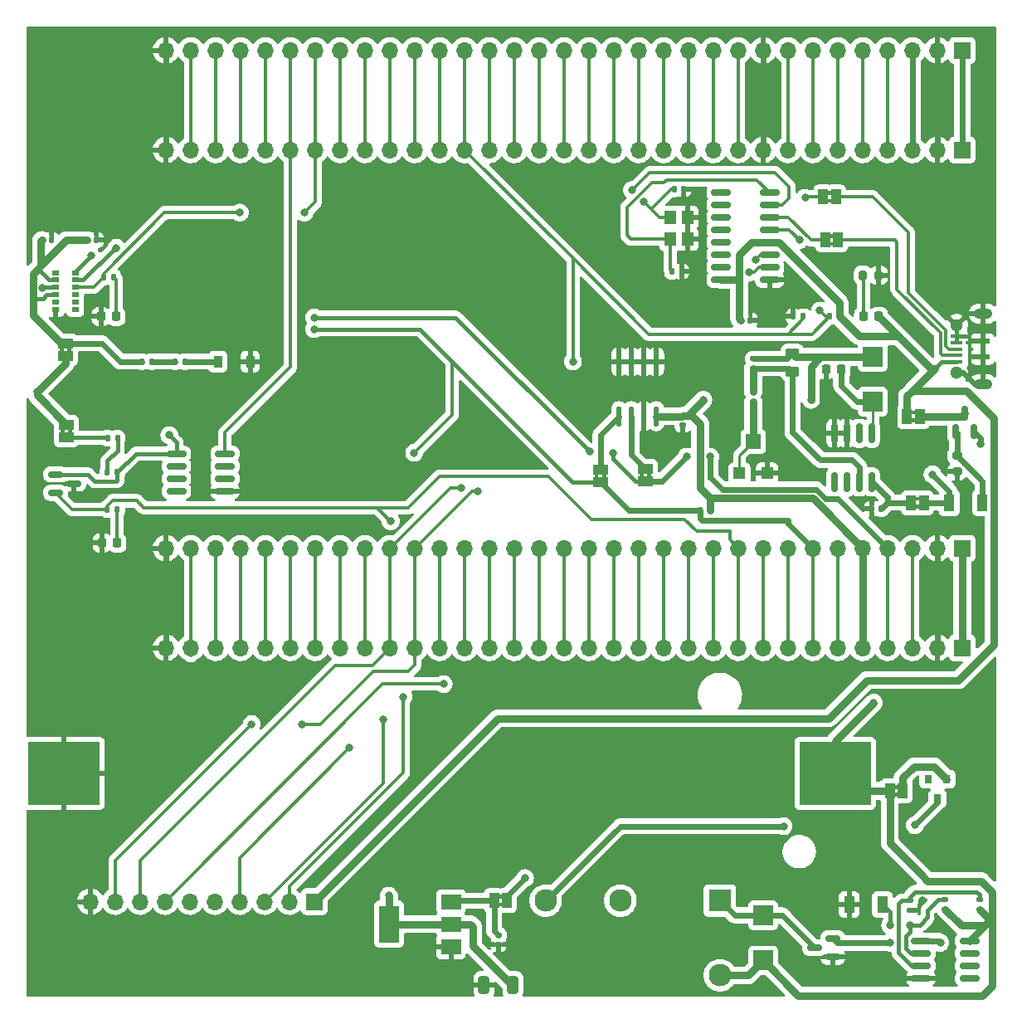
<source format=gbr>
%TF.GenerationSoftware,KiCad,Pcbnew,(6.0.2)*%
%TF.CreationDate,2022-04-04T09:51:22+02:00*%
%TF.ProjectId,main,6d61696e-2e6b-4696-9361-645f70636258,rev?*%
%TF.SameCoordinates,Original*%
%TF.FileFunction,Copper,L1,Top*%
%TF.FilePolarity,Positive*%
%FSLAX46Y46*%
G04 Gerber Fmt 4.6, Leading zero omitted, Abs format (unit mm)*
G04 Created by KiCad (PCBNEW (6.0.2)) date 2022-04-04 09:51:22*
%MOMM*%
%LPD*%
G01*
G04 APERTURE LIST*
G04 Aperture macros list*
%AMRoundRect*
0 Rectangle with rounded corners*
0 $1 Rounding radius*
0 $2 $3 $4 $5 $6 $7 $8 $9 X,Y pos of 4 corners*
0 Add a 4 corners polygon primitive as box body*
4,1,4,$2,$3,$4,$5,$6,$7,$8,$9,$2,$3,0*
0 Add four circle primitives for the rounded corners*
1,1,$1+$1,$2,$3*
1,1,$1+$1,$4,$5*
1,1,$1+$1,$6,$7*
1,1,$1+$1,$8,$9*
0 Add four rect primitives between the rounded corners*
20,1,$1+$1,$2,$3,$4,$5,0*
20,1,$1+$1,$4,$5,$6,$7,0*
20,1,$1+$1,$6,$7,$8,$9,0*
20,1,$1+$1,$8,$9,$2,$3,0*%
G04 Aperture macros list end*
%TA.AperFunction,SMDPad,CuDef*%
%ADD10RoundRect,0.150000X0.825000X0.150000X-0.825000X0.150000X-0.825000X-0.150000X0.825000X-0.150000X0*%
%TD*%
%TA.AperFunction,SMDPad,CuDef*%
%ADD11R,7.300000X6.400000*%
%TD*%
%TA.AperFunction,SMDPad,CuDef*%
%ADD12R,1.500000X1.000000*%
%TD*%
%TA.AperFunction,SMDPad,CuDef*%
%ADD13R,0.800000X0.900000*%
%TD*%
%TA.AperFunction,SMDPad,CuDef*%
%ADD14RoundRect,0.140000X-0.140000X-0.170000X0.140000X-0.170000X0.140000X0.170000X-0.140000X0.170000X0*%
%TD*%
%TA.AperFunction,SMDPad,CuDef*%
%ADD15RoundRect,0.135000X-0.135000X-0.185000X0.135000X-0.185000X0.135000X0.185000X-0.135000X0.185000X0*%
%TD*%
%TA.AperFunction,SMDPad,CuDef*%
%ADD16RoundRect,0.200000X-0.275000X0.200000X-0.275000X-0.200000X0.275000X-0.200000X0.275000X0.200000X0*%
%TD*%
%TA.AperFunction,SMDPad,CuDef*%
%ADD17R,1.000000X1.500000*%
%TD*%
%TA.AperFunction,SMDPad,CuDef*%
%ADD18RoundRect,0.150000X0.150000X-0.587500X0.150000X0.587500X-0.150000X0.587500X-0.150000X-0.587500X0*%
%TD*%
%TA.AperFunction,SMDPad,CuDef*%
%ADD19R,0.800000X0.550000*%
%TD*%
%TA.AperFunction,SMDPad,CuDef*%
%ADD20R,1.250000X0.400000*%
%TD*%
%TA.AperFunction,SMDPad,CuDef*%
%ADD21R,1.350000X0.600000*%
%TD*%
%TA.AperFunction,ComponentPad*%
%ADD22C,1.300000*%
%TD*%
%TA.AperFunction,ComponentPad*%
%ADD23O,1.900000X1.070000*%
%TD*%
%TA.AperFunction,SMDPad,CuDef*%
%ADD24RoundRect,0.225000X0.225000X0.250000X-0.225000X0.250000X-0.225000X-0.250000X0.225000X-0.250000X0*%
%TD*%
%TA.AperFunction,SMDPad,CuDef*%
%ADD25RoundRect,0.135000X0.135000X0.185000X-0.135000X0.185000X-0.135000X-0.185000X0.135000X-0.185000X0*%
%TD*%
%TA.AperFunction,SMDPad,CuDef*%
%ADD26R,0.900000X1.200000*%
%TD*%
%TA.AperFunction,SMDPad,CuDef*%
%ADD27RoundRect,0.150000X-0.150000X0.825000X-0.150000X-0.825000X0.150000X-0.825000X0.150000X0.825000X0*%
%TD*%
%TA.AperFunction,SMDPad,CuDef*%
%ADD28R,1.100000X1.700000*%
%TD*%
%TA.AperFunction,ComponentPad*%
%ADD29R,1.700000X1.700000*%
%TD*%
%TA.AperFunction,ComponentPad*%
%ADD30O,1.700000X1.700000*%
%TD*%
%TA.AperFunction,SMDPad,CuDef*%
%ADD31RoundRect,0.150000X-0.587500X-0.150000X0.587500X-0.150000X0.587500X0.150000X-0.587500X0.150000X0*%
%TD*%
%TA.AperFunction,SMDPad,CuDef*%
%ADD32R,2.000000X2.000000*%
%TD*%
%TA.AperFunction,SMDPad,CuDef*%
%ADD33RoundRect,0.135000X-0.185000X0.135000X-0.185000X-0.135000X0.185000X-0.135000X0.185000X0.135000X0*%
%TD*%
%TA.AperFunction,SMDPad,CuDef*%
%ADD34RoundRect,0.218750X-0.218750X-0.256250X0.218750X-0.256250X0.218750X0.256250X-0.218750X0.256250X0*%
%TD*%
%TA.AperFunction,SMDPad,CuDef*%
%ADD35RoundRect,0.150000X-0.825000X-0.150000X0.825000X-0.150000X0.825000X0.150000X-0.825000X0.150000X0*%
%TD*%
%TA.AperFunction,ComponentPad*%
%ADD36R,2.300000X2.300000*%
%TD*%
%TA.AperFunction,ComponentPad*%
%ADD37C,2.300000*%
%TD*%
%TA.AperFunction,SMDPad,CuDef*%
%ADD38RoundRect,0.140000X-0.170000X0.140000X-0.170000X-0.140000X0.170000X-0.140000X0.170000X0.140000X0*%
%TD*%
%TA.AperFunction,SMDPad,CuDef*%
%ADD39RoundRect,0.200000X-0.200000X-0.275000X0.200000X-0.275000X0.200000X0.275000X-0.200000X0.275000X0*%
%TD*%
%TA.AperFunction,SMDPad,CuDef*%
%ADD40RoundRect,0.250000X0.325000X0.650000X-0.325000X0.650000X-0.325000X-0.650000X0.325000X-0.650000X0*%
%TD*%
%TA.AperFunction,SMDPad,CuDef*%
%ADD41RoundRect,0.150000X0.587500X0.150000X-0.587500X0.150000X-0.587500X-0.150000X0.587500X-0.150000X0*%
%TD*%
%TA.AperFunction,SMDPad,CuDef*%
%ADD42RoundRect,0.135000X0.185000X-0.135000X0.185000X0.135000X-0.185000X0.135000X-0.185000X-0.135000X0*%
%TD*%
%TA.AperFunction,SMDPad,CuDef*%
%ADD43O,0.588000X2.045000*%
%TD*%
%TA.AperFunction,SMDPad,CuDef*%
%ADD44RoundRect,0.250000X-0.450000X0.262500X-0.450000X-0.262500X0.450000X-0.262500X0.450000X0.262500X0*%
%TD*%
%TA.AperFunction,SMDPad,CuDef*%
%ADD45R,1.200000X1.400000*%
%TD*%
%TA.AperFunction,SMDPad,CuDef*%
%ADD46RoundRect,0.140000X0.140000X0.170000X-0.140000X0.170000X-0.140000X-0.170000X0.140000X-0.170000X0*%
%TD*%
%TA.AperFunction,SMDPad,CuDef*%
%ADD47R,2.000000X1.500000*%
%TD*%
%TA.AperFunction,SMDPad,CuDef*%
%ADD48R,2.000000X3.800000*%
%TD*%
%TA.AperFunction,SMDPad,CuDef*%
%ADD49R,1.200000X1.200000*%
%TD*%
%TA.AperFunction,SMDPad,CuDef*%
%ADD50R,1.600000X1.500000*%
%TD*%
%TA.AperFunction,ViaPad*%
%ADD51C,0.800000*%
%TD*%
%TA.AperFunction,Conductor*%
%ADD52C,0.250000*%
%TD*%
%TA.AperFunction,Conductor*%
%ADD53C,0.600000*%
%TD*%
%TA.AperFunction,Conductor*%
%ADD54C,0.400000*%
%TD*%
%TA.AperFunction,Conductor*%
%ADD55C,0.350000*%
%TD*%
%TA.AperFunction,Conductor*%
%ADD56C,0.800000*%
%TD*%
G04 APERTURE END LIST*
%TO.C,JP5*%
G36*
X88700000Y-105150000D02*
G01*
X88300000Y-105150000D01*
X88300000Y-104650000D01*
X88700000Y-104650000D01*
X88700000Y-105150000D01*
G37*
G36*
X89500000Y-105150000D02*
G01*
X89100000Y-105150000D01*
X89100000Y-104650000D01*
X89500000Y-104650000D01*
X89500000Y-105150000D01*
G37*
%TO.C,JP7*%
G36*
X167050000Y-80800000D02*
G01*
X166550000Y-80800000D01*
X166550000Y-80400000D01*
X167050000Y-80400000D01*
X167050000Y-80800000D01*
G37*
G36*
X167050000Y-81600000D02*
G01*
X166550000Y-81600000D01*
X166550000Y-81200000D01*
X167050000Y-81200000D01*
X167050000Y-81600000D01*
G37*
%TO.C,JP10*%
G36*
X147800000Y-109650000D02*
G01*
X147400000Y-109650000D01*
X147400000Y-109150000D01*
X147800000Y-109150000D01*
X147800000Y-109650000D01*
G37*
G36*
X148600000Y-109650000D02*
G01*
X148200000Y-109650000D01*
X148200000Y-109150000D01*
X148600000Y-109150000D01*
X148600000Y-109650000D01*
G37*
%TO.C,JP8*%
G36*
X167250000Y-86000000D02*
G01*
X166750000Y-86000000D01*
X166750000Y-85600000D01*
X167250000Y-85600000D01*
X167250000Y-86000000D01*
G37*
G36*
X167250000Y-85200000D02*
G01*
X166750000Y-85200000D01*
X166750000Y-84800000D01*
X167250000Y-84800000D01*
X167250000Y-85200000D01*
G37*
%TO.C,JP6*%
G36*
X89400000Y-96850000D02*
G01*
X89000000Y-96850000D01*
X89000000Y-96350000D01*
X89400000Y-96350000D01*
X89400000Y-96850000D01*
G37*
G36*
X88600000Y-96850000D02*
G01*
X88200000Y-96850000D01*
X88200000Y-96350000D01*
X88600000Y-96350000D01*
X88600000Y-96850000D01*
G37*
%TO.C,JP9*%
G36*
X143200000Y-109700000D02*
G01*
X142800000Y-109700000D01*
X142800000Y-109200000D01*
X143200000Y-109200000D01*
X143200000Y-109700000D01*
G37*
G36*
X144000000Y-109700000D02*
G01*
X143600000Y-109700000D01*
X143600000Y-109200000D01*
X144000000Y-109200000D01*
X144000000Y-109700000D01*
G37*
%TO.C,JP2*%
G36*
X175600000Y-103200000D02*
G01*
X175100000Y-103200000D01*
X175100000Y-102800000D01*
X175600000Y-102800000D01*
X175600000Y-103200000D01*
G37*
G36*
X175600000Y-104000000D02*
G01*
X175100000Y-104000000D01*
X175100000Y-103600000D01*
X175600000Y-103600000D01*
X175600000Y-104000000D01*
G37*
%TO.C,JP1*%
G36*
X176000000Y-112000000D02*
G01*
X175500000Y-112000000D01*
X175500000Y-111600000D01*
X176000000Y-111600000D01*
X176000000Y-112000000D01*
G37*
G36*
X176000000Y-112800000D02*
G01*
X175500000Y-112800000D01*
X175500000Y-112400000D01*
X176000000Y-112400000D01*
X176000000Y-112800000D01*
G37*
%TO.C,JP3*%
G36*
X173850000Y-142200000D02*
G01*
X173350000Y-142200000D01*
X173350000Y-141800000D01*
X173850000Y-141800000D01*
X173850000Y-142200000D01*
G37*
G36*
X173850000Y-141400000D02*
G01*
X173350000Y-141400000D01*
X173350000Y-141000000D01*
X173850000Y-141000000D01*
X173850000Y-141400000D01*
G37*
%TO.C,JP4*%
G36*
X133450000Y-153400000D02*
G01*
X132950000Y-153400000D01*
X132950000Y-153000000D01*
X133450000Y-153000000D01*
X133450000Y-153400000D01*
G37*
G36*
X133450000Y-152600000D02*
G01*
X132950000Y-152600000D01*
X132950000Y-152200000D01*
X133450000Y-152200000D01*
X133450000Y-152600000D01*
G37*
%TD*%
D10*
%TO.P,U3,1,GND*%
%TO.N,GND*%
X160675000Y-89445000D03*
%TO.P,U3,2,TXD*%
%TO.N,/PA10*%
X160675000Y-88175000D03*
%TO.P,U3,3,RXD*%
%TO.N,/PA9*%
X160675000Y-86905000D03*
%TO.P,U3,4,V3*%
%TO.N,/microcontroller_interfacing/+5V*%
X160675000Y-85635000D03*
%TO.P,U3,5,UD+*%
%TO.N,Net-(JP7-Pad2)*%
X160675000Y-84365000D03*
%TO.P,U3,6,UD-*%
%TO.N,Net-(JP8-Pad2)*%
X160675000Y-83095000D03*
%TO.P,U3,7,XI*%
%TO.N,Net-(C8-Pad1)*%
X160675000Y-81825000D03*
%TO.P,U3,8,XO*%
%TO.N,Net-(C6-Pad1)*%
X160675000Y-80555000D03*
%TO.P,U3,9,~{CTS}*%
%TO.N,unconnected-(U3-Pad9)*%
X155725000Y-80555000D03*
%TO.P,U3,10,~{DSR}*%
%TO.N,unconnected-(U3-Pad10)*%
X155725000Y-81825000D03*
%TO.P,U3,11,~{RI}*%
%TO.N,unconnected-(U3-Pad11)*%
X155725000Y-83095000D03*
%TO.P,U3,12,~{DCD}*%
%TO.N,unconnected-(U3-Pad12)*%
X155725000Y-84365000D03*
%TO.P,U3,13,~{DTR}*%
%TO.N,unconnected-(U3-Pad13)*%
X155725000Y-85635000D03*
%TO.P,U3,14,~{RTS}*%
%TO.N,unconnected-(U3-Pad14)*%
X155725000Y-86905000D03*
%TO.P,U3,15,R232*%
%TO.N,unconnected-(U3-Pad15)*%
X155725000Y-88175000D03*
%TO.P,U3,16,VCC*%
%TO.N,/microcontroller_interfacing/+5V*%
X155725000Y-89445000D03*
%TD*%
D11*
%TO.P,BT1,1,+*%
%TO.N,/Power/Battery +*%
X167350000Y-139800000D03*
%TO.P,BT1,2,-*%
%TO.N,GND*%
X88650000Y-139800000D03*
%TD*%
D12*
%TO.P,JP5,1,A*%
%TO.N,VDD*%
X88900000Y-104250000D03*
%TO.P,JP5,2,B*%
%TO.N,/Sensing/Temperature_Sensor/3.3V*%
X88900000Y-105550000D03*
%TD*%
D13*
%TO.P,D1,*%
%TO.N,*%
X176850000Y-140400000D03*
%TO.P,D1,1,K*%
%TO.N,/Power/+5V (REVERSE PROTECTED)*%
X177800000Y-142400000D03*
%TO.P,D1,2,A*%
%TO.N,Net-(D1-Pad2)*%
X178750000Y-140400000D03*
%TD*%
D14*
%TO.P,C10,1*%
%TO.N,/Sensing/Proximity_Sensor/VCC*%
X86400000Y-85400000D03*
%TO.P,C10,2*%
%TO.N,GND*%
X87360000Y-85400000D03*
%TD*%
D15*
%TO.P,R15,1*%
%TO.N,/Sensing/Temperature_Sensor/3.3V*%
X93090000Y-105600000D03*
%TO.P,R15,2*%
%TO.N,Net-(R15-Pad2)*%
X94110000Y-105600000D03*
%TD*%
D16*
%TO.P,R1,1*%
%TO.N,Net-(D3-Pad2)*%
X179800000Y-107375000D03*
%TO.P,R1,2*%
%TO.N,GND*%
X179800000Y-109025000D03*
%TD*%
D17*
%TO.P,JP7,1,A*%
%TO.N,/microcontroller_interfacing/D+*%
X167450000Y-81000000D03*
%TO.P,JP7,2,B*%
%TO.N,Net-(JP7-Pad2)*%
X166150000Y-81000000D03*
%TD*%
D18*
%TO.P,Q1,1,G*%
%TO.N,Net-(D3-Pad2)*%
X179650000Y-104937500D03*
%TO.P,Q1,2,S*%
%TO.N,/Power/+5V (INPUT PROTECTED)*%
X181550000Y-104937500D03*
%TO.P,Q1,3,D*%
%TO.N,Net-(JP2-Pad2)*%
X180600000Y-103062500D03*
%TD*%
D19*
%TO.P,U7,1,GPIO1*%
%TO.N,unconnected-(U7-Pad1)*%
X89800000Y-92475000D03*
%TO.P,U7,2,NC*%
%TO.N,unconnected-(U7-Pad2)*%
X89800000Y-91725000D03*
%TO.P,U7,3,NC*%
%TO.N,unconnected-(U7-Pad3)*%
X89800000Y-90975000D03*
%TO.P,U7,4,GPIO0*%
%TO.N,/PB0*%
X89800000Y-90225000D03*
%TO.P,U7,5,SCL*%
%TO.N,/PB8*%
X89800000Y-89475000D03*
%TO.P,U7,6,SDA*%
%TO.N,/PB7*%
X89800000Y-88725000D03*
%TO.P,U7,7,NC*%
%TO.N,unconnected-(U7-Pad7)*%
X87800000Y-88725000D03*
%TO.P,U7,8,AVDD_VCSEL*%
%TO.N,/Sensing/Proximity_Sensor/VCC*%
X87800000Y-89475000D03*
%TO.P,U7,9,AVSS_VCSEL*%
%TO.N,GND*%
X87800000Y-90225000D03*
%TO.P,U7,10,AVDD*%
%TO.N,/Sensing/Proximity_Sensor/VCC*%
X87800000Y-90975000D03*
%TO.P,U7,11,NC*%
%TO.N,unconnected-(U7-Pad11)*%
X87800000Y-91725000D03*
%TO.P,U7,12,AVSS*%
%TO.N,GND*%
X87800000Y-92475000D03*
%TD*%
D20*
%TO.P,U4,1,VDD*%
%TO.N,/microcontroller_interfacing/+5V*%
X179775000Y-97820000D03*
%TO.P,U4,2,D-*%
%TO.N,/microcontroller_interfacing/D-*%
X179775000Y-97170000D03*
%TO.P,U4,3,D+*%
%TO.N,/microcontroller_interfacing/D+*%
X179775000Y-96520000D03*
%TO.P,U4,4,ID*%
%TO.N,GND*%
X179775000Y-95870000D03*
%TO.P,U4,5,GND*%
X179775000Y-95220000D03*
D21*
%TO.P,U4,6*%
X182425000Y-97320000D03*
D22*
X179750000Y-94095000D03*
D21*
X182425000Y-95720000D03*
D23*
X182450000Y-100120000D03*
D22*
X179750000Y-98945000D03*
D23*
X182450000Y-92920000D03*
%TD*%
D15*
%TO.P,R7,1*%
%TO.N,VDD*%
X153580000Y-109600000D03*
%TO.P,R7,2*%
%TO.N,/PB8*%
X154600000Y-109600000D03*
%TD*%
D24*
%TO.P,C2,1*%
%TO.N,Net-(C2-Pad1)*%
X167975000Y-98600000D03*
%TO.P,C2,2*%
%TO.N,GND*%
X166425000Y-98600000D03*
%TD*%
D25*
%TO.P,R4,1*%
%TO.N,/microcontroller_interfacing/+5V*%
X167800000Y-93200000D03*
%TO.P,R4,2*%
%TO.N,/PA4*%
X166780000Y-93200000D03*
%TD*%
D14*
%TO.P,C6,1*%
%TO.N,Net-(C6-Pad1)*%
X150720000Y-88600000D03*
%TO.P,C6,2*%
%TO.N,GND*%
X151680000Y-88600000D03*
%TD*%
D12*
%TO.P,JP10,1,A*%
%TO.N,Net-(JP10-Pad1)*%
X148000000Y-108750000D03*
%TO.P,JP10,2,B*%
%TO.N,/PB8*%
X148000000Y-110050000D03*
%TD*%
D26*
%TO.P,D7,1,K*%
%TO.N,Net-(D7-Pad1)*%
X104350000Y-97800000D03*
%TO.P,D7,2,A*%
%TO.N,GND*%
X107650000Y-97800000D03*
%TD*%
D27*
%TO.P,U1,1,OUT*%
%TO.N,Net-(C2-Pad1)*%
X171105000Y-105125000D03*
%TO.P,U1,2,SENSE*%
%TO.N,unconnected-(U1-Pad2)*%
X169835000Y-105125000D03*
%TO.P,U1,3,SHUTDOWN*%
%TO.N,GND*%
X168565000Y-105125000D03*
%TO.P,U1,4,GND*%
X167295000Y-105125000D03*
%TO.P,U1,5,~{ERROR}*%
%TO.N,unconnected-(U1-Pad5)*%
X167295000Y-110075000D03*
%TO.P,U1,6,VTAP*%
%TO.N,unconnected-(U1-Pad6)*%
X168565000Y-110075000D03*
%TO.P,U1,7,FEEDBACK*%
%TO.N,Net-(C3-Pad2)*%
X169835000Y-110075000D03*
%TO.P,U1,8,IN*%
%TO.N,/Power/+5V jumped*%
X171105000Y-110075000D03*
%TD*%
D10*
%TO.P,Q3,1,S*%
%TO.N,GND*%
X105075000Y-111005000D03*
%TO.P,Q3,2,S*%
%TO.N,unconnected-(Q3-Pad2)*%
X105075000Y-109735000D03*
%TO.P,Q3,3,S*%
%TO.N,unconnected-(Q3-Pad3)*%
X105075000Y-108465000D03*
%TO.P,Q3,4,G*%
%TO.N,/PB1*%
X105075000Y-107195000D03*
%TO.P,Q3,5,D*%
%TO.N,/Sensing/Temperature_Sensor/Vdd*%
X100125000Y-107195000D03*
%TO.P,Q3,6,D*%
%TO.N,unconnected-(Q3-Pad6)*%
X100125000Y-108465000D03*
%TO.P,Q3,7,D*%
%TO.N,unconnected-(Q3-Pad7)*%
X100125000Y-109735000D03*
%TO.P,Q3,8,D*%
%TO.N,unconnected-(Q3-Pad8)*%
X100125000Y-111005000D03*
%TD*%
D15*
%TO.P,R17,1*%
%TO.N,/PB4*%
X93080000Y-112900000D03*
%TO.P,R17,2*%
%TO.N,Net-(D9-Pad2)*%
X94100000Y-112900000D03*
%TD*%
%TO.P,R12,1*%
%TO.N,/Sensing/Proximity_Sensor/VCC*%
X96580000Y-97800000D03*
%TO.P,R12,2*%
%TO.N,Net-(R12-Pad2)*%
X97600000Y-97800000D03*
%TD*%
D17*
%TO.P,JP8,1,A*%
%TO.N,/microcontroller_interfacing/D-*%
X167650000Y-85400000D03*
%TO.P,JP8,2,B*%
%TO.N,Net-(JP8-Pad2)*%
X166350000Y-85400000D03*
%TD*%
D12*
%TO.P,JP6,1,A*%
%TO.N,VDD*%
X88800000Y-97250000D03*
%TO.P,JP6,2,B*%
%TO.N,/Sensing/Proximity_Sensor/VCC*%
X88800000Y-95950000D03*
%TD*%
%TO.P,JP9,1,A*%
%TO.N,Net-(JP9-Pad1)*%
X143400000Y-108800000D03*
%TO.P,JP9,2,B*%
%TO.N,/PB7*%
X143400000Y-110100000D03*
%TD*%
D28*
%TO.P,D5,1,K*%
%TO.N,Net-(D5-Pad1)*%
X172200000Y-153200000D03*
%TO.P,D5,2,A*%
%TO.N,GND*%
X168800000Y-153200000D03*
%TD*%
D29*
%TO.P,J3,1,Pin_1*%
%TO.N,/+3V0*%
X180340000Y-76200000D03*
D30*
%TO.P,J3,2,Pin_2*%
%TO.N,GND*%
X177800000Y-76200000D03*
%TO.P,J3,3,Pin_3*%
%TO.N,/VBAT*%
X175260000Y-76200000D03*
%TO.P,J3,4,Pin_4*%
%TO.N,/PC13*%
X172720000Y-76200000D03*
%TO.P,J3,5,Pin_5*%
%TO.N,/PC14*%
X170180000Y-76200000D03*
%TO.P,J3,6,Pin_6*%
%TO.N,/PC15*%
X167640000Y-76200000D03*
%TO.P,J3,7,Pin_7*%
%TO.N,/PF0*%
X165100000Y-76200000D03*
%TO.P,J3,8,Pin_8*%
%TO.N,/PF1*%
X162560000Y-76200000D03*
%TO.P,J3,9,Pin_9*%
%TO.N,GND*%
X160020000Y-76200000D03*
%TO.P,J3,10,Pin_10*%
%TO.N,/NRST*%
X157480000Y-76200000D03*
%TO.P,J3,11,Pin_11*%
%TO.N,/PC0*%
X154940000Y-76200000D03*
%TO.P,J3,12,Pin_12*%
%TO.N,/PC1*%
X152400000Y-76200000D03*
%TO.P,J3,13,Pin_13*%
%TO.N,/PC2*%
X149860000Y-76200000D03*
%TO.P,J3,14,Pin_14*%
%TO.N,/PC3*%
X147320000Y-76200000D03*
%TO.P,J3,15,Pin_15*%
%TO.N,/PA0*%
X144780000Y-76200000D03*
%TO.P,J3,16,Pin_16*%
%TO.N,/PA1*%
X142240000Y-76200000D03*
%TO.P,J3,17,Pin_17*%
%TO.N,/PA2*%
X139700000Y-76200000D03*
%TO.P,J3,18,Pin_18*%
%TO.N,/PA3*%
X137160000Y-76200000D03*
%TO.P,J3,19,Pin_19*%
%TO.N,/PF4*%
X134620000Y-76200000D03*
%TO.P,J3,20,Pin_20*%
%TO.N,/PF5*%
X132080000Y-76200000D03*
%TO.P,J3,21,Pin_21*%
%TO.N,/PA4*%
X129540000Y-76200000D03*
%TO.P,J3,22,Pin_22*%
%TO.N,/PA5*%
X127000000Y-76200000D03*
%TO.P,J3,23,Pin_23*%
%TO.N,/PA6*%
X124460000Y-76200000D03*
%TO.P,J3,24,Pin_24*%
%TO.N,/PA7*%
X121920000Y-76200000D03*
%TO.P,J3,25,Pin_25*%
%TO.N,/PC4*%
X119380000Y-76200000D03*
%TO.P,J3,26,Pin_26*%
%TO.N,/PC5*%
X116840000Y-76200000D03*
%TO.P,J3,27,Pin_27*%
%TO.N,/PB0*%
X114300000Y-76200000D03*
%TO.P,J3,28,Pin_28*%
%TO.N,/PB1*%
X111760000Y-76200000D03*
%TO.P,J3,29,Pin_29*%
%TO.N,/PB2*%
X109220000Y-76200000D03*
%TO.P,J3,30,Pin_30*%
%TO.N,/PB10*%
X106680000Y-76200000D03*
%TO.P,J3,31,Pin_31*%
%TO.N,/PB11*%
X104140000Y-76200000D03*
%TO.P,J3,32,Pin_32*%
%TO.N,/PB12*%
X101600000Y-76200000D03*
%TO.P,J3,33,Pin_33*%
%TO.N,GND*%
X99060000Y-76200000D03*
%TD*%
D31*
%TO.P,U8,1,Vdd*%
%TO.N,/Sensing/Temperature_Sensor/Vdd*%
X87800000Y-109300000D03*
%TO.P,U8,2,Vout*%
%TO.N,/PB4*%
X87800000Y-111200000D03*
%TO.P,U8,3,GND*%
%TO.N,GND*%
X89675000Y-110250000D03*
%TD*%
D32*
%TO.P,D2,1,A*%
%TO.N,Net-(C2-Pad1)*%
X171200000Y-101900000D03*
%TO.P,D2,2,K*%
%TO.N,/Power/Battery +*%
X171200000Y-97300000D03*
%TD*%
D25*
%TO.P,R5,1*%
%TO.N,/PA4*%
X164110000Y-93200000D03*
%TO.P,R5,2*%
%TO.N,GND*%
X163090000Y-93200000D03*
%TD*%
D33*
%TO.P,R3,1*%
%TO.N,Net-(C3-Pad2)*%
X159000000Y-100890000D03*
%TO.P,R3,2*%
%TO.N,Net-(R3-Pad2)*%
X159000000Y-101910000D03*
%TD*%
D25*
%TO.P,R8,1*%
%TO.N,VDD*%
X154620000Y-113000000D03*
%TO.P,R8,2*%
%TO.N,/PB7*%
X153600000Y-113000000D03*
%TD*%
D32*
%TO.P,D6,1,A*%
%TO.N,Net-(D6-Pad1)*%
X160000000Y-154300000D03*
%TO.P,D6,2,K*%
%TO.N,/Power/Battery +*%
X160000000Y-158900000D03*
%TD*%
D34*
%TO.P,D8,1,K*%
%TO.N,GND*%
X92412500Y-93200000D03*
%TO.P,D8,2,A*%
%TO.N,Net-(D8-Pad2)*%
X93987500Y-93200000D03*
%TD*%
D35*
%TO.P,U6,1*%
%TO.N,Net-(Q2-Pad2)*%
X176125000Y-156895000D03*
%TO.P,U6,2,-*%
%TO.N,Net-(D5-Pad1)*%
X176125000Y-158165000D03*
%TO.P,U6,3,+*%
%TO.N,Net-(R10-Pad2)*%
X176125000Y-159435000D03*
%TO.P,U6,4,V-*%
%TO.N,GND*%
X176125000Y-160705000D03*
%TO.P,U6,5*%
%TO.N,unconnected-(U6-Pad5)*%
X181075000Y-160705000D03*
%TO.P,U6,6*%
%TO.N,unconnected-(U6-Pad6)*%
X181075000Y-159435000D03*
%TO.P,U6,7*%
%TO.N,unconnected-(U6-Pad7)*%
X181075000Y-158165000D03*
%TO.P,U6,8,V+*%
%TO.N,/Power/Battery +*%
X181075000Y-156895000D03*
%TD*%
D15*
%TO.P,R16,1*%
%TO.N,Net-(R15-Pad2)*%
X93080000Y-109100000D03*
%TO.P,R16,2*%
%TO.N,/Sensing/Temperature_Sensor/Vdd*%
X94100000Y-109100000D03*
%TD*%
D36*
%TO.P,K1,1*%
%TO.N,Net-(D6-Pad1)*%
X155600000Y-152800000D03*
D37*
%TO.P,K1,2*%
%TO.N,/Power/Relay_OUT*%
X145440000Y-152800000D03*
%TO.P,K1,3*%
%TO.N,/Power/+5V (REVERSE PROTECTED)*%
X137820000Y-152800000D03*
%TO.P,K1,5*%
%TO.N,/Power/Battery +*%
X155600000Y-160420000D03*
%TD*%
D29*
%TO.P,J2,1,Pin_1*%
%TO.N,/+3V0*%
X180340000Y-66040000D03*
D30*
%TO.P,J2,2,Pin_2*%
%TO.N,GND*%
X177800000Y-66040000D03*
%TO.P,J2,3,Pin_3*%
%TO.N,/VBAT*%
X175260000Y-66040000D03*
%TO.P,J2,4,Pin_4*%
%TO.N,/PC13*%
X172720000Y-66040000D03*
%TO.P,J2,5,Pin_5*%
%TO.N,/PC14*%
X170180000Y-66040000D03*
%TO.P,J2,6,Pin_6*%
%TO.N,/PC15*%
X167640000Y-66040000D03*
%TO.P,J2,7,Pin_7*%
%TO.N,/PF0*%
X165100000Y-66040000D03*
%TO.P,J2,8,Pin_8*%
%TO.N,/PF1*%
X162560000Y-66040000D03*
%TO.P,J2,9,Pin_9*%
%TO.N,GND*%
X160020000Y-66040000D03*
%TO.P,J2,10,Pin_10*%
%TO.N,/NRST*%
X157480000Y-66040000D03*
%TO.P,J2,11,Pin_11*%
%TO.N,/PC0*%
X154940000Y-66040000D03*
%TO.P,J2,12,Pin_12*%
%TO.N,/PC1*%
X152400000Y-66040000D03*
%TO.P,J2,13,Pin_13*%
%TO.N,/PC2*%
X149860000Y-66040000D03*
%TO.P,J2,14,Pin_14*%
%TO.N,/PC3*%
X147320000Y-66040000D03*
%TO.P,J2,15,Pin_15*%
%TO.N,/PA0*%
X144780000Y-66040000D03*
%TO.P,J2,16,Pin_16*%
%TO.N,/PA1*%
X142240000Y-66040000D03*
%TO.P,J2,17,Pin_17*%
%TO.N,/PA2*%
X139700000Y-66040000D03*
%TO.P,J2,18,Pin_18*%
%TO.N,/PA3*%
X137160000Y-66040000D03*
%TO.P,J2,19,Pin_19*%
%TO.N,/PF4*%
X134620000Y-66040000D03*
%TO.P,J2,20,Pin_20*%
%TO.N,/PF5*%
X132080000Y-66040000D03*
%TO.P,J2,21,Pin_21*%
%TO.N,/PA4*%
X129540000Y-66040000D03*
%TO.P,J2,22,Pin_22*%
%TO.N,/PA5*%
X127000000Y-66040000D03*
%TO.P,J2,23,Pin_23*%
%TO.N,/PA6*%
X124460000Y-66040000D03*
%TO.P,J2,24,Pin_24*%
%TO.N,/PA7*%
X121920000Y-66040000D03*
%TO.P,J2,25,Pin_25*%
%TO.N,/PC4*%
X119380000Y-66040000D03*
%TO.P,J2,26,Pin_26*%
%TO.N,/PC5*%
X116840000Y-66040000D03*
%TO.P,J2,27,Pin_27*%
%TO.N,/PB0*%
X114300000Y-66040000D03*
%TO.P,J2,28,Pin_28*%
%TO.N,/PB1*%
X111760000Y-66040000D03*
%TO.P,J2,29,Pin_29*%
%TO.N,/PB2*%
X109220000Y-66040000D03*
%TO.P,J2,30,Pin_30*%
%TO.N,/PB10*%
X106680000Y-66040000D03*
%TO.P,J2,31,Pin_31*%
%TO.N,/PB11*%
X104140000Y-66040000D03*
%TO.P,J2,32,Pin_32*%
%TO.N,/PB12*%
X101600000Y-66040000D03*
%TO.P,J2,33,Pin_33*%
%TO.N,GND*%
X99060000Y-66040000D03*
%TD*%
D38*
%TO.P,C4,1*%
%TO.N,/Power/+5V (protected_jumped)*%
X133000000Y-156320000D03*
%TO.P,C4,2*%
%TO.N,GND*%
X133000000Y-157280000D03*
%TD*%
D39*
%TO.P,R6,1*%
%TO.N,Net-(D4-Pad1)*%
X170175000Y-89000000D03*
%TO.P,R6,2*%
%TO.N,GND*%
X171825000Y-89000000D03*
%TD*%
D17*
%TO.P,JP2,1,A*%
%TO.N,/microcontroller_interfacing/+5V*%
X174700000Y-103400000D03*
%TO.P,JP2,2,B*%
%TO.N,Net-(JP2-Pad2)*%
X176000000Y-103400000D03*
%TD*%
D40*
%TO.P,C5,1*%
%TO.N,VDD*%
X134475000Y-161400000D03*
%TO.P,C5,2*%
%TO.N,GND*%
X131525000Y-161400000D03*
%TD*%
D34*
%TO.P,D9,1,K*%
%TO.N,GND*%
X92512500Y-116300000D03*
%TO.P,D9,2,A*%
%TO.N,Net-(D9-Pad2)*%
X94087500Y-116300000D03*
%TD*%
D41*
%TO.P,Q2,1,E*%
%TO.N,GND*%
X167137500Y-158550000D03*
%TO.P,Q2,2,B*%
%TO.N,Net-(Q2-Pad2)*%
X167137500Y-156650000D03*
%TO.P,Q2,3,C*%
%TO.N,Net-(D6-Pad1)*%
X165262500Y-157600000D03*
%TD*%
D14*
%TO.P,C11,1*%
%TO.N,/Sensing/Proximity_Sensor/VCC*%
X91000000Y-85400000D03*
%TO.P,C11,2*%
%TO.N,GND*%
X91960000Y-85400000D03*
%TD*%
D42*
%TO.P,R10,1*%
%TO.N,/Power/Battery +*%
X182100000Y-153710000D03*
%TO.P,R10,2*%
%TO.N,Net-(R10-Pad2)*%
X182100000Y-152690000D03*
%TD*%
D29*
%TO.P,J5,1,Pin_1*%
%TO.N,/+5V*%
X180340000Y-127000000D03*
D30*
%TO.P,J5,2,Pin_2*%
%TO.N,GND*%
X177800000Y-127000000D03*
%TO.P,J5,3,Pin_3*%
%TO.N,/PB9*%
X175260000Y-127000000D03*
%TO.P,J5,4,Pin_4*%
%TO.N,/PB8*%
X172720000Y-127000000D03*
%TO.P,J5,5,Pin_5*%
%TO.N,VDD*%
X170180000Y-127000000D03*
%TO.P,J5,6,Pin_6*%
%TO.N,/BOOT*%
X167640000Y-127000000D03*
%TO.P,J5,7,Pin_7*%
%TO.N,/PB7*%
X165100000Y-127000000D03*
%TO.P,J5,8,Pin_8*%
%TO.N,/PB6*%
X162560000Y-127000000D03*
%TO.P,J5,9,Pin_9*%
%TO.N,/PB5*%
X160020000Y-127000000D03*
%TO.P,J5,10,Pin_10*%
%TO.N,/PB4*%
X157480000Y-127000000D03*
%TO.P,J5,11,Pin_11*%
%TO.N,/PB3*%
X154940000Y-127000000D03*
%TO.P,J5,12,Pin_12*%
%TO.N,/PD2*%
X152400000Y-127000000D03*
%TO.P,J5,13,Pin_13*%
%TO.N,/PC12*%
X149860000Y-127000000D03*
%TO.P,J5,14,Pin_14*%
%TO.N,/PC11*%
X147320000Y-127000000D03*
%TO.P,J5,15,Pin_15*%
%TO.N,/PC10*%
X144780000Y-127000000D03*
%TO.P,J5,16,Pin_16*%
%TO.N,/PA15*%
X142240000Y-127000000D03*
%TO.P,J5,17,Pin_17*%
%TO.N,/PA14*%
X139700000Y-127000000D03*
%TO.P,J5,18,Pin_18*%
%TO.N,/PF7*%
X137160000Y-127000000D03*
%TO.P,J5,19,Pin_19*%
%TO.N,/PF6*%
X134620000Y-127000000D03*
%TO.P,J5,20,Pin_20*%
%TO.N,/PA13*%
X132080000Y-127000000D03*
%TO.P,J5,21,Pin_21*%
%TO.N,/PA12*%
X129540000Y-127000000D03*
%TO.P,J5,22,Pin_22*%
%TO.N,/PA11*%
X127000000Y-127000000D03*
%TO.P,J5,23,Pin_23*%
%TO.N,/PA10*%
X124460000Y-127000000D03*
%TO.P,J5,24,Pin_24*%
%TO.N,/PA9*%
X121920000Y-127000000D03*
%TO.P,J5,25,Pin_25*%
%TO.N,/PA8*%
X119380000Y-127000000D03*
%TO.P,J5,26,Pin_26*%
%TO.N,/PC9*%
X116840000Y-127000000D03*
%TO.P,J5,27,Pin_27*%
%TO.N,/PC8*%
X114300000Y-127000000D03*
%TO.P,J5,28,Pin_28*%
%TO.N,/PC7*%
X111760000Y-127000000D03*
%TO.P,J5,29,Pin_29*%
%TO.N,/PC6*%
X109220000Y-127000000D03*
%TO.P,J5,30,Pin_30*%
%TO.N,/PB15*%
X106680000Y-127000000D03*
%TO.P,J5,31,Pin_31*%
%TO.N,/PB14*%
X104140000Y-127000000D03*
%TO.P,J5,32,Pin_32*%
%TO.N,/PB13*%
X101600000Y-127000000D03*
%TO.P,J5,33,Pin_33*%
%TO.N,GND*%
X99060000Y-127000000D03*
%TD*%
D43*
%TO.P,U5,1,A0*%
%TO.N,GND*%
X149105000Y-97828000D03*
%TO.P,U5,2,A1*%
X147835000Y-97828000D03*
%TO.P,U5,3,A2*%
X146565000Y-97828000D03*
%TO.P,U5,4,GND*%
X145295000Y-97828000D03*
%TO.P,U5,5,SDA*%
%TO.N,Net-(JP9-Pad1)*%
X145295000Y-103372000D03*
%TO.P,U5,6,SCL*%
%TO.N,Net-(JP10-Pad1)*%
X146565000Y-103372000D03*
%TO.P,U5,7,WP*%
%TO.N,GND*%
X147835000Y-103372000D03*
%TO.P,U5,8,VCC*%
%TO.N,VDD*%
X149105000Y-103372000D03*
%TD*%
D38*
%TO.P,C3,1*%
%TO.N,/Power/Battery +*%
X159000000Y-97520000D03*
%TO.P,C3,2*%
%TO.N,Net-(C3-Pad2)*%
X159000000Y-98480000D03*
%TD*%
D28*
%TO.P,D3,1,K*%
%TO.N,/Power/+5V (INPUT PROTECTED)*%
X179000000Y-112200000D03*
%TO.P,D3,2,A*%
%TO.N,Net-(D3-Pad2)*%
X182400000Y-112200000D03*
%TD*%
D17*
%TO.P,JP1,1,A*%
%TO.N,/Power/+5V (INPUT PROTECTED)*%
X176400000Y-112200000D03*
%TO.P,JP1,2,B*%
%TO.N,/Power/+5V jumped*%
X175100000Y-112200000D03*
%TD*%
D29*
%TO.P,J4,1,Pin_1*%
%TO.N,/+5V*%
X180340000Y-116840000D03*
D30*
%TO.P,J4,2,Pin_2*%
%TO.N,GND*%
X177800000Y-116840000D03*
%TO.P,J4,3,Pin_3*%
%TO.N,/PB9*%
X175260000Y-116840000D03*
%TO.P,J4,4,Pin_4*%
%TO.N,/PB8*%
X172720000Y-116840000D03*
%TO.P,J4,5,Pin_5*%
%TO.N,VDD*%
X170180000Y-116840000D03*
%TO.P,J4,6,Pin_6*%
%TO.N,/BOOT*%
X167640000Y-116840000D03*
%TO.P,J4,7,Pin_7*%
%TO.N,/PB7*%
X165100000Y-116840000D03*
%TO.P,J4,8,Pin_8*%
%TO.N,/PB6*%
X162560000Y-116840000D03*
%TO.P,J4,9,Pin_9*%
%TO.N,/PB5*%
X160020000Y-116840000D03*
%TO.P,J4,10,Pin_10*%
%TO.N,/PB4*%
X157480000Y-116840000D03*
%TO.P,J4,11,Pin_11*%
%TO.N,/PB3*%
X154940000Y-116840000D03*
%TO.P,J4,12,Pin_12*%
%TO.N,/PD2*%
X152400000Y-116840000D03*
%TO.P,J4,13,Pin_13*%
%TO.N,/PC12*%
X149860000Y-116840000D03*
%TO.P,J4,14,Pin_14*%
%TO.N,/PC11*%
X147320000Y-116840000D03*
%TO.P,J4,15,Pin_15*%
%TO.N,/PC10*%
X144780000Y-116840000D03*
%TO.P,J4,16,Pin_16*%
%TO.N,/PA15*%
X142240000Y-116840000D03*
%TO.P,J4,17,Pin_17*%
%TO.N,/PA14*%
X139700000Y-116840000D03*
%TO.P,J4,18,Pin_18*%
%TO.N,/PF7*%
X137160000Y-116840000D03*
%TO.P,J4,19,Pin_19*%
%TO.N,/PF6*%
X134620000Y-116840000D03*
%TO.P,J4,20,Pin_20*%
%TO.N,/PA13*%
X132080000Y-116840000D03*
%TO.P,J4,21,Pin_21*%
%TO.N,/PA12*%
X129540000Y-116840000D03*
%TO.P,J4,22,Pin_22*%
%TO.N,/PA11*%
X127000000Y-116840000D03*
%TO.P,J4,23,Pin_23*%
%TO.N,/PA10*%
X124460000Y-116840000D03*
%TO.P,J4,24,Pin_24*%
%TO.N,/PA9*%
X121920000Y-116840000D03*
%TO.P,J4,25,Pin_25*%
%TO.N,/PA8*%
X119380000Y-116840000D03*
%TO.P,J4,26,Pin_26*%
%TO.N,/PC9*%
X116840000Y-116840000D03*
%TO.P,J4,27,Pin_27*%
%TO.N,/PC8*%
X114300000Y-116840000D03*
%TO.P,J4,28,Pin_28*%
%TO.N,/PC7*%
X111760000Y-116840000D03*
%TO.P,J4,29,Pin_29*%
%TO.N,/PC6*%
X109220000Y-116840000D03*
%TO.P,J4,30,Pin_30*%
%TO.N,/PB15*%
X106680000Y-116840000D03*
%TO.P,J4,31,Pin_31*%
%TO.N,/PB14*%
X104140000Y-116840000D03*
%TO.P,J4,32,Pin_32*%
%TO.N,/PB13*%
X101600000Y-116840000D03*
%TO.P,J4,33,Pin_33*%
%TO.N,GND*%
X99060000Y-116840000D03*
%TD*%
D29*
%TO.P,J1,1,Pin_1*%
%TO.N,/microcontroller_interfacing/+5V*%
X114200000Y-152900000D03*
D30*
%TO.P,J1,2,Pin_2*%
%TO.N,/PB4*%
X111660000Y-152900000D03*
%TO.P,J1,3,Pin_3*%
%TO.N,/PB7*%
X109120000Y-152900000D03*
%TO.P,J1,4,Pin_4*%
%TO.N,/PB8*%
X106580000Y-152900000D03*
%TO.P,J1,5,Pin_5*%
%TO.N,unconnected-(J1-Pad5)*%
X104040000Y-152900000D03*
%TO.P,J1,6,Pin_6*%
%TO.N,unconnected-(J1-Pad6)*%
X101500000Y-152900000D03*
%TO.P,J1,7,Pin_7*%
%TO.N,/PA4*%
X98960000Y-152900000D03*
%TO.P,J1,8,Pin_8*%
%TO.N,/PA9*%
X96420000Y-152900000D03*
%TO.P,J1,9,Pin_9*%
%TO.N,/PA10*%
X93880000Y-152900000D03*
%TO.P,J1,10,Pin_10*%
%TO.N,GND*%
X91340000Y-152900000D03*
%TD*%
D44*
%TO.P,R2,1*%
%TO.N,/Power/Battery +*%
X163000000Y-96975000D03*
%TO.P,R2,2*%
%TO.N,Net-(C3-Pad2)*%
X163000000Y-98800000D03*
%TD*%
D38*
%TO.P,C9,1*%
%TO.N,VDD*%
X151800000Y-103320000D03*
%TO.P,C9,2*%
%TO.N,GND*%
X151800000Y-104280000D03*
%TD*%
D14*
%TO.P,C8,1*%
%TO.N,Net-(C8-Pad1)*%
X150920000Y-80200000D03*
%TO.P,C8,2*%
%TO.N,GND*%
X151880000Y-80200000D03*
%TD*%
D42*
%TO.P,R9,1*%
%TO.N,/Power/Battery +*%
X178600000Y-153710000D03*
%TO.P,R9,2*%
%TO.N,Net-(D5-Pad1)*%
X178600000Y-152690000D03*
%TD*%
D45*
%TO.P,X1,1*%
%TO.N,Net-(C8-Pad1)*%
X150525000Y-83100000D03*
%TO.P,X1,2*%
%TO.N,Net-(C6-Pad1)*%
X150525000Y-85300000D03*
%TO.P,X1,3,GND*%
%TO.N,GND*%
X152275000Y-85300000D03*
%TO.P,X1,4,GND*%
X152275000Y-83100000D03*
%TD*%
D46*
%TO.P,C1,1*%
%TO.N,/Power/+5V jumped*%
X172080000Y-112800000D03*
%TO.P,C1,2*%
%TO.N,GND*%
X171120000Y-112800000D03*
%TD*%
D17*
%TO.P,JP3,1,A*%
%TO.N,/Power/Battery +*%
X172950000Y-141600000D03*
%TO.P,JP3,2,B*%
%TO.N,Net-(D1-Pad2)*%
X174250000Y-141600000D03*
%TD*%
D15*
%TO.P,R14,1*%
%TO.N,/PB0*%
X92690000Y-89200000D03*
%TO.P,R14,2*%
%TO.N,Net-(D8-Pad2)*%
X93710000Y-89200000D03*
%TD*%
D33*
%TO.P,R11,1*%
%TO.N,Net-(R10-Pad2)*%
X175000000Y-152790000D03*
%TO.P,R11,2*%
%TO.N,GND*%
X175000000Y-153810000D03*
%TD*%
D14*
%TO.P,C7,1*%
%TO.N,/microcontroller_interfacing/+5V*%
X157720000Y-93600000D03*
%TO.P,C7,2*%
%TO.N,GND*%
X158680000Y-93600000D03*
%TD*%
D15*
%TO.P,R13,1*%
%TO.N,Net-(R12-Pad2)*%
X99980000Y-97800000D03*
%TO.P,R13,2*%
%TO.N,Net-(D7-Pad1)*%
X101000000Y-97800000D03*
%TD*%
D17*
%TO.P,JP4,1,A*%
%TO.N,/Power/Relay_OUT*%
X133850000Y-152800000D03*
%TO.P,JP4,2,B*%
%TO.N,/Power/+5V (protected_jumped)*%
X132550000Y-152800000D03*
%TD*%
D47*
%TO.P,U2,1,ADJ*%
%TO.N,GND*%
X128150000Y-157500000D03*
D48*
%TO.P,U2,2,VO*%
%TO.N,VDD*%
X121850000Y-155200000D03*
D47*
X128150000Y-155200000D03*
%TO.P,U2,3,VI*%
%TO.N,/Power/+5V (protected_jumped)*%
X128150000Y-152900000D03*
%TD*%
D34*
%TO.P,D4,1,K*%
%TO.N,Net-(D4-Pad1)*%
X170225000Y-93200000D03*
%TO.P,D4,2,A*%
%TO.N,/microcontroller_interfacing/+5V*%
X171800000Y-93200000D03*
%TD*%
D49*
%TO.P,RV1,1,1*%
%TO.N,GND*%
X160400000Y-109200000D03*
D50*
%TO.P,RV1,2,2*%
%TO.N,Net-(R3-Pad2)*%
X159000000Y-105950000D03*
D49*
%TO.P,RV1,3,3*%
X157600000Y-109200000D03*
%TD*%
D51*
%TO.N,GND*%
X91100000Y-103900000D03*
X163200000Y-89500000D03*
X174800000Y-98300000D03*
X156300000Y-101300000D03*
X86471095Y-90267035D03*
X88300000Y-94000000D03*
X176500000Y-91000000D03*
X172800000Y-91000000D03*
X174400000Y-151300000D03*
X165500000Y-87200000D03*
X91100000Y-107100000D03*
X178700000Y-92300000D03*
X176300000Y-152800000D03*
X161200000Y-101400000D03*
%TO.N,/PA4*%
X127400000Y-130700000D03*
X140600000Y-97800000D03*
X165800000Y-92600000D03*
%TO.N,/PB0*%
X106600000Y-82600000D03*
X113200000Y-82600000D03*
%TO.N,/PB8*%
X117800000Y-137200000D03*
X142300000Y-107000000D03*
X94000000Y-86200000D03*
X154600000Y-107500000D03*
X114200000Y-93300000D03*
X144700000Y-107100000D03*
X152200000Y-107500000D03*
%TO.N,VDD*%
X153900000Y-101700000D03*
X85900000Y-100900000D03*
X121800000Y-152300000D03*
%TO.N,/PB7*%
X91400000Y-87000000D03*
X114200000Y-94500000D03*
X124400000Y-107100000D03*
X121200000Y-134300000D03*
%TO.N,/PB4*%
X123300000Y-132000000D03*
X122000000Y-114100000D03*
%TO.N,/PA10*%
X112900000Y-134800000D03*
X107800000Y-134800000D03*
X158600000Y-88700000D03*
X130900000Y-111000000D03*
%TO.N,/PA9*%
X159218706Y-87450500D03*
X129200000Y-110700000D03*
%TO.N,/Power/Battery +*%
X171297600Y-132588000D03*
X164900000Y-101700000D03*
%TO.N,/Power/+5V (REVERSE PROTECTED)*%
X175500000Y-145100000D03*
X162100000Y-145200000D03*
%TO.N,/Power/+5V (INPUT PROTECTED)*%
X182200000Y-106200000D03*
X177300000Y-109300000D03*
%TO.N,Net-(D5-Pad1)*%
X172975500Y-155300000D03*
X175000000Y-155300000D03*
%TO.N,/Power/Relay_OUT*%
X135700000Y-150500000D03*
%TO.N,/Sensing/Temperature_Sensor/Vdd*%
X99400000Y-105300000D03*
%TO.N,Net-(C8-Pad1)*%
X146600000Y-80300000D03*
X147800000Y-81500000D03*
%TO.N,Net-(JP7-Pad2)*%
X163700000Y-85400000D03*
X164300000Y-81100000D03*
%TO.N,Net-(Q2-Pad2)*%
X172975500Y-157100000D03*
X178100000Y-157100000D03*
%TD*%
D52*
%TO.N,GND*%
X86513130Y-90225000D02*
X86471095Y-90267035D01*
D53*
X99060000Y-116840000D02*
X99060000Y-127000000D01*
X182450000Y-100120000D02*
X181620000Y-100120000D01*
X179795000Y-98900000D02*
X179750000Y-98945000D01*
X177800000Y-116840000D02*
X177800000Y-127000000D01*
X99060000Y-66040000D02*
X99060000Y-76200000D01*
D54*
X87800000Y-90225000D02*
X86513130Y-90225000D01*
D53*
X177800000Y-66040000D02*
X177800000Y-76200000D01*
X160020000Y-66040000D02*
X160020000Y-76200000D01*
X180400000Y-98900000D02*
X179795000Y-98900000D01*
X181620000Y-100120000D02*
X180400000Y-98900000D01*
%TO.N,/VBAT*%
X175260000Y-66040000D02*
X175260000Y-76200000D01*
D55*
%TO.N,/PC13*%
X172720000Y-66040000D02*
X172720000Y-76200000D01*
%TO.N,/PC14*%
X170180000Y-66040000D02*
X170180000Y-76200000D01*
%TO.N,/PC15*%
X167640000Y-66040000D02*
X167640000Y-76200000D01*
%TO.N,/PF0*%
X165100000Y-66040000D02*
X165100000Y-76200000D01*
%TO.N,/PF1*%
X162560000Y-66040000D02*
X162560000Y-76200000D01*
%TO.N,/NRST*%
X157480000Y-66040000D02*
X157480000Y-76200000D01*
%TO.N,/PC0*%
X154940000Y-66040000D02*
X154940000Y-76200000D01*
%TO.N,/PC1*%
X152400000Y-66040000D02*
X152400000Y-76200000D01*
%TO.N,/PC2*%
X149860000Y-66040000D02*
X149860000Y-76200000D01*
%TO.N,/PC3*%
X147320000Y-66040000D02*
X147320000Y-76200000D01*
%TO.N,/PA0*%
X144780000Y-66040000D02*
X144780000Y-76200000D01*
%TO.N,/PA1*%
X142240000Y-66040000D02*
X142240000Y-76200000D01*
%TO.N,/PA2*%
X139700000Y-66040000D02*
X139700000Y-76200000D01*
%TO.N,/PA3*%
X137160000Y-66040000D02*
X137160000Y-76200000D01*
%TO.N,/PF4*%
X134620000Y-66040000D02*
X134620000Y-76200000D01*
%TO.N,/PF5*%
X132080000Y-66040000D02*
X132080000Y-76200000D01*
%TO.N,/PA4*%
X164980000Y-95000000D02*
X162100000Y-95000000D01*
X140170000Y-86830000D02*
X129540000Y-76200000D01*
X164110000Y-93446000D02*
X162556000Y-95000000D01*
X148340000Y-95000000D02*
X140170000Y-86830000D01*
X162556000Y-95000000D02*
X162310000Y-95000000D01*
X129540000Y-66040000D02*
X129540000Y-76200000D01*
X162100000Y-95000000D02*
X148340000Y-95000000D01*
X166780000Y-93200000D02*
X164980000Y-95000000D01*
X98960000Y-152900000D02*
X121160000Y-130700000D01*
D52*
X162310000Y-95000000D02*
X162100000Y-95000000D01*
D55*
X140600000Y-97800000D02*
X140600000Y-87260000D01*
X166780000Y-93200000D02*
X166400000Y-93200000D01*
X121160000Y-130700000D02*
X127400000Y-130700000D01*
X140600000Y-87260000D02*
X140170000Y-86830000D01*
X164110000Y-93200000D02*
X164110000Y-93446000D01*
X166400000Y-93200000D02*
X165800000Y-92600000D01*
%TO.N,/PA5*%
X127000000Y-66040000D02*
X127000000Y-76200000D01*
%TO.N,/PA6*%
X124460000Y-66040000D02*
X124460000Y-76200000D01*
%TO.N,/PA7*%
X121920000Y-66040000D02*
X121920000Y-76200000D01*
%TO.N,/PC4*%
X119380000Y-66040000D02*
X119380000Y-76200000D01*
%TO.N,/PC5*%
X116840000Y-66040000D02*
X116840000Y-76200000D01*
%TO.N,/PB0*%
X113200000Y-82600000D02*
X114300000Y-81500000D01*
X114300000Y-81500000D02*
X114300000Y-76200000D01*
X89800000Y-90225000D02*
X91665000Y-90225000D01*
X98908400Y-82600000D02*
X106600000Y-82600000D01*
X114300000Y-66040000D02*
X114300000Y-76200000D01*
X91665000Y-90225000D02*
X92690000Y-89200000D01*
X92690000Y-89200000D02*
X92690000Y-88818400D01*
X92690000Y-88818400D02*
X98908400Y-82600000D01*
%TO.N,/PB1*%
X105075000Y-105025000D02*
X111760000Y-98340000D01*
X105075000Y-107195000D02*
X105075000Y-105025000D01*
X111760000Y-66040000D02*
X111760000Y-76200000D01*
X111760000Y-98340000D02*
X111760000Y-76200000D01*
%TO.N,/PB2*%
X109220000Y-66040000D02*
X109220000Y-76200000D01*
%TO.N,/PB10*%
X106680000Y-66040000D02*
X106680000Y-76200000D01*
%TO.N,/PB11*%
X104140000Y-66040000D02*
X104140000Y-76440000D01*
%TO.N,/PB12*%
X101600000Y-66040000D02*
X101600000Y-76200000D01*
%TO.N,/PB9*%
X175260000Y-116840000D02*
X175260000Y-127000000D01*
D54*
%TO.N,/PB8*%
X89800000Y-89475000D02*
X90600000Y-89475000D01*
X128600000Y-93300000D02*
X142300000Y-107000000D01*
D53*
X165432594Y-110820480D02*
X155825106Y-110820480D01*
X152200000Y-107500000D02*
X149650000Y-110050000D01*
D55*
X106580000Y-148420000D02*
X117800000Y-137200000D01*
D53*
X166372114Y-111760000D02*
X165432594Y-110820480D01*
X167640000Y-111760000D02*
X166372114Y-111760000D01*
D54*
X93875000Y-86200000D02*
X94000000Y-86200000D01*
X144700000Y-107100000D02*
X144700000Y-107750000D01*
D53*
X154600000Y-109600000D02*
X154600000Y-107500000D01*
D54*
X147000000Y-110050000D02*
X148000000Y-110050000D01*
X114200000Y-93300000D02*
X128600000Y-93300000D01*
D55*
X172720000Y-116840000D02*
X172720000Y-127000000D01*
X106580000Y-148820000D02*
X106580000Y-148420000D01*
D54*
X144700000Y-107750000D02*
X147000000Y-110050000D01*
D55*
X106580000Y-151120000D02*
X106580000Y-148820000D01*
D53*
X172720000Y-116840000D02*
X167640000Y-111760000D01*
X149650000Y-110050000D02*
X148000000Y-110050000D01*
D55*
X106580000Y-152900000D02*
X106580000Y-151120000D01*
D53*
X155825106Y-110820480D02*
X154602313Y-109597687D01*
D54*
X90600000Y-89475000D02*
X93875000Y-86200000D01*
D52*
%TO.N,VDD*%
X134350000Y-161400000D02*
X134475000Y-161400000D01*
D56*
X154620000Y-113000000D02*
X154620000Y-111720000D01*
D52*
X151806930Y-103320000D02*
X151800000Y-103320000D01*
D56*
X153580000Y-104140000D02*
X152760000Y-103320000D01*
X154620000Y-111720000D02*
X165060000Y-111720000D01*
X121850000Y-155200000D02*
X128150000Y-155200000D01*
X121850000Y-155200000D02*
X121850000Y-152350000D01*
X152760000Y-103320000D02*
X151806930Y-103320000D01*
X151800000Y-103320000D02*
X152280000Y-103320000D01*
X130155600Y-155200000D02*
X128150000Y-155200000D01*
X85900000Y-100900000D02*
X85900000Y-101250000D01*
X153580000Y-109938768D02*
X153580000Y-109600000D01*
X170180000Y-116840000D02*
X170180000Y-127000000D01*
X165060000Y-111720000D02*
X170180000Y-116840000D01*
X153580000Y-109600000D02*
X153580000Y-104140000D01*
X152280000Y-103320000D02*
X153900000Y-101700000D01*
X130403600Y-157453600D02*
X134350000Y-161400000D01*
D52*
X121850000Y-152350000D02*
X121800000Y-152300000D01*
D56*
X85900000Y-100900000D02*
X88800000Y-98000000D01*
X88800000Y-98000000D02*
X88800000Y-97250000D01*
X130403600Y-155448000D02*
X130403600Y-157453600D01*
X153580000Y-110680000D02*
X153580000Y-109938768D01*
X130403600Y-155448000D02*
X130155600Y-155200000D01*
X154620000Y-111720000D02*
X153580000Y-110680000D01*
X151748000Y-103372000D02*
X151800000Y-103320000D01*
X85900000Y-101250000D02*
X88900000Y-104250000D01*
X149105000Y-103372000D02*
X151748000Y-103372000D01*
D55*
%TO.N,/BOOT*%
X167640000Y-116840000D02*
X167640000Y-127000000D01*
D54*
%TO.N,/PB7*%
X123735718Y-94500000D02*
X114200000Y-94500000D01*
D55*
X165100000Y-116840000D02*
X165100000Y-127000000D01*
D53*
X153600000Y-113000000D02*
X146300000Y-113000000D01*
D55*
X128290000Y-103210000D02*
X128290000Y-97810000D01*
D53*
X146300000Y-113000000D02*
X143400000Y-110100000D01*
D54*
X89800000Y-88600000D02*
X91400000Y-87000000D01*
D53*
X153600000Y-113000000D02*
X153600000Y-113823600D01*
X153771600Y-113995200D02*
X162560000Y-113995200D01*
D54*
X128290000Y-97810000D02*
X124980000Y-94500000D01*
D55*
X121200000Y-140820000D02*
X121200000Y-134300000D01*
D54*
X124980000Y-94500000D02*
X123735718Y-94500000D01*
X143400000Y-110100000D02*
X140580000Y-110100000D01*
D55*
X124400000Y-107100000D02*
X128290000Y-103210000D01*
D54*
X89800000Y-88725000D02*
X89800000Y-88600000D01*
X140580000Y-110100000D02*
X128290000Y-97810000D01*
D55*
X109120000Y-152900000D02*
X121200000Y-140820000D01*
D53*
X162560000Y-114300000D02*
X162560000Y-113995200D01*
X153600000Y-113823600D02*
X153771600Y-113995200D01*
X165100000Y-116840000D02*
X162560000Y-114300000D01*
D55*
%TO.N,/PB6*%
X162560000Y-116840000D02*
X162560000Y-127000000D01*
%TO.N,/PB5*%
X160020000Y-116840000D02*
X160020000Y-127000000D01*
%TO.N,/PB4*%
X156616400Y-115976400D02*
X157480000Y-116840000D01*
X118500000Y-112700000D02*
X123800000Y-112700000D01*
X127000000Y-109500000D02*
X138100000Y-109500000D01*
X153212800Y-115112800D02*
X156616400Y-115112800D01*
X156616400Y-115112800D02*
X156616400Y-115976400D01*
X152000000Y-113900000D02*
X153212800Y-115112800D01*
X123800000Y-112700000D02*
X127000000Y-109500000D01*
X111660000Y-151340000D02*
X120900000Y-142100000D01*
X120600000Y-112700000D02*
X118500000Y-112700000D01*
X96100000Y-112000000D02*
X96800000Y-112700000D01*
X87800000Y-111200000D02*
X89500000Y-112900000D01*
X93080000Y-112520000D02*
X93600000Y-112000000D01*
X89500000Y-112900000D02*
X93080000Y-112900000D01*
X122000000Y-114100000D02*
X120600000Y-112700000D01*
X157480000Y-116840000D02*
X157480000Y-127000000D01*
X111660000Y-152900000D02*
X111660000Y-151340000D01*
X142500000Y-113900000D02*
X152000000Y-113900000D01*
X93600000Y-112000000D02*
X96100000Y-112000000D01*
X96800000Y-112700000D02*
X118500000Y-112700000D01*
X93080000Y-112900000D02*
X93080000Y-112520000D01*
X120900000Y-142100000D02*
X123300000Y-139700000D01*
X123300000Y-139700000D02*
X123300000Y-132000000D01*
X138100000Y-109500000D02*
X142500000Y-113900000D01*
%TO.N,/PB3*%
X154940000Y-116840000D02*
X154940000Y-127000000D01*
%TO.N,/PD2*%
X152400000Y-116840000D02*
X152400000Y-127000000D01*
%TO.N,/PC12*%
X149860000Y-116840000D02*
X149860000Y-127000000D01*
%TO.N,/PC11*%
X147320000Y-116840000D02*
X147320000Y-127000000D01*
%TO.N,/PC10*%
X144780000Y-116840000D02*
X144780000Y-127000000D01*
%TO.N,/PA15*%
X142240000Y-116840000D02*
X142240000Y-127000000D01*
%TO.N,/PA14*%
X139700000Y-116840000D02*
X139700000Y-127000000D01*
%TO.N,/PF7*%
X137160000Y-116840000D02*
X137160000Y-127000000D01*
%TO.N,/PF6*%
X134620000Y-116840000D02*
X134620000Y-127000000D01*
%TO.N,/PA13*%
X132080000Y-116840000D02*
X132080000Y-127000000D01*
%TO.N,/PA12*%
X129540000Y-116840000D02*
X129540000Y-127000000D01*
%TO.N,/PA11*%
X127000000Y-116840000D02*
X127000000Y-127000000D01*
%TO.N,/PA10*%
X93880000Y-152900000D02*
X93880000Y-148720000D01*
X159051600Y-88700000D02*
X159576600Y-88175000D01*
X130300000Y-111000000D02*
X124460000Y-116840000D01*
X130900000Y-111000000D02*
X130300000Y-111000000D01*
X114800000Y-134800000D02*
X120200000Y-129400000D01*
X124460000Y-128740000D02*
X124460000Y-127000000D01*
X112900000Y-134800000D02*
X114800000Y-134800000D01*
X158600000Y-88700000D02*
X159051600Y-88700000D01*
X93880000Y-148720000D02*
X107800000Y-134800000D01*
X123800000Y-129400000D02*
X124460000Y-128740000D01*
X124460000Y-116840000D02*
X124460000Y-127000000D01*
X120200000Y-129400000D02*
X123800000Y-129400000D01*
X159576600Y-88175000D02*
X160675000Y-88175000D01*
%TO.N,/PA9*%
X96420000Y-152900000D02*
X96420000Y-148704762D01*
X129200000Y-110700000D02*
X128060000Y-110700000D01*
X96420000Y-148704762D02*
X116324762Y-128800000D01*
X120120000Y-128800000D02*
X121920000Y-127000000D01*
X159764206Y-86905000D02*
X159218706Y-87450500D01*
X160675000Y-86905000D02*
X159764206Y-86905000D01*
X116324762Y-128800000D02*
X120120000Y-128800000D01*
X121920000Y-116840000D02*
X121920000Y-127000000D01*
X128060000Y-110700000D02*
X121920000Y-116840000D01*
%TO.N,/PA8*%
X119380000Y-116840000D02*
X119380000Y-127000000D01*
%TO.N,/PC9*%
X116840000Y-116840000D02*
X116840000Y-127000000D01*
%TO.N,/PC8*%
X114300000Y-116840000D02*
X114300000Y-127000000D01*
%TO.N,/PC7*%
X111760000Y-116840000D02*
X111760000Y-127000000D01*
%TO.N,/PC6*%
X109220000Y-116840000D02*
X109220000Y-127000000D01*
%TO.N,/PB15*%
X106680000Y-116840000D02*
X106680000Y-127000000D01*
%TO.N,/PB14*%
X104140000Y-116840000D02*
X104140000Y-127000000D01*
%TO.N,/PB13*%
X101600000Y-116840000D02*
X101600000Y-127800000D01*
D56*
%TO.N,/Power/Battery +*%
X171200000Y-97300000D02*
X165900000Y-97300000D01*
X171297600Y-132588000D02*
X167350000Y-136535600D01*
X167350000Y-136535600D02*
X167350000Y-139800000D01*
X158480000Y-160420000D02*
X160000000Y-158900000D01*
X163600000Y-162500000D02*
X182400000Y-162500000D01*
X165900000Y-97300000D02*
X164900000Y-97300000D01*
D53*
X162455000Y-97520000D02*
X163000000Y-96975000D01*
D56*
X176000000Y-150000000D02*
X176800000Y-150800000D01*
X182300000Y-150800000D02*
X183400000Y-151900000D01*
D52*
X167350000Y-139800000D02*
X169150000Y-141600000D01*
D56*
X182400000Y-162500000D02*
X183400000Y-161500000D01*
X164900000Y-98300000D02*
X165900000Y-97300000D01*
D53*
X159000000Y-97520000D02*
X162455000Y-97520000D01*
D56*
X176800000Y-150800000D02*
X182300000Y-150800000D01*
X183400000Y-151900000D02*
X183400000Y-154570000D01*
X172950000Y-141600000D02*
X172950000Y-146950000D01*
X180225000Y-155335000D02*
X178600000Y-153710000D01*
X163325000Y-97300000D02*
X163000000Y-96975000D01*
X160000000Y-158900000D02*
X163600000Y-162500000D01*
X155600000Y-160420000D02*
X158480000Y-160420000D01*
X182960000Y-154570000D02*
X182100000Y-153710000D01*
X164900000Y-101700000D02*
X164900000Y-98300000D01*
X169150000Y-141600000D02*
X172950000Y-141600000D01*
X182635000Y-155335000D02*
X180225000Y-155335000D01*
X183400000Y-154570000D02*
X182960000Y-154570000D01*
X183400000Y-161500000D02*
X183400000Y-154570000D01*
X183400000Y-154570000D02*
X182635000Y-155335000D01*
X164900000Y-97300000D02*
X163325000Y-97300000D01*
X172950000Y-146950000D02*
X176000000Y-150000000D01*
X182635000Y-155335000D02*
X181075000Y-156895000D01*
D53*
%TO.N,/Power/+5V jumped*%
X172680000Y-112200000D02*
X172080000Y-112800000D01*
X175100000Y-112200000D02*
X172680000Y-112200000D01*
X172680000Y-112200000D02*
X172680000Y-111650000D01*
X172680000Y-111650000D02*
X171105000Y-110075000D01*
%TO.N,Net-(C2-Pad1)*%
X169600000Y-101900000D02*
X171200000Y-101900000D01*
D52*
X171105000Y-105125000D02*
X171200000Y-105030000D01*
X171200000Y-105030000D02*
X171200000Y-101900000D01*
D53*
X167975000Y-98600000D02*
X167975000Y-100275000D01*
X167975000Y-100275000D02*
X169600000Y-101900000D01*
%TO.N,Net-(C3-Pad2)*%
X169113200Y-107848400D02*
X169835000Y-108570200D01*
X163000000Y-104986400D02*
X165862000Y-107848400D01*
X169835000Y-108570200D02*
X169835000Y-110075000D01*
X159000000Y-98480000D02*
X162680000Y-98480000D01*
X163000000Y-98800000D02*
X163000000Y-104986400D01*
X165862000Y-107848400D02*
X169113200Y-107848400D01*
D56*
X159000000Y-100890000D02*
X159000000Y-98480000D01*
D53*
X162680000Y-98480000D02*
X163000000Y-98800000D01*
D56*
%TO.N,/microcontroller_interfacing/+5V*%
X180750000Y-100750000D02*
X175250000Y-100750000D01*
X157573036Y-93453036D02*
X157720000Y-93600000D01*
D54*
X179775000Y-97820000D02*
X178180000Y-97820000D01*
D56*
X166700479Y-134199521D02*
X170600000Y-130300000D01*
X169800000Y-95200000D02*
X167800000Y-93200000D01*
X174700000Y-101300000D02*
X175250000Y-100750000D01*
X157573036Y-89416564D02*
X157573036Y-86927364D01*
X155725000Y-89445000D02*
X157544600Y-89445000D01*
X173800000Y-95200000D02*
X171800000Y-93200000D01*
X157544600Y-89445000D02*
X157573036Y-89416564D01*
X167800000Y-91803200D02*
X161631800Y-85635000D01*
X114200000Y-152900000D02*
X132900479Y-134199521D01*
X132900479Y-134199521D02*
X166700479Y-134199521D01*
X173800000Y-95200000D02*
X169800000Y-95200000D01*
X177100000Y-98500000D02*
X173800000Y-95200000D01*
X174700000Y-103400000D02*
X174700000Y-101300000D01*
X157573036Y-86927364D02*
X158865400Y-85635000D01*
X161631800Y-85635000D02*
X160675000Y-85635000D01*
D54*
X178180000Y-97820000D02*
X177500000Y-98500000D01*
D56*
X179939022Y-130300000D02*
X183549511Y-126689511D01*
X157573036Y-89416564D02*
X157573036Y-93453036D01*
X170600000Y-130300000D02*
X179939022Y-130300000D01*
X158865400Y-85635000D02*
X160675000Y-85635000D01*
X177500000Y-98500000D02*
X177100000Y-98500000D01*
X175250000Y-100750000D02*
X177500000Y-98500000D01*
X167800000Y-93200000D02*
X167800000Y-91803200D01*
X183549511Y-103549511D02*
X180750000Y-100750000D01*
X183549511Y-126689511D02*
X183549511Y-103549511D01*
D55*
%TO.N,Net-(C6-Pad1)*%
X150525000Y-88405000D02*
X150720000Y-88600000D01*
X150215600Y-79248000D02*
X159368000Y-79248000D01*
X146100000Y-82100000D02*
X148634520Y-79565480D01*
X150525000Y-85300000D02*
X146500000Y-85300000D01*
X146100000Y-84900000D02*
X146100000Y-82100000D01*
X148634520Y-79565480D02*
X149898120Y-79565480D01*
X146500000Y-85300000D02*
X146100000Y-84900000D01*
X159368000Y-79248000D02*
X160675000Y-80555000D01*
X149898120Y-79565480D02*
X150215600Y-79248000D01*
X150525000Y-85300000D02*
X150525000Y-88405000D01*
D56*
%TO.N,/Sensing/Proximity_Sensor/VCC*%
X86300000Y-88000000D02*
X86300000Y-85500000D01*
X88800000Y-95950000D02*
X88350000Y-95950000D01*
X85471584Y-91364384D02*
X85471584Y-88828416D01*
D53*
X96580000Y-97800000D02*
X94400000Y-97800000D01*
X94400000Y-97800000D02*
X92550000Y-95950000D01*
D56*
X88350000Y-95950000D02*
X85500000Y-93100000D01*
X86300000Y-88000000D02*
X88900000Y-85400000D01*
D54*
X87800000Y-90975000D02*
X86893810Y-90975000D01*
D53*
X92550000Y-95950000D02*
X88800000Y-95950000D01*
D56*
X88900000Y-85400000D02*
X91000000Y-85400000D01*
D54*
X87138200Y-89475000D02*
X85981600Y-88318400D01*
D56*
X86300000Y-85500000D02*
X86400000Y-85400000D01*
X85500000Y-92100000D02*
X85471584Y-92071584D01*
D54*
X86893810Y-90975000D02*
X86504426Y-91364384D01*
D56*
X85500000Y-93100000D02*
X85500000Y-92100000D01*
D54*
X86504426Y-91364384D02*
X85471584Y-91364384D01*
D56*
X85471584Y-92071584D02*
X85471584Y-91364384D01*
X85471584Y-88828416D02*
X85981600Y-88318400D01*
D54*
X87800000Y-89475000D02*
X87138200Y-89475000D01*
D56*
X85981600Y-88318400D02*
X86300000Y-88000000D01*
D53*
%TO.N,/Power/+5V (protected_jumped)*%
X132550000Y-152800000D02*
X128250000Y-152800000D01*
X132550000Y-152800000D02*
X132550000Y-155870000D01*
X132550000Y-155870000D02*
X133000000Y-156320000D01*
D52*
X128250000Y-152800000D02*
X128150000Y-152900000D01*
%TO.N,/Power/+5V (REVERSE PROTECTED)*%
X177800000Y-142400000D02*
X177800000Y-142800000D01*
D53*
X162100000Y-145200000D02*
X145420000Y-145200000D01*
X177800000Y-142800000D02*
X175500000Y-145100000D01*
X145420000Y-145200000D02*
X137820000Y-152800000D01*
D56*
%TO.N,Net-(D1-Pad2)*%
X175400000Y-139100000D02*
X177450000Y-139100000D01*
X174250000Y-140250000D02*
X175400000Y-139100000D01*
X174250000Y-141600000D02*
X174250000Y-140250000D01*
X177450000Y-139100000D02*
X178750000Y-140400000D01*
D53*
%TO.N,/Power/+5V (INPUT PROTECTED)*%
X179000000Y-112200000D02*
X179000000Y-111000000D01*
X182200000Y-105587500D02*
X181550000Y-104937500D01*
X179000000Y-111000000D02*
X177300000Y-109300000D01*
X182200000Y-106200000D02*
X182200000Y-105587500D01*
X179000000Y-112200000D02*
X176400000Y-112200000D01*
D55*
%TO.N,Net-(D4-Pad1)*%
X170225000Y-93200000D02*
X170225000Y-89050000D01*
D52*
X170225000Y-89050000D02*
X170175000Y-89000000D01*
D54*
%TO.N,Net-(D5-Pad1)*%
X175065000Y-158165000D02*
X174548800Y-157648800D01*
X175000000Y-155962000D02*
X175000000Y-155300000D01*
X172975500Y-153975500D02*
X172200000Y-153200000D01*
X174548800Y-156413200D02*
X175000000Y-155962000D01*
X177916400Y-152690000D02*
X178600000Y-152690000D01*
X174548800Y-157648800D02*
X174548800Y-156413200D01*
X176790000Y-153816400D02*
X177916400Y-152690000D01*
X172975500Y-155300000D02*
X172975500Y-153975500D01*
X175990000Y-155300000D02*
X176790000Y-154500000D01*
X176790000Y-154500000D02*
X176790000Y-153816400D01*
X175000000Y-155300000D02*
X175990000Y-155300000D01*
X176125000Y-158165000D02*
X175065000Y-158165000D01*
D53*
%TO.N,/+3V0*%
X180340000Y-66040000D02*
X180340000Y-76200000D01*
D56*
%TO.N,/+5V*%
X180340000Y-116840000D02*
X180340000Y-127000000D01*
D53*
%TO.N,/Power/Relay_OUT*%
X133850000Y-152350000D02*
X133850000Y-152800000D01*
X135700000Y-150500000D02*
X133850000Y-152350000D01*
D52*
%TO.N,/Sensing/Temperature_Sensor/3.3V*%
X93040000Y-105550000D02*
X93090000Y-105600000D01*
D54*
X88900000Y-105550000D02*
X93040000Y-105550000D01*
D55*
%TO.N,/microcontroller_interfacing/D+*%
X171200000Y-81000000D02*
X167450000Y-81000000D01*
X179775000Y-96520000D02*
X179000978Y-96520000D01*
X178654319Y-94615981D02*
X174799520Y-90761182D01*
X174799520Y-84599520D02*
X171200000Y-81000000D01*
X178654320Y-96173342D02*
X178654319Y-94615981D01*
X174799520Y-90761182D02*
X174799520Y-84599520D01*
X179000978Y-96520000D02*
X178654320Y-96173342D01*
%TO.N,/microcontroller_interfacing/D-*%
X178104800Y-96977200D02*
X178104800Y-94843600D01*
X173685200Y-85598000D02*
X173487200Y-85400000D01*
X173487200Y-85400000D02*
X167650000Y-85400000D01*
X178297600Y-97170000D02*
X178104800Y-96977200D01*
X178104800Y-94843600D02*
X173685200Y-90424000D01*
X173685200Y-90424000D02*
X173685200Y-85598000D01*
X179775000Y-97170000D02*
X178297600Y-97170000D01*
D54*
%TO.N,/Sensing/Temperature_Sensor/Vdd*%
X96005000Y-107195000D02*
X100125000Y-107195000D01*
X87800000Y-109300000D02*
X91100000Y-109300000D01*
X94012800Y-110000000D02*
X94100000Y-109912800D01*
X100125000Y-107195000D02*
X100125000Y-106025000D01*
X91100000Y-109300000D02*
X91800000Y-110000000D01*
X94100000Y-109100000D02*
X96005000Y-107195000D01*
X91800000Y-110000000D02*
X94012800Y-110000000D01*
X100125000Y-106025000D02*
X99400000Y-105300000D01*
X94100000Y-109912800D02*
X94100000Y-109100000D01*
D55*
%TO.N,Net-(C8-Pad1)*%
X162661600Y-79959200D02*
X161239200Y-78536800D01*
X160675000Y-81825000D02*
X161964200Y-81825000D01*
X161964200Y-81825000D02*
X162661600Y-81127600D01*
X149400000Y-83100000D02*
X150525000Y-83100000D01*
X150600000Y-80200000D02*
X150920000Y-80200000D01*
X148550000Y-82250000D02*
X149400000Y-83100000D01*
X161239200Y-78536800D02*
X148437600Y-78536800D01*
X147800000Y-81500000D02*
X148550000Y-82250000D01*
X146674400Y-80300000D02*
X146600000Y-80300000D01*
X148550000Y-82250000D02*
X150600000Y-80200000D01*
X148437600Y-78536800D02*
X146674400Y-80300000D01*
X162661600Y-81127600D02*
X162661600Y-79959200D01*
D53*
%TO.N,Net-(D3-Pad2)*%
X182400000Y-109975000D02*
X179800000Y-107375000D01*
X182400000Y-112200000D02*
X182400000Y-109975000D01*
X179800000Y-105087500D02*
X179650000Y-104937500D01*
X179800000Y-107375000D02*
X179800000Y-105087500D01*
%TO.N,Net-(D6-Pad1)*%
X165262500Y-157600000D02*
X161962500Y-154300000D01*
X161962500Y-154300000D02*
X160000000Y-154300000D01*
X157100000Y-154300000D02*
X155600000Y-152800000D01*
X160000000Y-154300000D02*
X157100000Y-154300000D01*
%TO.N,Net-(D7-Pad1)*%
X104350000Y-97800000D02*
X101000000Y-97800000D01*
D55*
%TO.N,Net-(D8-Pad2)*%
X93987500Y-93200000D02*
X93987500Y-89477500D01*
X93987500Y-89477500D02*
X93710000Y-89200000D01*
D52*
%TO.N,Net-(D9-Pad2)*%
X94087500Y-112912500D02*
X94100000Y-112900000D01*
D55*
X94087500Y-116300000D02*
X94087500Y-112912500D01*
D56*
%TO.N,Net-(JP2-Pad2)*%
X180262500Y-103400000D02*
X180600000Y-103062500D01*
X176000000Y-103400000D02*
X180262500Y-103400000D01*
D55*
%TO.N,Net-(JP7-Pad2)*%
X162665000Y-84365000D02*
X163700000Y-85400000D01*
X166150000Y-81000000D02*
X164400000Y-81000000D01*
X164400000Y-81000000D02*
X164300000Y-81100000D01*
X160675000Y-84365000D02*
X162665000Y-84365000D01*
%TO.N,Net-(JP8-Pad2)*%
X164900000Y-85400000D02*
X162595000Y-83095000D01*
X162595000Y-83095000D02*
X160675000Y-83095000D01*
X166350000Y-85400000D02*
X164900000Y-85400000D01*
D53*
%TO.N,Net-(JP9-Pad1)*%
X143400000Y-105267000D02*
X145295000Y-103372000D01*
X143400000Y-108800000D02*
X143400000Y-105267000D01*
%TO.N,Net-(JP10-Pad1)*%
X146565000Y-107315000D02*
X146565000Y-103372000D01*
X148000000Y-108750000D02*
X146565000Y-107315000D01*
%TO.N,Net-(Q2-Pad2)*%
X176125000Y-156895000D02*
X177895000Y-156895000D01*
X177895000Y-156895000D02*
X178100000Y-157100000D01*
X172975500Y-157100000D02*
X167587500Y-157100000D01*
X167587500Y-157100000D02*
X167137500Y-156650000D01*
D56*
%TO.N,Net-(R3-Pad2)*%
X159000000Y-105950000D02*
X159000000Y-101910000D01*
D52*
X157600000Y-109200000D02*
X157600000Y-107350000D01*
X157600000Y-107350000D02*
X159000000Y-105950000D01*
D54*
%TO.N,Net-(R10-Pad2)*%
X181800000Y-151900000D02*
X175500000Y-151900000D01*
X182100000Y-152690000D02*
X182100000Y-152200000D01*
X175500000Y-151900000D02*
X175000000Y-152400000D01*
X173837600Y-158140400D02*
X173837600Y-153111200D01*
X174158800Y-152790000D02*
X175000000Y-152790000D01*
X173837600Y-153111200D02*
X174158800Y-152790000D01*
X182100000Y-152200000D02*
X181800000Y-151900000D01*
X175000000Y-152400000D02*
X175000000Y-152790000D01*
X175132200Y-159435000D02*
X173837600Y-158140400D01*
X176125000Y-159435000D02*
X175132200Y-159435000D01*
D53*
%TO.N,Net-(R12-Pad2)*%
X99980000Y-97800000D02*
X97600000Y-97800000D01*
D54*
%TO.N,Net-(R15-Pad2)*%
X93080000Y-109100000D02*
X93080000Y-107920000D01*
X93080000Y-107920000D02*
X94110000Y-106890000D01*
X94110000Y-106890000D02*
X94110000Y-105600000D01*
%TD*%
%TA.AperFunction,Conductor*%
%TO.N,GND*%
G36*
X85016512Y-101536994D02*
G01*
X85045448Y-101578248D01*
X85047171Y-101577370D01*
X85053559Y-101589907D01*
X85061125Y-101608173D01*
X85065473Y-101621556D01*
X85068776Y-101627278D01*
X85068777Y-101627279D01*
X85099667Y-101680782D01*
X85102814Y-101686577D01*
X85133871Y-101747530D01*
X85138024Y-101752658D01*
X85138025Y-101752660D01*
X85142727Y-101758466D01*
X85153927Y-101774763D01*
X85157657Y-101781224D01*
X85157660Y-101781228D01*
X85160960Y-101786944D01*
X85165377Y-101791850D01*
X85165381Y-101791855D01*
X85206722Y-101837769D01*
X85211006Y-101842784D01*
X85217888Y-101851282D01*
X85223928Y-101858741D01*
X85238443Y-101873256D01*
X85242984Y-101878041D01*
X85288747Y-101928866D01*
X85294086Y-101932745D01*
X85294087Y-101932746D01*
X85300135Y-101937140D01*
X85315168Y-101949981D01*
X87604595Y-104239408D01*
X87638621Y-104301720D01*
X87641500Y-104328502D01*
X87641500Y-104798134D01*
X87648255Y-104860316D01*
X87651029Y-104867715D01*
X87651775Y-104870854D01*
X87651775Y-104929146D01*
X87651029Y-104932285D01*
X87648255Y-104939684D01*
X87641500Y-105001866D01*
X87641500Y-106098134D01*
X87648255Y-106160316D01*
X87699385Y-106296705D01*
X87786739Y-106413261D01*
X87903295Y-106500615D01*
X88039684Y-106551745D01*
X88101866Y-106558500D01*
X89698134Y-106558500D01*
X89760316Y-106551745D01*
X89896705Y-106500615D01*
X90013261Y-106413261D01*
X90091449Y-106308935D01*
X90148308Y-106266420D01*
X90192275Y-106258500D01*
X92466263Y-106258500D01*
X92534384Y-106278502D01*
X92545358Y-106287346D01*
X92545593Y-106287044D01*
X92551853Y-106291900D01*
X92557459Y-106297506D01*
X92564280Y-106301540D01*
X92666689Y-106362104D01*
X92697404Y-106380269D01*
X92705015Y-106382480D01*
X92705017Y-106382481D01*
X92730650Y-106389928D01*
X92853534Y-106425629D01*
X92859941Y-106426133D01*
X92859945Y-106426134D01*
X92887556Y-106428307D01*
X92887562Y-106428307D01*
X92890011Y-106428500D01*
X92926430Y-106428500D01*
X93265341Y-106428499D01*
X93333461Y-106448501D01*
X93379954Y-106502156D01*
X93390059Y-106572430D01*
X93360566Y-106637011D01*
X93354436Y-106643594D01*
X92599480Y-107398550D01*
X92593215Y-107404404D01*
X92549615Y-107442439D01*
X92529151Y-107471556D01*
X92512872Y-107494719D01*
X92508939Y-107500014D01*
X92469524Y-107550282D01*
X92466401Y-107557198D01*
X92465017Y-107559484D01*
X92456643Y-107574165D01*
X92455378Y-107576525D01*
X92451010Y-107582739D01*
X92448250Y-107589818D01*
X92448249Y-107589820D01*
X92427798Y-107642275D01*
X92425247Y-107648344D01*
X92398955Y-107706573D01*
X92397571Y-107714041D01*
X92396772Y-107716589D01*
X92392141Y-107732848D01*
X92391478Y-107735428D01*
X92388718Y-107742509D01*
X92382830Y-107787237D01*
X92380379Y-107805852D01*
X92379348Y-107812359D01*
X92367704Y-107875186D01*
X92368141Y-107882766D01*
X92368141Y-107882767D01*
X92371291Y-107937392D01*
X92371500Y-107944646D01*
X92371500Y-108586125D01*
X92355969Y-108642896D01*
X92356915Y-108643305D01*
X92354038Y-108649953D01*
X92353953Y-108650264D01*
X92353769Y-108650576D01*
X92349731Y-108657404D01*
X92347520Y-108665015D01*
X92347519Y-108665017D01*
X92324807Y-108743193D01*
X92304371Y-108813534D01*
X92303867Y-108819941D01*
X92303866Y-108819945D01*
X92301921Y-108844658D01*
X92301500Y-108850011D01*
X92301501Y-109069427D01*
X92301501Y-109165500D01*
X92281499Y-109233620D01*
X92227844Y-109280113D01*
X92175501Y-109291500D01*
X92145660Y-109291500D01*
X92077539Y-109271498D01*
X92056565Y-109254595D01*
X91621450Y-108819480D01*
X91615596Y-108813215D01*
X91607330Y-108803740D01*
X91577561Y-108769615D01*
X91525280Y-108732871D01*
X91519986Y-108728939D01*
X91475693Y-108694209D01*
X91469718Y-108689524D01*
X91462802Y-108686401D01*
X91460516Y-108685017D01*
X91445835Y-108676643D01*
X91443475Y-108675378D01*
X91437261Y-108671010D01*
X91430182Y-108668250D01*
X91430180Y-108668249D01*
X91377725Y-108647798D01*
X91371656Y-108645247D01*
X91313427Y-108618955D01*
X91305960Y-108617571D01*
X91303405Y-108616770D01*
X91287152Y-108612141D01*
X91284572Y-108611478D01*
X91277491Y-108608718D01*
X91269960Y-108607727D01*
X91269958Y-108607726D01*
X91240339Y-108603827D01*
X91214139Y-108600378D01*
X91207641Y-108599348D01*
X91144814Y-108587704D01*
X91137234Y-108588141D01*
X91137233Y-108588141D01*
X91082608Y-108591291D01*
X91075354Y-108591500D01*
X88771206Y-108591500D01*
X88707069Y-108573955D01*
X88651101Y-108540855D01*
X88643490Y-108538644D01*
X88643488Y-108538643D01*
X88591269Y-108523472D01*
X88491331Y-108494438D01*
X88484926Y-108493934D01*
X88484921Y-108493933D01*
X88456458Y-108491693D01*
X88456450Y-108491693D01*
X88454002Y-108491500D01*
X87145998Y-108491500D01*
X87143550Y-108491693D01*
X87143542Y-108491693D01*
X87115079Y-108493933D01*
X87115074Y-108493934D01*
X87108669Y-108494438D01*
X87008731Y-108523472D01*
X86956512Y-108538643D01*
X86956510Y-108538644D01*
X86948899Y-108540855D01*
X86920089Y-108557893D01*
X86812520Y-108621509D01*
X86812517Y-108621511D01*
X86805693Y-108625547D01*
X86688047Y-108743193D01*
X86684011Y-108750017D01*
X86684009Y-108750020D01*
X86623415Y-108852480D01*
X86603355Y-108886399D01*
X86601144Y-108894010D01*
X86601143Y-108894012D01*
X86589315Y-108934725D01*
X86556938Y-109046169D01*
X86554000Y-109083498D01*
X86554000Y-109516502D01*
X86554193Y-109518950D01*
X86554193Y-109518958D01*
X86556054Y-109542596D01*
X86556938Y-109553831D01*
X86573018Y-109609178D01*
X86592803Y-109677279D01*
X86603355Y-109713601D01*
X86607392Y-109720427D01*
X86684009Y-109849980D01*
X86684011Y-109849983D01*
X86688047Y-109856807D01*
X86805693Y-109974453D01*
X86812517Y-109978489D01*
X86812520Y-109978491D01*
X86918463Y-110041145D01*
X86948899Y-110059145D01*
X86956510Y-110061356D01*
X86956512Y-110061357D01*
X86992895Y-110071927D01*
X87108669Y-110105562D01*
X87115074Y-110106066D01*
X87115079Y-110106067D01*
X87143542Y-110108307D01*
X87143550Y-110108307D01*
X87145998Y-110108500D01*
X88454002Y-110108500D01*
X88456450Y-110108307D01*
X88456458Y-110108307D01*
X88484921Y-110106067D01*
X88484926Y-110106066D01*
X88491331Y-110105562D01*
X88607105Y-110071927D01*
X88643488Y-110061357D01*
X88643490Y-110061356D01*
X88651101Y-110059145D01*
X88707069Y-110026045D01*
X88771206Y-110008500D01*
X89803000Y-110008500D01*
X89871121Y-110028502D01*
X89917614Y-110082158D01*
X89929000Y-110134500D01*
X89929000Y-111039884D01*
X89933475Y-111055123D01*
X89934865Y-111056328D01*
X89942548Y-111057999D01*
X90326484Y-111057999D01*
X90331420Y-111057805D01*
X90359836Y-111055570D01*
X90372431Y-111053270D01*
X90518290Y-111010893D01*
X90532721Y-111004648D01*
X90662178Y-110928089D01*
X90674604Y-110918449D01*
X90780949Y-110812104D01*
X90790589Y-110799678D01*
X90867148Y-110670221D01*
X90873393Y-110655790D01*
X90915769Y-110509935D01*
X90918070Y-110497333D01*
X90920307Y-110468916D01*
X90920500Y-110463986D01*
X90920500Y-110426661D01*
X90940502Y-110358540D01*
X90994158Y-110312047D01*
X91064432Y-110301943D01*
X91129012Y-110331437D01*
X91135586Y-110337557D01*
X91278565Y-110480536D01*
X91284418Y-110486801D01*
X91315225Y-110522115D01*
X91322439Y-110530385D01*
X91374729Y-110567136D01*
X91379971Y-110571028D01*
X91430282Y-110610476D01*
X91437201Y-110613600D01*
X91439493Y-110614988D01*
X91454165Y-110623357D01*
X91456525Y-110624622D01*
X91462739Y-110628990D01*
X91469818Y-110631750D01*
X91469820Y-110631751D01*
X91522275Y-110652202D01*
X91528344Y-110654753D01*
X91586573Y-110681045D01*
X91594046Y-110682430D01*
X91596612Y-110683234D01*
X91612835Y-110687855D01*
X91615427Y-110688520D01*
X91622509Y-110691282D01*
X91630044Y-110692274D01*
X91685861Y-110699622D01*
X91692377Y-110700654D01*
X91707188Y-110703399D01*
X91755186Y-110712295D01*
X91762766Y-110711858D01*
X91762767Y-110711858D01*
X91817380Y-110708709D01*
X91824633Y-110708500D01*
X93983888Y-110708500D01*
X93992458Y-110708792D01*
X94042576Y-110712209D01*
X94042580Y-110712209D01*
X94050152Y-110712725D01*
X94057629Y-110711420D01*
X94057630Y-110711420D01*
X94103588Y-110703399D01*
X94113103Y-110701738D01*
X94119621Y-110700777D01*
X94183042Y-110693102D01*
X94190143Y-110690419D01*
X94192752Y-110689778D01*
X94209062Y-110685315D01*
X94211598Y-110684550D01*
X94219084Y-110683243D01*
X94277600Y-110657556D01*
X94283704Y-110655065D01*
X94336348Y-110635173D01*
X94336349Y-110635172D01*
X94343456Y-110632487D01*
X94349719Y-110628183D01*
X94352085Y-110626946D01*
X94366897Y-110618701D01*
X94369151Y-110617368D01*
X94376105Y-110614315D01*
X94426802Y-110575413D01*
X94432132Y-110571541D01*
X94478520Y-110539661D01*
X94478525Y-110539656D01*
X94484781Y-110535357D01*
X94526241Y-110488824D01*
X94531222Y-110483549D01*
X94580534Y-110434237D01*
X94586799Y-110428384D01*
X94624658Y-110395357D01*
X94630385Y-110390361D01*
X94667136Y-110338071D01*
X94671028Y-110332829D01*
X94710476Y-110282518D01*
X94713600Y-110275599D01*
X94714988Y-110273307D01*
X94723357Y-110258635D01*
X94724622Y-110256275D01*
X94728990Y-110250061D01*
X94752203Y-110190523D01*
X94754759Y-110184442D01*
X94755185Y-110183500D01*
X94781045Y-110126227D01*
X94782430Y-110118754D01*
X94783234Y-110116188D01*
X94787855Y-110099965D01*
X94788520Y-110097373D01*
X94791282Y-110090291D01*
X94799622Y-110026939D01*
X94800654Y-110020423D01*
X94810911Y-109965081D01*
X94812295Y-109957614D01*
X94811759Y-109948308D01*
X94808709Y-109895420D01*
X94808500Y-109888167D01*
X94808500Y-109613875D01*
X94824031Y-109557104D01*
X94823085Y-109556695D01*
X94825962Y-109550047D01*
X94826047Y-109549736D01*
X94826231Y-109549424D01*
X94826231Y-109549423D01*
X94830269Y-109542596D01*
X94837137Y-109518958D01*
X94873834Y-109392644D01*
X94875629Y-109386466D01*
X94877118Y-109367546D01*
X94902402Y-109301204D01*
X94913635Y-109288335D01*
X96261565Y-107940405D01*
X96323877Y-107906379D01*
X96350660Y-107903500D01*
X98566007Y-107903500D01*
X98634128Y-107923502D01*
X98680621Y-107977158D01*
X98690725Y-108047432D01*
X98687004Y-108064652D01*
X98646233Y-108204989D01*
X98646232Y-108204993D01*
X98644438Y-108211169D01*
X98643934Y-108217574D01*
X98643933Y-108217579D01*
X98641693Y-108246042D01*
X98641500Y-108248498D01*
X98641500Y-108681502D01*
X98641693Y-108683950D01*
X98641693Y-108683958D01*
X98643780Y-108710470D01*
X98644438Y-108718831D01*
X98672008Y-108813729D01*
X98687462Y-108866921D01*
X98690855Y-108878601D01*
X98775547Y-109021807D01*
X98778229Y-109024489D01*
X98803502Y-109088861D01*
X98789600Y-109158484D01*
X98779428Y-109174312D01*
X98775547Y-109178193D01*
X98690855Y-109321399D01*
X98688644Y-109329010D01*
X98688643Y-109329012D01*
X98683088Y-109348134D01*
X98644438Y-109481169D01*
X98643934Y-109487574D01*
X98643933Y-109487579D01*
X98642558Y-109505052D01*
X98641500Y-109518498D01*
X98641500Y-109951502D01*
X98641693Y-109953950D01*
X98641693Y-109953958D01*
X98643654Y-109978866D01*
X98644438Y-109988831D01*
X98669751Y-110075959D01*
X98686367Y-110133152D01*
X98690855Y-110148601D01*
X98775547Y-110291807D01*
X98778229Y-110294489D01*
X98803502Y-110358861D01*
X98789600Y-110428484D01*
X98779428Y-110444312D01*
X98775547Y-110448193D01*
X98690855Y-110591399D01*
X98688644Y-110599010D01*
X98688643Y-110599012D01*
X98679934Y-110628990D01*
X98644438Y-110751169D01*
X98643934Y-110757574D01*
X98643933Y-110757579D01*
X98641874Y-110783745D01*
X98641500Y-110788498D01*
X98641500Y-111221502D01*
X98641693Y-111223950D01*
X98641693Y-111223958D01*
X98642349Y-111232285D01*
X98644438Y-111258831D01*
X98665243Y-111330442D01*
X98688586Y-111410790D01*
X98690855Y-111418601D01*
X98694892Y-111425427D01*
X98771509Y-111554980D01*
X98771511Y-111554983D01*
X98775547Y-111561807D01*
X98893193Y-111679453D01*
X98900017Y-111683489D01*
X98900020Y-111683491D01*
X99007589Y-111747107D01*
X99036399Y-111764145D01*
X99044013Y-111766357D01*
X99054841Y-111769503D01*
X99114677Y-111807715D01*
X99144355Y-111872211D01*
X99134452Y-111942514D01*
X99088113Y-111996302D01*
X99019689Y-112016500D01*
X97135305Y-112016500D01*
X97067184Y-111996498D01*
X97046210Y-111979595D01*
X96603156Y-111536541D01*
X96597302Y-111530276D01*
X96575346Y-111505108D01*
X96560710Y-111488330D01*
X96510345Y-111452934D01*
X96505077Y-111449020D01*
X96474988Y-111425427D01*
X96456672Y-111411065D01*
X96449748Y-111407939D01*
X96445439Y-111405329D01*
X96436024Y-111399958D01*
X96431576Y-111397573D01*
X96425361Y-111393205D01*
X96368039Y-111370856D01*
X96361971Y-111368306D01*
X96305895Y-111342986D01*
X96298418Y-111341600D01*
X96293598Y-111340090D01*
X96283165Y-111337118D01*
X96278304Y-111335870D01*
X96271228Y-111333111D01*
X96210238Y-111325082D01*
X96203722Y-111324050D01*
X96150700Y-111314223D01*
X96143233Y-111312839D01*
X96135653Y-111313276D01*
X96135652Y-111313276D01*
X96083358Y-111316291D01*
X96076106Y-111316500D01*
X93628045Y-111316500D01*
X93619476Y-111316208D01*
X93571542Y-111312940D01*
X93571538Y-111312940D01*
X93563966Y-111312424D01*
X93556489Y-111313729D01*
X93556486Y-111313729D01*
X93503353Y-111323002D01*
X93496829Y-111323965D01*
X93443309Y-111330442D01*
X93435765Y-111331355D01*
X93428655Y-111334042D01*
X93423752Y-111335246D01*
X93413266Y-111338114D01*
X93408474Y-111339561D01*
X93400996Y-111340866D01*
X93394044Y-111343918D01*
X93394043Y-111343918D01*
X93344659Y-111365595D01*
X93338554Y-111368086D01*
X93288118Y-111387145D01*
X93288115Y-111387147D01*
X93281011Y-111389831D01*
X93274754Y-111394131D01*
X93270286Y-111396467D01*
X93260840Y-111401725D01*
X93256474Y-111404307D01*
X93249515Y-111407362D01*
X93200696Y-111444823D01*
X93195377Y-111448686D01*
X93178904Y-111460008D01*
X93144674Y-111483534D01*
X93139623Y-111489203D01*
X93104768Y-111528323D01*
X93099787Y-111533598D01*
X92616541Y-112016844D01*
X92610276Y-112022698D01*
X92568330Y-112059290D01*
X92532934Y-112109655D01*
X92529022Y-112114920D01*
X92491065Y-112163328D01*
X92489654Y-112162221D01*
X92444312Y-112203677D01*
X92388933Y-112216500D01*
X89835305Y-112216500D01*
X89767184Y-112196498D01*
X89746210Y-112179595D01*
X89082486Y-111515871D01*
X89048460Y-111453559D01*
X89046299Y-111421470D01*
X89045709Y-111421447D01*
X89045807Y-111418958D01*
X89046000Y-111416502D01*
X89046000Y-111184000D01*
X89066002Y-111115879D01*
X89119658Y-111069386D01*
X89172000Y-111058000D01*
X89402885Y-111058000D01*
X89418124Y-111053525D01*
X89419329Y-111052135D01*
X89421000Y-111044452D01*
X89421000Y-110522115D01*
X89416525Y-110506876D01*
X89415135Y-110505671D01*
X89407452Y-110504000D01*
X88792342Y-110504000D01*
X88728203Y-110486453D01*
X88657927Y-110444892D01*
X88657928Y-110444892D01*
X88651101Y-110440855D01*
X88643490Y-110438644D01*
X88643488Y-110438643D01*
X88543013Y-110409453D01*
X88491331Y-110394438D01*
X88484926Y-110393934D01*
X88484921Y-110393933D01*
X88456458Y-110391693D01*
X88456450Y-110391693D01*
X88454002Y-110391500D01*
X87145998Y-110391500D01*
X87143550Y-110391693D01*
X87143542Y-110391693D01*
X87115079Y-110393933D01*
X87115074Y-110393934D01*
X87108669Y-110394438D01*
X87056987Y-110409453D01*
X86956512Y-110438643D01*
X86956510Y-110438644D01*
X86948899Y-110440855D01*
X86942072Y-110444892D01*
X86942073Y-110444892D01*
X86812520Y-110521509D01*
X86812517Y-110521511D01*
X86805693Y-110525547D01*
X86688047Y-110643193D01*
X86684011Y-110650017D01*
X86684009Y-110650020D01*
X86627843Y-110744992D01*
X86603355Y-110786399D01*
X86601144Y-110794010D01*
X86601143Y-110794012D01*
X86594666Y-110816308D01*
X86556938Y-110946169D01*
X86556434Y-110952574D01*
X86556433Y-110952579D01*
X86555169Y-110968642D01*
X86554000Y-110983498D01*
X86554000Y-111416502D01*
X86554193Y-111418950D01*
X86554193Y-111418958D01*
X86554944Y-111428491D01*
X86556938Y-111453831D01*
X86567771Y-111491118D01*
X86589847Y-111567104D01*
X86603355Y-111613601D01*
X86607392Y-111620427D01*
X86684009Y-111749980D01*
X86684011Y-111749983D01*
X86688047Y-111756807D01*
X86805693Y-111874453D01*
X86812517Y-111878489D01*
X86812520Y-111878491D01*
X86860943Y-111907128D01*
X86948899Y-111959145D01*
X86956510Y-111961356D01*
X86956512Y-111961357D01*
X87008731Y-111976528D01*
X87108669Y-112005562D01*
X87115074Y-112006066D01*
X87115079Y-112006067D01*
X87143542Y-112008307D01*
X87143550Y-112008307D01*
X87145998Y-112008500D01*
X87589695Y-112008500D01*
X87657816Y-112028502D01*
X87678790Y-112045405D01*
X88996844Y-113363459D01*
X89002698Y-113369724D01*
X89039290Y-113411670D01*
X89089655Y-113447066D01*
X89094920Y-113450978D01*
X89143328Y-113488935D01*
X89150252Y-113492061D01*
X89154561Y-113494671D01*
X89163976Y-113500042D01*
X89168424Y-113502427D01*
X89174639Y-113506795D01*
X89181716Y-113509554D01*
X89231957Y-113529142D01*
X89238029Y-113531694D01*
X89294105Y-113557014D01*
X89301582Y-113558400D01*
X89306402Y-113559910D01*
X89316835Y-113562882D01*
X89321696Y-113564130D01*
X89328772Y-113566889D01*
X89389019Y-113574820D01*
X89389762Y-113574918D01*
X89396278Y-113575950D01*
X89432916Y-113582740D01*
X89456767Y-113587161D01*
X89464347Y-113586724D01*
X89464348Y-113586724D01*
X89516642Y-113583709D01*
X89523894Y-113583500D01*
X92489306Y-113583500D01*
X92553445Y-113601046D01*
X92687404Y-113680269D01*
X92695015Y-113682480D01*
X92695017Y-113682481D01*
X92756000Y-113700198D01*
X92843534Y-113725629D01*
X92849941Y-113726133D01*
X92849945Y-113726134D01*
X92877556Y-113728307D01*
X92877562Y-113728307D01*
X92880011Y-113728500D01*
X92882480Y-113728500D01*
X93101582Y-113728499D01*
X93278000Y-113728499D01*
X93346120Y-113748501D01*
X93392613Y-113802156D01*
X93404000Y-113854499D01*
X93404000Y-115384593D01*
X93383998Y-115452714D01*
X93330342Y-115499207D01*
X93260068Y-115509311D01*
X93195488Y-115479817D01*
X93190375Y-115475062D01*
X93178509Y-115465690D01*
X93046709Y-115384447D01*
X93033532Y-115378303D01*
X92886157Y-115329421D01*
X92872790Y-115326555D01*
X92783300Y-115317386D01*
X92769376Y-115321475D01*
X92768171Y-115322865D01*
X92766500Y-115330548D01*
X92766500Y-117264885D01*
X92770975Y-117280124D01*
X92772365Y-117281329D01*
X92779321Y-117282842D01*
X92782782Y-117282663D01*
X92874021Y-117273196D01*
X92887417Y-117270303D01*
X93034687Y-117221170D01*
X93047866Y-117214996D01*
X93179514Y-117133530D01*
X93190915Y-117124494D01*
X93210533Y-117104842D01*
X93272816Y-117070763D01*
X93343636Y-117075766D01*
X93388723Y-117104686D01*
X93392009Y-117107966D01*
X93414947Y-117130864D01*
X93559308Y-117219849D01*
X93566256Y-117222154D01*
X93566257Y-117222154D01*
X93713738Y-117271072D01*
X93713740Y-117271072D01*
X93720269Y-117273238D01*
X93820428Y-117283500D01*
X94354572Y-117283500D01*
X94357818Y-117283163D01*
X94357822Y-117283163D01*
X94391603Y-117279658D01*
X94455982Y-117272978D01*
X94616849Y-117219308D01*
X94761055Y-117130071D01*
X94783122Y-117107966D01*
X97728257Y-117107966D01*
X97758565Y-117242446D01*
X97761645Y-117252275D01*
X97841770Y-117449603D01*
X97846413Y-117458794D01*
X97957694Y-117640388D01*
X97963777Y-117648699D01*
X98103213Y-117809667D01*
X98110580Y-117816883D01*
X98274434Y-117952916D01*
X98282881Y-117958831D01*
X98466756Y-118066279D01*
X98476042Y-118070729D01*
X98675001Y-118146703D01*
X98684899Y-118149579D01*
X98788250Y-118170606D01*
X98802299Y-118169410D01*
X98806000Y-118159065D01*
X98806000Y-117112115D01*
X98801525Y-117096876D01*
X98800135Y-117095671D01*
X98792452Y-117094000D01*
X97743225Y-117094000D01*
X97729694Y-117097973D01*
X97728257Y-117107966D01*
X94783122Y-117107966D01*
X94880864Y-117010053D01*
X94969849Y-116865692D01*
X95023238Y-116704731D01*
X95033500Y-116604572D01*
X95033500Y-116574183D01*
X97724389Y-116574183D01*
X97725912Y-116582607D01*
X97738292Y-116586000D01*
X98787885Y-116586000D01*
X98803124Y-116581525D01*
X98804329Y-116580135D01*
X98806000Y-116572452D01*
X98806000Y-115523102D01*
X98802082Y-115509758D01*
X98787806Y-115507771D01*
X98749324Y-115513660D01*
X98739288Y-115516051D01*
X98536868Y-115582212D01*
X98527359Y-115586209D01*
X98338463Y-115684542D01*
X98329738Y-115690036D01*
X98159433Y-115817905D01*
X98151726Y-115824748D01*
X98004590Y-115978717D01*
X97998104Y-115986727D01*
X97878098Y-116162649D01*
X97873000Y-116171623D01*
X97783338Y-116364783D01*
X97779775Y-116374470D01*
X97724389Y-116574183D01*
X95033500Y-116574183D01*
X95033500Y-115995428D01*
X95032565Y-115986411D01*
X95028153Y-115943898D01*
X95022978Y-115894018D01*
X94969308Y-115733151D01*
X94880071Y-115588945D01*
X94874893Y-115583776D01*
X94874889Y-115583771D01*
X94807983Y-115516982D01*
X94773903Y-115454700D01*
X94771000Y-115427809D01*
X94771000Y-113477285D01*
X94788546Y-113413146D01*
X94794250Y-113403502D01*
X94818284Y-113362862D01*
X94826234Y-113349419D01*
X94826234Y-113349418D01*
X94830269Y-113342596D01*
X94833373Y-113331914D01*
X94861645Y-113234598D01*
X94875629Y-113186466D01*
X94876931Y-113169934D01*
X94878307Y-113152444D01*
X94878307Y-113152438D01*
X94878500Y-113149989D01*
X94878499Y-112809499D01*
X94898501Y-112741380D01*
X94952156Y-112694887D01*
X95004499Y-112683500D01*
X95764695Y-112683500D01*
X95832816Y-112703502D01*
X95853790Y-112720405D01*
X96296844Y-113163459D01*
X96302698Y-113169724D01*
X96339290Y-113211670D01*
X96389626Y-113247046D01*
X96394912Y-113250972D01*
X96414167Y-113266070D01*
X96443328Y-113288935D01*
X96450249Y-113292060D01*
X96454564Y-113294673D01*
X96463976Y-113300042D01*
X96468424Y-113302427D01*
X96474639Y-113306795D01*
X96531952Y-113329140D01*
X96538034Y-113331697D01*
X96538515Y-113331914D01*
X96594104Y-113357014D01*
X96601576Y-113358399D01*
X96606427Y-113359919D01*
X96616757Y-113362862D01*
X96621696Y-113364130D01*
X96628772Y-113366889D01*
X96636303Y-113367881D01*
X96636305Y-113367881D01*
X96689785Y-113374922D01*
X96696279Y-113375950D01*
X96756767Y-113387160D01*
X96764348Y-113386723D01*
X96764349Y-113386723D01*
X96816625Y-113383709D01*
X96823877Y-113383500D01*
X120264695Y-113383500D01*
X120332816Y-113403502D01*
X120353790Y-113420405D01*
X121061183Y-114127798D01*
X121095209Y-114190110D01*
X121097397Y-114203719D01*
X121106458Y-114289928D01*
X121165473Y-114471556D01*
X121260960Y-114636944D01*
X121388747Y-114778866D01*
X121543248Y-114891118D01*
X121549276Y-114893802D01*
X121549278Y-114893803D01*
X121711681Y-114966109D01*
X121717712Y-114968794D01*
X121811112Y-114988647D01*
X121898056Y-115007128D01*
X121898061Y-115007128D01*
X121904513Y-115008500D01*
X122095487Y-115008500D01*
X122101939Y-115007128D01*
X122101944Y-115007128D01*
X122188888Y-114988647D01*
X122282288Y-114968794D01*
X122288319Y-114966109D01*
X122450722Y-114893803D01*
X122450724Y-114893802D01*
X122456752Y-114891118D01*
X122611253Y-114778866D01*
X122739040Y-114636944D01*
X122834527Y-114471556D01*
X122893542Y-114289928D01*
X122902603Y-114203723D01*
X122912814Y-114106565D01*
X122913504Y-114100000D01*
X122902812Y-113998270D01*
X122894232Y-113916635D01*
X122894232Y-113916633D01*
X122893542Y-113910072D01*
X122834527Y-113728444D01*
X122806713Y-113680269D01*
X122744493Y-113572500D01*
X122727755Y-113503504D01*
X122750976Y-113436413D01*
X122806783Y-113392526D01*
X122853612Y-113383500D01*
X123771955Y-113383500D01*
X123780524Y-113383792D01*
X123828458Y-113387060D01*
X123828462Y-113387060D01*
X123836034Y-113387576D01*
X123843511Y-113386271D01*
X123843514Y-113386271D01*
X123896647Y-113376998D01*
X123903171Y-113376035D01*
X123956691Y-113369558D01*
X123964235Y-113368645D01*
X123971345Y-113365958D01*
X123976248Y-113364754D01*
X123986734Y-113361886D01*
X123991526Y-113360439D01*
X123999004Y-113359134D01*
X124005957Y-113356082D01*
X124055341Y-113334405D01*
X124061446Y-113331914D01*
X124111882Y-113312855D01*
X124111885Y-113312853D01*
X124118989Y-113310169D01*
X124125246Y-113305869D01*
X124129714Y-113303533D01*
X124139178Y-113298265D01*
X124143532Y-113295690D01*
X124150485Y-113292638D01*
X124153417Y-113290388D01*
X124220622Y-113273337D01*
X124287953Y-113295854D01*
X124332422Y-113351198D01*
X124339911Y-113421799D01*
X124305040Y-113488345D01*
X122317326Y-115476059D01*
X122255014Y-115510085D01*
X122206135Y-115511011D01*
X122053373Y-115483800D01*
X122053367Y-115483799D01*
X122048284Y-115482894D01*
X121974452Y-115481992D01*
X121830081Y-115480228D01*
X121830079Y-115480228D01*
X121824911Y-115480165D01*
X121604091Y-115513955D01*
X121391756Y-115583357D01*
X121193607Y-115686507D01*
X121189474Y-115689610D01*
X121189471Y-115689612D01*
X121106771Y-115751705D01*
X121014965Y-115820635D01*
X120860629Y-115982138D01*
X120753201Y-116139621D01*
X120698293Y-116184621D01*
X120627768Y-116192792D01*
X120564021Y-116161538D01*
X120543324Y-116137054D01*
X120462822Y-116012617D01*
X120462820Y-116012614D01*
X120460014Y-116008277D01*
X120309670Y-115843051D01*
X120305619Y-115839852D01*
X120305615Y-115839848D01*
X120138414Y-115707800D01*
X120138410Y-115707798D01*
X120134359Y-115704598D01*
X120098028Y-115684542D01*
X120082136Y-115675769D01*
X119938789Y-115596638D01*
X119933920Y-115594914D01*
X119933916Y-115594912D01*
X119733087Y-115523795D01*
X119733083Y-115523794D01*
X119728212Y-115522069D01*
X119723119Y-115521162D01*
X119723116Y-115521161D01*
X119513373Y-115483800D01*
X119513367Y-115483799D01*
X119508284Y-115482894D01*
X119434452Y-115481992D01*
X119290081Y-115480228D01*
X119290079Y-115480228D01*
X119284911Y-115480165D01*
X119064091Y-115513955D01*
X118851756Y-115583357D01*
X118653607Y-115686507D01*
X118649474Y-115689610D01*
X118649471Y-115689612D01*
X118566771Y-115751705D01*
X118474965Y-115820635D01*
X118320629Y-115982138D01*
X118213201Y-116139621D01*
X118158293Y-116184621D01*
X118087768Y-116192792D01*
X118024021Y-116161538D01*
X118003324Y-116137054D01*
X117922822Y-116012617D01*
X117922820Y-116012614D01*
X117920014Y-116008277D01*
X117769670Y-115843051D01*
X117765619Y-115839852D01*
X117765615Y-115839848D01*
X117598414Y-115707800D01*
X117598410Y-115707798D01*
X117594359Y-115704598D01*
X117558028Y-115684542D01*
X117542136Y-115675769D01*
X117398789Y-115596638D01*
X117393920Y-115594914D01*
X117393916Y-115594912D01*
X117193087Y-115523795D01*
X117193083Y-115523794D01*
X117188212Y-115522069D01*
X117183119Y-115521162D01*
X117183116Y-115521161D01*
X116973373Y-115483800D01*
X116973367Y-115483799D01*
X116968284Y-115482894D01*
X116894452Y-115481992D01*
X116750081Y-115480228D01*
X116750079Y-115480228D01*
X116744911Y-115480165D01*
X116524091Y-115513955D01*
X116311756Y-115583357D01*
X116113607Y-115686507D01*
X116109474Y-115689610D01*
X116109471Y-115689612D01*
X116026771Y-115751705D01*
X115934965Y-115820635D01*
X115780629Y-115982138D01*
X115673201Y-116139621D01*
X115618293Y-116184621D01*
X115547768Y-116192792D01*
X115484021Y-116161538D01*
X115463324Y-116137054D01*
X115382822Y-116012617D01*
X115382820Y-116012614D01*
X115380014Y-116008277D01*
X115229670Y-115843051D01*
X115225619Y-115839852D01*
X115225615Y-115839848D01*
X115058414Y-115707800D01*
X115058410Y-115707798D01*
X115054359Y-115704598D01*
X115018028Y-115684542D01*
X115002136Y-115675769D01*
X114858789Y-115596638D01*
X114853920Y-115594914D01*
X114853916Y-115594912D01*
X114653087Y-115523795D01*
X114653083Y-115523794D01*
X114648212Y-115522069D01*
X114643119Y-115521162D01*
X114643116Y-115521161D01*
X114433373Y-115483800D01*
X114433367Y-115483799D01*
X114428284Y-115482894D01*
X114354452Y-115481992D01*
X114210081Y-115480228D01*
X114210079Y-115480228D01*
X114204911Y-115480165D01*
X113984091Y-115513955D01*
X113771756Y-115583357D01*
X113573607Y-115686507D01*
X113569474Y-115689610D01*
X113569471Y-115689612D01*
X113486771Y-115751705D01*
X113394965Y-115820635D01*
X113240629Y-115982138D01*
X113133201Y-116139621D01*
X113078293Y-116184621D01*
X113007768Y-116192792D01*
X112944021Y-116161538D01*
X112923324Y-116137054D01*
X112842822Y-116012617D01*
X112842820Y-116012614D01*
X112840014Y-116008277D01*
X112689670Y-115843051D01*
X112685619Y-115839852D01*
X112685615Y-115839848D01*
X112518414Y-115707800D01*
X112518410Y-115707798D01*
X112514359Y-115704598D01*
X112478028Y-115684542D01*
X112462136Y-115675769D01*
X112318789Y-115596638D01*
X112313920Y-115594914D01*
X112313916Y-115594912D01*
X112113087Y-115523795D01*
X112113083Y-115523794D01*
X112108212Y-115522069D01*
X112103119Y-115521162D01*
X112103116Y-115521161D01*
X111893373Y-115483800D01*
X111893367Y-115483799D01*
X111888284Y-115482894D01*
X111814452Y-115481992D01*
X111670081Y-115480228D01*
X111670079Y-115480228D01*
X111664911Y-115480165D01*
X111444091Y-115513955D01*
X111231756Y-115583357D01*
X111033607Y-115686507D01*
X111029474Y-115689610D01*
X111029471Y-115689612D01*
X110946771Y-115751705D01*
X110854965Y-115820635D01*
X110700629Y-115982138D01*
X110593201Y-116139621D01*
X110538293Y-116184621D01*
X110467768Y-116192792D01*
X110404021Y-116161538D01*
X110383324Y-116137054D01*
X110302822Y-116012617D01*
X110302820Y-116012614D01*
X110300014Y-116008277D01*
X110149670Y-115843051D01*
X110145619Y-115839852D01*
X110145615Y-115839848D01*
X109978414Y-115707800D01*
X109978410Y-115707798D01*
X109974359Y-115704598D01*
X109938028Y-115684542D01*
X109922136Y-115675769D01*
X109778789Y-115596638D01*
X109773920Y-115594914D01*
X109773916Y-115594912D01*
X109573087Y-115523795D01*
X109573083Y-115523794D01*
X109568212Y-115522069D01*
X109563119Y-115521162D01*
X109563116Y-115521161D01*
X109353373Y-115483800D01*
X109353367Y-115483799D01*
X109348284Y-115482894D01*
X109274452Y-115481992D01*
X109130081Y-115480228D01*
X109130079Y-115480228D01*
X109124911Y-115480165D01*
X108904091Y-115513955D01*
X108691756Y-115583357D01*
X108493607Y-115686507D01*
X108489474Y-115689610D01*
X108489471Y-115689612D01*
X108406771Y-115751705D01*
X108314965Y-115820635D01*
X108160629Y-115982138D01*
X108053201Y-116139621D01*
X107998293Y-116184621D01*
X107927768Y-116192792D01*
X107864021Y-116161538D01*
X107843324Y-116137054D01*
X107762822Y-116012617D01*
X107762820Y-116012614D01*
X107760014Y-116008277D01*
X107609670Y-115843051D01*
X107605619Y-115839852D01*
X107605615Y-115839848D01*
X107438414Y-115707800D01*
X107438410Y-115707798D01*
X107434359Y-115704598D01*
X107398028Y-115684542D01*
X107382136Y-115675769D01*
X107238789Y-115596638D01*
X107233920Y-115594914D01*
X107233916Y-115594912D01*
X107033087Y-115523795D01*
X107033083Y-115523794D01*
X107028212Y-115522069D01*
X107023119Y-115521162D01*
X107023116Y-115521161D01*
X106813373Y-115483800D01*
X106813367Y-115483799D01*
X106808284Y-115482894D01*
X106734452Y-115481992D01*
X106590081Y-115480228D01*
X106590079Y-115480228D01*
X106584911Y-115480165D01*
X106364091Y-115513955D01*
X106151756Y-115583357D01*
X105953607Y-115686507D01*
X105949474Y-115689610D01*
X105949471Y-115689612D01*
X105866771Y-115751705D01*
X105774965Y-115820635D01*
X105620629Y-115982138D01*
X105513201Y-116139621D01*
X105458293Y-116184621D01*
X105387768Y-116192792D01*
X105324021Y-116161538D01*
X105303324Y-116137054D01*
X105222822Y-116012617D01*
X105222820Y-116012614D01*
X105220014Y-116008277D01*
X105069670Y-115843051D01*
X105065619Y-115839852D01*
X105065615Y-115839848D01*
X104898414Y-115707800D01*
X104898410Y-115707798D01*
X104894359Y-115704598D01*
X104858028Y-115684542D01*
X104842136Y-115675769D01*
X104698789Y-115596638D01*
X104693920Y-115594914D01*
X104693916Y-115594912D01*
X104493087Y-115523795D01*
X104493083Y-115523794D01*
X104488212Y-115522069D01*
X104483119Y-115521162D01*
X104483116Y-115521161D01*
X104273373Y-115483800D01*
X104273367Y-115483799D01*
X104268284Y-115482894D01*
X104194452Y-115481992D01*
X104050081Y-115480228D01*
X104050079Y-115480228D01*
X104044911Y-115480165D01*
X103824091Y-115513955D01*
X103611756Y-115583357D01*
X103413607Y-115686507D01*
X103409474Y-115689610D01*
X103409471Y-115689612D01*
X103326771Y-115751705D01*
X103234965Y-115820635D01*
X103080629Y-115982138D01*
X102973201Y-116139621D01*
X102918293Y-116184621D01*
X102847768Y-116192792D01*
X102784021Y-116161538D01*
X102763324Y-116137054D01*
X102682822Y-116012617D01*
X102682820Y-116012614D01*
X102680014Y-116008277D01*
X102529670Y-115843051D01*
X102525619Y-115839852D01*
X102525615Y-115839848D01*
X102358414Y-115707800D01*
X102358410Y-115707798D01*
X102354359Y-115704598D01*
X102318028Y-115684542D01*
X102302136Y-115675769D01*
X102158789Y-115596638D01*
X102153920Y-115594914D01*
X102153916Y-115594912D01*
X101953087Y-115523795D01*
X101953083Y-115523794D01*
X101948212Y-115522069D01*
X101943119Y-115521162D01*
X101943116Y-115521161D01*
X101733373Y-115483800D01*
X101733367Y-115483799D01*
X101728284Y-115482894D01*
X101654452Y-115481992D01*
X101510081Y-115480228D01*
X101510079Y-115480228D01*
X101504911Y-115480165D01*
X101284091Y-115513955D01*
X101071756Y-115583357D01*
X100873607Y-115686507D01*
X100869474Y-115689610D01*
X100869471Y-115689612D01*
X100786771Y-115751705D01*
X100694965Y-115820635D01*
X100540629Y-115982138D01*
X100537720Y-115986403D01*
X100537714Y-115986411D01*
X100506307Y-116032452D01*
X100433204Y-116139618D01*
X100432898Y-116140066D01*
X100377987Y-116185069D01*
X100307462Y-116193240D01*
X100243715Y-116161986D01*
X100223018Y-116137502D01*
X100142426Y-116012926D01*
X100136136Y-116004757D01*
X99992806Y-115847240D01*
X99985273Y-115840215D01*
X99818139Y-115708222D01*
X99809552Y-115702517D01*
X99623117Y-115599599D01*
X99613705Y-115595369D01*
X99412959Y-115524280D01*
X99402988Y-115521646D01*
X99331837Y-115508972D01*
X99318540Y-115510432D01*
X99314000Y-115524989D01*
X99314000Y-118158517D01*
X99318064Y-118172359D01*
X99331478Y-118174393D01*
X99338184Y-118173534D01*
X99348262Y-118171392D01*
X99552255Y-118110191D01*
X99561842Y-118106433D01*
X99753095Y-118012739D01*
X99761945Y-118007464D01*
X99935328Y-117883792D01*
X99943200Y-117877139D01*
X100094052Y-117726812D01*
X100100730Y-117718965D01*
X100228022Y-117541819D01*
X100229279Y-117542722D01*
X100276373Y-117499362D01*
X100346311Y-117487145D01*
X100411751Y-117514678D01*
X100439579Y-117546511D01*
X100499987Y-117645088D01*
X100646250Y-117813938D01*
X100818126Y-117956632D01*
X100854072Y-117977637D01*
X100902794Y-118029275D01*
X100916500Y-118086424D01*
X100916500Y-125751344D01*
X100896498Y-125819465D01*
X100866154Y-125852103D01*
X100807543Y-125896109D01*
X100733113Y-125951993D01*
X100694965Y-125980635D01*
X100540629Y-126142138D01*
X100537720Y-126146403D01*
X100537714Y-126146411D01*
X100525409Y-126164450D01*
X100433204Y-126299618D01*
X100432898Y-126300066D01*
X100377987Y-126345069D01*
X100307462Y-126353240D01*
X100243715Y-126321986D01*
X100223018Y-126297502D01*
X100142426Y-126172926D01*
X100136136Y-126164757D01*
X99992806Y-126007240D01*
X99985273Y-126000215D01*
X99818139Y-125868222D01*
X99809552Y-125862517D01*
X99623117Y-125759599D01*
X99613705Y-125755369D01*
X99412959Y-125684280D01*
X99402988Y-125681646D01*
X99331837Y-125668972D01*
X99318540Y-125670432D01*
X99314000Y-125684989D01*
X99314000Y-128318517D01*
X99318064Y-128332359D01*
X99331478Y-128334393D01*
X99338184Y-128333534D01*
X99348262Y-128331392D01*
X99552255Y-128270191D01*
X99561842Y-128266433D01*
X99753095Y-128172739D01*
X99761945Y-128167464D01*
X99935328Y-128043792D01*
X99943200Y-128037139D01*
X100094052Y-127886812D01*
X100100730Y-127878965D01*
X100228022Y-127701819D01*
X100229279Y-127702722D01*
X100276373Y-127659362D01*
X100346311Y-127647145D01*
X100411751Y-127674678D01*
X100439579Y-127706511D01*
X100499987Y-127805088D01*
X100646250Y-127973938D01*
X100818126Y-128116632D01*
X101011000Y-128229338D01*
X101015824Y-128231180D01*
X101015832Y-128231184D01*
X101065289Y-128250070D01*
X101104158Y-128273703D01*
X101201377Y-128360323D01*
X101201384Y-128360328D01*
X101207052Y-128365378D01*
X101281309Y-128404695D01*
X101346543Y-128439235D01*
X101346545Y-128439236D01*
X101353256Y-128442789D01*
X101360621Y-128444639D01*
X101506335Y-128481240D01*
X101506339Y-128481240D01*
X101513706Y-128483091D01*
X101521305Y-128483131D01*
X101521307Y-128483131D01*
X101591203Y-128483497D01*
X101679137Y-128483957D01*
X101686517Y-128482185D01*
X101686519Y-128482185D01*
X101765091Y-128463321D01*
X101839999Y-128445337D01*
X101913502Y-128407400D01*
X101980255Y-128372947D01*
X101980259Y-128372945D01*
X101987006Y-128369462D01*
X102095341Y-128274954D01*
X102122740Y-128256752D01*
X102147107Y-128244815D01*
X102297994Y-128170896D01*
X102479860Y-128041173D01*
X102494047Y-128027036D01*
X102634435Y-127887137D01*
X102638096Y-127883489D01*
X102768453Y-127702077D01*
X102769776Y-127703028D01*
X102816645Y-127659857D01*
X102886580Y-127647625D01*
X102952026Y-127675144D01*
X102979875Y-127706994D01*
X103039987Y-127805088D01*
X103186250Y-127973938D01*
X103358126Y-128116632D01*
X103551000Y-128229338D01*
X103555825Y-128231180D01*
X103555826Y-128231181D01*
X103622790Y-128256752D01*
X103759692Y-128309030D01*
X103764760Y-128310061D01*
X103764763Y-128310062D01*
X103857518Y-128328933D01*
X103978597Y-128353567D01*
X103983772Y-128353757D01*
X103983774Y-128353757D01*
X104196673Y-128361564D01*
X104196677Y-128361564D01*
X104201837Y-128361753D01*
X104206957Y-128361097D01*
X104206959Y-128361097D01*
X104418288Y-128334025D01*
X104418289Y-128334025D01*
X104423416Y-128333368D01*
X104428366Y-128331883D01*
X104632429Y-128270661D01*
X104632434Y-128270659D01*
X104637384Y-128269174D01*
X104837994Y-128170896D01*
X105019860Y-128041173D01*
X105034047Y-128027036D01*
X105174435Y-127887137D01*
X105178096Y-127883489D01*
X105308453Y-127702077D01*
X105309776Y-127703028D01*
X105356645Y-127659857D01*
X105426580Y-127647625D01*
X105492026Y-127675144D01*
X105519875Y-127706994D01*
X105579987Y-127805088D01*
X105726250Y-127973938D01*
X105898126Y-128116632D01*
X106091000Y-128229338D01*
X106095825Y-128231180D01*
X106095826Y-128231181D01*
X106162790Y-128256752D01*
X106299692Y-128309030D01*
X106304760Y-128310061D01*
X106304763Y-128310062D01*
X106397518Y-128328933D01*
X106518597Y-128353567D01*
X106523772Y-128353757D01*
X106523774Y-128353757D01*
X106736673Y-128361564D01*
X106736677Y-128361564D01*
X106741837Y-128361753D01*
X106746957Y-128361097D01*
X106746959Y-128361097D01*
X106958288Y-128334025D01*
X106958289Y-128334025D01*
X106963416Y-128333368D01*
X106968366Y-128331883D01*
X107172429Y-128270661D01*
X107172434Y-128270659D01*
X107177384Y-128269174D01*
X107377994Y-128170896D01*
X107559860Y-128041173D01*
X107574047Y-128027036D01*
X107714435Y-127887137D01*
X107718096Y-127883489D01*
X107848453Y-127702077D01*
X107849776Y-127703028D01*
X107896645Y-127659857D01*
X107966580Y-127647625D01*
X108032026Y-127675144D01*
X108059875Y-127706994D01*
X108119987Y-127805088D01*
X108266250Y-127973938D01*
X108438126Y-128116632D01*
X108631000Y-128229338D01*
X108635825Y-128231180D01*
X108635826Y-128231181D01*
X108702790Y-128256752D01*
X108839692Y-128309030D01*
X108844760Y-128310061D01*
X108844763Y-128310062D01*
X108937518Y-128328933D01*
X109058597Y-128353567D01*
X109063772Y-128353757D01*
X109063774Y-128353757D01*
X109276673Y-128361564D01*
X109276677Y-128361564D01*
X109281837Y-128361753D01*
X109286957Y-128361097D01*
X109286959Y-128361097D01*
X109498288Y-128334025D01*
X109498289Y-128334025D01*
X109503416Y-128333368D01*
X109508366Y-128331883D01*
X109712429Y-128270661D01*
X109712434Y-128270659D01*
X109717384Y-128269174D01*
X109917994Y-128170896D01*
X110099860Y-128041173D01*
X110114047Y-128027036D01*
X110254435Y-127887137D01*
X110258096Y-127883489D01*
X110388453Y-127702077D01*
X110389776Y-127703028D01*
X110436645Y-127659857D01*
X110506580Y-127647625D01*
X110572026Y-127675144D01*
X110599875Y-127706994D01*
X110659987Y-127805088D01*
X110806250Y-127973938D01*
X110978126Y-128116632D01*
X111171000Y-128229338D01*
X111175825Y-128231180D01*
X111175826Y-128231181D01*
X111242790Y-128256752D01*
X111379692Y-128309030D01*
X111384760Y-128310061D01*
X111384763Y-128310062D01*
X111477518Y-128328933D01*
X111598597Y-128353567D01*
X111603772Y-128353757D01*
X111603774Y-128353757D01*
X111816673Y-128361564D01*
X111816677Y-128361564D01*
X111821837Y-128361753D01*
X111826957Y-128361097D01*
X111826959Y-128361097D01*
X112038288Y-128334025D01*
X112038289Y-128334025D01*
X112043416Y-128333368D01*
X112048366Y-128331883D01*
X112252429Y-128270661D01*
X112252434Y-128270659D01*
X112257384Y-128269174D01*
X112457994Y-128170896D01*
X112639860Y-128041173D01*
X112654047Y-128027036D01*
X112794435Y-127887137D01*
X112798096Y-127883489D01*
X112928453Y-127702077D01*
X112929776Y-127703028D01*
X112976645Y-127659857D01*
X113046580Y-127647625D01*
X113112026Y-127675144D01*
X113139875Y-127706994D01*
X113199987Y-127805088D01*
X113346250Y-127973938D01*
X113518126Y-128116632D01*
X113711000Y-128229338D01*
X113715825Y-128231180D01*
X113715826Y-128231181D01*
X113782790Y-128256752D01*
X113919692Y-128309030D01*
X113924760Y-128310061D01*
X113924763Y-128310062D01*
X114017518Y-128328933D01*
X114138597Y-128353567D01*
X114143772Y-128353757D01*
X114143774Y-128353757D01*
X114356673Y-128361564D01*
X114356677Y-128361564D01*
X114361837Y-128361753D01*
X114366957Y-128361097D01*
X114366959Y-128361097D01*
X114578288Y-128334025D01*
X114578289Y-128334025D01*
X114583416Y-128333368D01*
X114588366Y-128331883D01*
X114792429Y-128270661D01*
X114792434Y-128270659D01*
X114797384Y-128269174D01*
X114997994Y-128170896D01*
X115179860Y-128041173D01*
X115194047Y-128027036D01*
X115334435Y-127887137D01*
X115338096Y-127883489D01*
X115468453Y-127702077D01*
X115469776Y-127703028D01*
X115516645Y-127659857D01*
X115586580Y-127647625D01*
X115652026Y-127675144D01*
X115679875Y-127706994D01*
X115739987Y-127805088D01*
X115886250Y-127973938D01*
X115950207Y-128027036D01*
X115953205Y-128029525D01*
X115992840Y-128088427D01*
X115994338Y-128159408D01*
X115957224Y-128219931D01*
X115949426Y-128226430D01*
X115925457Y-128244822D01*
X115920139Y-128248686D01*
X115869436Y-128283534D01*
X115864385Y-128289203D01*
X115864384Y-128289204D01*
X115829530Y-128328323D01*
X115824549Y-128333598D01*
X108830344Y-135327803D01*
X108768032Y-135361829D01*
X108697217Y-135356764D01*
X108640381Y-135314217D01*
X108615570Y-135247697D01*
X108630210Y-135184051D01*
X108628539Y-135183307D01*
X108631223Y-135177279D01*
X108634527Y-135171556D01*
X108693542Y-134989928D01*
X108697025Y-134956794D01*
X108712814Y-134806565D01*
X108713504Y-134800000D01*
X108707266Y-134740651D01*
X108694232Y-134616635D01*
X108694232Y-134616633D01*
X108693542Y-134610072D01*
X108634527Y-134428444D01*
X108539040Y-134263056D01*
X108411253Y-134121134D01*
X108256752Y-134008882D01*
X108250724Y-134006198D01*
X108250722Y-134006197D01*
X108088319Y-133933891D01*
X108088318Y-133933891D01*
X108082288Y-133931206D01*
X107988887Y-133911353D01*
X107901944Y-133892872D01*
X107901939Y-133892872D01*
X107895487Y-133891500D01*
X107704513Y-133891500D01*
X107698061Y-133892872D01*
X107698056Y-133892872D01*
X107611113Y-133911353D01*
X107517712Y-133931206D01*
X107511682Y-133933891D01*
X107511681Y-133933891D01*
X107349278Y-134006197D01*
X107349276Y-134006198D01*
X107343248Y-134008882D01*
X107188747Y-134121134D01*
X107060960Y-134263056D01*
X106965473Y-134428444D01*
X106906458Y-134610072D01*
X106899395Y-134677279D01*
X106897398Y-134696277D01*
X106870385Y-134761934D01*
X106861183Y-134772202D01*
X93416541Y-148216844D01*
X93410276Y-148222698D01*
X93368330Y-148259290D01*
X93332934Y-148309655D01*
X93329022Y-148314920D01*
X93291065Y-148363328D01*
X93287939Y-148370252D01*
X93285329Y-148374561D01*
X93279958Y-148383976D01*
X93277573Y-148388424D01*
X93273205Y-148394639D01*
X93250858Y-148451957D01*
X93248306Y-148458029D01*
X93222986Y-148514105D01*
X93221600Y-148521582D01*
X93220090Y-148526402D01*
X93217118Y-148536835D01*
X93215870Y-148541696D01*
X93213111Y-148548772D01*
X93212120Y-148556302D01*
X93205082Y-148609762D01*
X93204050Y-148616278D01*
X93192839Y-148676767D01*
X93193276Y-148684347D01*
X93193276Y-148684348D01*
X93196291Y-148736642D01*
X93196500Y-148743894D01*
X93196500Y-151651344D01*
X93176498Y-151719465D01*
X93146154Y-151752103D01*
X93123950Y-151768774D01*
X93002294Y-151860116D01*
X92974965Y-151880635D01*
X92939787Y-151917447D01*
X92873570Y-151986739D01*
X92820629Y-152042138D01*
X92817720Y-152046403D01*
X92817714Y-152046411D01*
X92778749Y-152103532D01*
X92713204Y-152199618D01*
X92712898Y-152200066D01*
X92657987Y-152245069D01*
X92587462Y-152253240D01*
X92523715Y-152221986D01*
X92503018Y-152197502D01*
X92422426Y-152072926D01*
X92416136Y-152064757D01*
X92272806Y-151907240D01*
X92265273Y-151900215D01*
X92098139Y-151768222D01*
X92089552Y-151762517D01*
X91903117Y-151659599D01*
X91893705Y-151655369D01*
X91692959Y-151584280D01*
X91682988Y-151581646D01*
X91611837Y-151568972D01*
X91598540Y-151570432D01*
X91594000Y-151584989D01*
X91594000Y-154218517D01*
X91598064Y-154232359D01*
X91611478Y-154234393D01*
X91618184Y-154233534D01*
X91628262Y-154231392D01*
X91832255Y-154170191D01*
X91841842Y-154166433D01*
X92033095Y-154072739D01*
X92041945Y-154067464D01*
X92215328Y-153943792D01*
X92223200Y-153937139D01*
X92374052Y-153786812D01*
X92380730Y-153778965D01*
X92508022Y-153601819D01*
X92509279Y-153602722D01*
X92556373Y-153559362D01*
X92626311Y-153547145D01*
X92691751Y-153574678D01*
X92719579Y-153606511D01*
X92728717Y-153621423D01*
X92779987Y-153705088D01*
X92926250Y-153873938D01*
X93098126Y-154016632D01*
X93291000Y-154129338D01*
X93295825Y-154131180D01*
X93295826Y-154131181D01*
X93368612Y-154158975D01*
X93499692Y-154209030D01*
X93504760Y-154210061D01*
X93504763Y-154210062D01*
X93599862Y-154229410D01*
X93718597Y-154253567D01*
X93723772Y-154253757D01*
X93723774Y-154253757D01*
X93936673Y-154261564D01*
X93936677Y-154261564D01*
X93941837Y-154261753D01*
X93946957Y-154261097D01*
X93946959Y-154261097D01*
X94158288Y-154234025D01*
X94158289Y-154234025D01*
X94163416Y-154233368D01*
X94168366Y-154231883D01*
X94372429Y-154170661D01*
X94372434Y-154170659D01*
X94377384Y-154169174D01*
X94577994Y-154070896D01*
X94759860Y-153941173D01*
X94918096Y-153783489D01*
X94934748Y-153760316D01*
X95048453Y-153602077D01*
X95049776Y-153603028D01*
X95096645Y-153559857D01*
X95166580Y-153547625D01*
X95232026Y-153575144D01*
X95259875Y-153606994D01*
X95268717Y-153621423D01*
X95319987Y-153705088D01*
X95466250Y-153873938D01*
X95638126Y-154016632D01*
X95831000Y-154129338D01*
X95835825Y-154131180D01*
X95835826Y-154131181D01*
X95908612Y-154158975D01*
X96039692Y-154209030D01*
X96044760Y-154210061D01*
X96044763Y-154210062D01*
X96139862Y-154229410D01*
X96258597Y-154253567D01*
X96263772Y-154253757D01*
X96263774Y-154253757D01*
X96476673Y-154261564D01*
X96476677Y-154261564D01*
X96481837Y-154261753D01*
X96486957Y-154261097D01*
X96486959Y-154261097D01*
X96698288Y-154234025D01*
X96698289Y-154234025D01*
X96703416Y-154233368D01*
X96708366Y-154231883D01*
X96912429Y-154170661D01*
X96912434Y-154170659D01*
X96917384Y-154169174D01*
X97117994Y-154070896D01*
X97299860Y-153941173D01*
X97458096Y-153783489D01*
X97474748Y-153760316D01*
X97588453Y-153602077D01*
X97589776Y-153603028D01*
X97636645Y-153559857D01*
X97706580Y-153547625D01*
X97772026Y-153575144D01*
X97799875Y-153606994D01*
X97808717Y-153621423D01*
X97859987Y-153705088D01*
X98006250Y-153873938D01*
X98178126Y-154016632D01*
X98371000Y-154129338D01*
X98375825Y-154131180D01*
X98375826Y-154131181D01*
X98448612Y-154158975D01*
X98579692Y-154209030D01*
X98584760Y-154210061D01*
X98584763Y-154210062D01*
X98679862Y-154229410D01*
X98798597Y-154253567D01*
X98803772Y-154253757D01*
X98803774Y-154253757D01*
X99016673Y-154261564D01*
X99016677Y-154261564D01*
X99021837Y-154261753D01*
X99026957Y-154261097D01*
X99026959Y-154261097D01*
X99238288Y-154234025D01*
X99238289Y-154234025D01*
X99243416Y-154233368D01*
X99248366Y-154231883D01*
X99452429Y-154170661D01*
X99452434Y-154170659D01*
X99457384Y-154169174D01*
X99657994Y-154070896D01*
X99839860Y-153941173D01*
X99998096Y-153783489D01*
X100014748Y-153760316D01*
X100128453Y-153602077D01*
X100129776Y-153603028D01*
X100176645Y-153559857D01*
X100246580Y-153547625D01*
X100312026Y-153575144D01*
X100339875Y-153606994D01*
X100348717Y-153621423D01*
X100399987Y-153705088D01*
X100546250Y-153873938D01*
X100718126Y-154016632D01*
X100911000Y-154129338D01*
X100915825Y-154131180D01*
X100915826Y-154131181D01*
X100988612Y-154158975D01*
X101119692Y-154209030D01*
X101124760Y-154210061D01*
X101124763Y-154210062D01*
X101219862Y-154229410D01*
X101338597Y-154253567D01*
X101343772Y-154253757D01*
X101343774Y-154253757D01*
X101556673Y-154261564D01*
X101556677Y-154261564D01*
X101561837Y-154261753D01*
X101566957Y-154261097D01*
X101566959Y-154261097D01*
X101778288Y-154234025D01*
X101778289Y-154234025D01*
X101783416Y-154233368D01*
X101788366Y-154231883D01*
X101992429Y-154170661D01*
X101992434Y-154170659D01*
X101997384Y-154169174D01*
X102197994Y-154070896D01*
X102379860Y-153941173D01*
X102538096Y-153783489D01*
X102554748Y-153760316D01*
X102668453Y-153602077D01*
X102669776Y-153603028D01*
X102716645Y-153559857D01*
X102786580Y-153547625D01*
X102852026Y-153575144D01*
X102879875Y-153606994D01*
X102888717Y-153621423D01*
X102939987Y-153705088D01*
X103086250Y-153873938D01*
X103258126Y-154016632D01*
X103451000Y-154129338D01*
X103455825Y-154131180D01*
X103455826Y-154131181D01*
X103528612Y-154158975D01*
X103659692Y-154209030D01*
X103664760Y-154210061D01*
X103664763Y-154210062D01*
X103759862Y-154229410D01*
X103878597Y-154253567D01*
X103883772Y-154253757D01*
X103883774Y-154253757D01*
X104096673Y-154261564D01*
X104096677Y-154261564D01*
X104101837Y-154261753D01*
X104106957Y-154261097D01*
X104106959Y-154261097D01*
X104318288Y-154234025D01*
X104318289Y-154234025D01*
X104323416Y-154233368D01*
X104328366Y-154231883D01*
X104532429Y-154170661D01*
X104532434Y-154170659D01*
X104537384Y-154169174D01*
X104737994Y-154070896D01*
X104919860Y-153941173D01*
X105078096Y-153783489D01*
X105094748Y-153760316D01*
X105208453Y-153602077D01*
X105209776Y-153603028D01*
X105256645Y-153559857D01*
X105326580Y-153547625D01*
X105392026Y-153575144D01*
X105419875Y-153606994D01*
X105428717Y-153621423D01*
X105479987Y-153705088D01*
X105626250Y-153873938D01*
X105798126Y-154016632D01*
X105991000Y-154129338D01*
X105995825Y-154131180D01*
X105995826Y-154131181D01*
X106068612Y-154158975D01*
X106199692Y-154209030D01*
X106204760Y-154210061D01*
X106204763Y-154210062D01*
X106299862Y-154229410D01*
X106418597Y-154253567D01*
X106423772Y-154253757D01*
X106423774Y-154253757D01*
X106636673Y-154261564D01*
X106636677Y-154261564D01*
X106641837Y-154261753D01*
X106646957Y-154261097D01*
X106646959Y-154261097D01*
X106858288Y-154234025D01*
X106858289Y-154234025D01*
X106863416Y-154233368D01*
X106868366Y-154231883D01*
X107072429Y-154170661D01*
X107072434Y-154170659D01*
X107077384Y-154169174D01*
X107277994Y-154070896D01*
X107459860Y-153941173D01*
X107618096Y-153783489D01*
X107634748Y-153760316D01*
X107748453Y-153602077D01*
X107749776Y-153603028D01*
X107796645Y-153559857D01*
X107866580Y-153547625D01*
X107932026Y-153575144D01*
X107959875Y-153606994D01*
X107968717Y-153621423D01*
X108019987Y-153705088D01*
X108166250Y-153873938D01*
X108338126Y-154016632D01*
X108531000Y-154129338D01*
X108535825Y-154131180D01*
X108535826Y-154131181D01*
X108608612Y-154158975D01*
X108739692Y-154209030D01*
X108744760Y-154210061D01*
X108744763Y-154210062D01*
X108839862Y-154229410D01*
X108958597Y-154253567D01*
X108963772Y-154253757D01*
X108963774Y-154253757D01*
X109176673Y-154261564D01*
X109176677Y-154261564D01*
X109181837Y-154261753D01*
X109186957Y-154261097D01*
X109186959Y-154261097D01*
X109398288Y-154234025D01*
X109398289Y-154234025D01*
X109403416Y-154233368D01*
X109408366Y-154231883D01*
X109612429Y-154170661D01*
X109612434Y-154170659D01*
X109617384Y-154169174D01*
X109817994Y-154070896D01*
X109999860Y-153941173D01*
X110158096Y-153783489D01*
X110174748Y-153760316D01*
X110288453Y-153602077D01*
X110289776Y-153603028D01*
X110336645Y-153559857D01*
X110406580Y-153547625D01*
X110472026Y-153575144D01*
X110499875Y-153606994D01*
X110508717Y-153621423D01*
X110559987Y-153705088D01*
X110706250Y-153873938D01*
X110878126Y-154016632D01*
X111071000Y-154129338D01*
X111075825Y-154131180D01*
X111075826Y-154131181D01*
X111148612Y-154158975D01*
X111279692Y-154209030D01*
X111284760Y-154210061D01*
X111284763Y-154210062D01*
X111379862Y-154229410D01*
X111498597Y-154253567D01*
X111503772Y-154253757D01*
X111503774Y-154253757D01*
X111716673Y-154261564D01*
X111716677Y-154261564D01*
X111721837Y-154261753D01*
X111726957Y-154261097D01*
X111726959Y-154261097D01*
X111938288Y-154234025D01*
X111938289Y-154234025D01*
X111943416Y-154233368D01*
X111948366Y-154231883D01*
X112152429Y-154170661D01*
X112152434Y-154170659D01*
X112157384Y-154169174D01*
X112357994Y-154070896D01*
X112539860Y-153941173D01*
X112648091Y-153833319D01*
X112710462Y-153799404D01*
X112781268Y-153804592D01*
X112838030Y-153847238D01*
X112855012Y-153878341D01*
X112868103Y-153913261D01*
X112899385Y-153996705D01*
X112986739Y-154113261D01*
X113103295Y-154200615D01*
X113239684Y-154251745D01*
X113301866Y-154258500D01*
X115098134Y-154258500D01*
X115160316Y-154251745D01*
X115296705Y-154200615D01*
X115413261Y-154113261D01*
X115500615Y-153996705D01*
X115551745Y-153860316D01*
X115558500Y-153798134D01*
X115558500Y-152878503D01*
X115578502Y-152810382D01*
X115595405Y-152789408D01*
X133239887Y-135144926D01*
X133302199Y-135110900D01*
X133328982Y-135108021D01*
X166619062Y-135108021D01*
X166638771Y-135109572D01*
X166652669Y-135111773D01*
X166659256Y-135111428D01*
X166659261Y-135111428D01*
X166720959Y-135108194D01*
X166727553Y-135108021D01*
X166748089Y-135108021D01*
X166751361Y-135107677D01*
X166751363Y-135107677D01*
X166768521Y-135105874D01*
X166775095Y-135105357D01*
X166836787Y-135102124D01*
X166836791Y-135102123D01*
X166843382Y-135101778D01*
X166849763Y-135100068D01*
X166849765Y-135100068D01*
X166856970Y-135098138D01*
X166876404Y-135094536D01*
X166883833Y-135093755D01*
X166883842Y-135093753D01*
X166890407Y-135093063D01*
X166955476Y-135071921D01*
X166961778Y-135070054D01*
X167027849Y-135052350D01*
X167040387Y-135045961D01*
X167058653Y-135038396D01*
X167065751Y-135036090D01*
X167065753Y-135036089D01*
X167072035Y-135034048D01*
X167131264Y-134999852D01*
X167137058Y-134996706D01*
X167138039Y-134996206D01*
X167198009Y-134965650D01*
X167208946Y-134956794D01*
X167225242Y-134945594D01*
X167231703Y-134941864D01*
X167231707Y-134941861D01*
X167237423Y-134938561D01*
X167242329Y-134934144D01*
X167242334Y-134934140D01*
X167288248Y-134892799D01*
X167293263Y-134888515D01*
X167306656Y-134877669D01*
X167309220Y-134875593D01*
X167323735Y-134861078D01*
X167328520Y-134856537D01*
X167374436Y-134815194D01*
X167379345Y-134810774D01*
X167387619Y-134799386D01*
X167400460Y-134784353D01*
X170939408Y-131245405D01*
X171001720Y-131211379D01*
X171028503Y-131208500D01*
X179857605Y-131208500D01*
X179877314Y-131210051D01*
X179891212Y-131212252D01*
X179897799Y-131211907D01*
X179897804Y-131211907D01*
X179959502Y-131208673D01*
X179966096Y-131208500D01*
X179986632Y-131208500D01*
X179989904Y-131208156D01*
X179989906Y-131208156D01*
X180007064Y-131206353D01*
X180013638Y-131205836D01*
X180075330Y-131202603D01*
X180075334Y-131202602D01*
X180081925Y-131202257D01*
X180088306Y-131200547D01*
X180088308Y-131200547D01*
X180095513Y-131198617D01*
X180114947Y-131195015D01*
X180122376Y-131194234D01*
X180122385Y-131194232D01*
X180128950Y-131193542D01*
X180194019Y-131172400D01*
X180200321Y-131170533D01*
X180241874Y-131159399D01*
X180260018Y-131154537D01*
X180260019Y-131154537D01*
X180266392Y-131152829D01*
X180278930Y-131146440D01*
X180297196Y-131138875D01*
X180304294Y-131136569D01*
X180304296Y-131136568D01*
X180310578Y-131134527D01*
X180369807Y-131100331D01*
X180375601Y-131097185D01*
X180436552Y-131066129D01*
X180447489Y-131057273D01*
X180463785Y-131046073D01*
X180470246Y-131042343D01*
X180470250Y-131042340D01*
X180475966Y-131039040D01*
X180480872Y-131034623D01*
X180480877Y-131034619D01*
X180526791Y-130993278D01*
X180531806Y-130988994D01*
X180545199Y-130978148D01*
X180547763Y-130976072D01*
X180562278Y-130961557D01*
X180567063Y-130957016D01*
X180612979Y-130915673D01*
X180617888Y-130911253D01*
X180626162Y-130899865D01*
X180639003Y-130884832D01*
X183576905Y-127946930D01*
X183639217Y-127912904D01*
X183710032Y-127917969D01*
X183766868Y-127960516D01*
X183791679Y-128027036D01*
X183792000Y-128036025D01*
X183792000Y-150702997D01*
X183771998Y-150771118D01*
X183718342Y-150817611D01*
X183648068Y-150827715D01*
X183583488Y-150798221D01*
X183576905Y-150792092D01*
X182999981Y-150215168D01*
X182987140Y-150200135D01*
X182982746Y-150194087D01*
X182982745Y-150194086D01*
X182978866Y-150188747D01*
X182928041Y-150142984D01*
X182923256Y-150138443D01*
X182908741Y-150123928D01*
X182901282Y-150117888D01*
X182892784Y-150111006D01*
X182887769Y-150106722D01*
X182841855Y-150065381D01*
X182841850Y-150065377D01*
X182836944Y-150060960D01*
X182831228Y-150057660D01*
X182831224Y-150057657D01*
X182824763Y-150053927D01*
X182808466Y-150042727D01*
X182802660Y-150038025D01*
X182802658Y-150038024D01*
X182797530Y-150033871D01*
X182736577Y-150002814D01*
X182730782Y-149999667D01*
X182677279Y-149968777D01*
X182677278Y-149968776D01*
X182671556Y-149965473D01*
X182665274Y-149963432D01*
X182665272Y-149963431D01*
X182658174Y-149961125D01*
X182639907Y-149953559D01*
X182627370Y-149947171D01*
X182561299Y-149929467D01*
X182554997Y-149927600D01*
X182489928Y-149906458D01*
X182483363Y-149905768D01*
X182483354Y-149905766D01*
X182475925Y-149904985D01*
X182456491Y-149901383D01*
X182449286Y-149899453D01*
X182449284Y-149899453D01*
X182442903Y-149897743D01*
X182436312Y-149897398D01*
X182436308Y-149897397D01*
X182374616Y-149894164D01*
X182368042Y-149893647D01*
X182350884Y-149891844D01*
X182350882Y-149891844D01*
X182347610Y-149891500D01*
X182327074Y-149891500D01*
X182320480Y-149891327D01*
X182258782Y-149888093D01*
X182258777Y-149888093D01*
X182252190Y-149887748D01*
X182238292Y-149889949D01*
X182218583Y-149891500D01*
X177228503Y-149891500D01*
X177160382Y-149871498D01*
X177139408Y-149854595D01*
X173895405Y-146610592D01*
X173861379Y-146548280D01*
X173858500Y-146521497D01*
X173858500Y-142984500D01*
X173878502Y-142916379D01*
X173932158Y-142869886D01*
X173984500Y-142858500D01*
X174798134Y-142858500D01*
X174860316Y-142851745D01*
X174996705Y-142800615D01*
X175113261Y-142713261D01*
X175200615Y-142596705D01*
X175251745Y-142460316D01*
X175258500Y-142398134D01*
X175258500Y-140801866D01*
X175251745Y-140739684D01*
X175248973Y-140732288D01*
X175248971Y-140732282D01*
X175223885Y-140665365D01*
X175218702Y-140594557D01*
X175252772Y-140532041D01*
X175726405Y-140058408D01*
X175788717Y-140024382D01*
X175859532Y-140029447D01*
X175916368Y-140071994D01*
X175941179Y-140138514D01*
X175941500Y-140147503D01*
X175941500Y-140898134D01*
X175948255Y-140960316D01*
X175999385Y-141096705D01*
X176086739Y-141213261D01*
X176203295Y-141300615D01*
X176339684Y-141351745D01*
X176401866Y-141358500D01*
X176963059Y-141358500D01*
X177031180Y-141378502D01*
X177077673Y-141432158D01*
X177087777Y-141502432D01*
X177058283Y-141567012D01*
X177049995Y-141574734D01*
X177050269Y-141575008D01*
X177043919Y-141581358D01*
X177036739Y-141586739D01*
X176949385Y-141703295D01*
X176898255Y-141839684D01*
X176891500Y-141901866D01*
X176891500Y-142512919D01*
X176871498Y-142581040D01*
X176854595Y-142602014D01*
X175248088Y-144208520D01*
X175210242Y-144234532D01*
X175049278Y-144306197D01*
X175049276Y-144306198D01*
X175043248Y-144308882D01*
X174888747Y-144421134D01*
X174884326Y-144426044D01*
X174884325Y-144426045D01*
X174828442Y-144488110D01*
X174760960Y-144563056D01*
X174665473Y-144728444D01*
X174606458Y-144910072D01*
X174605768Y-144916633D01*
X174605768Y-144916635D01*
X174595948Y-145010072D01*
X174586496Y-145100000D01*
X174606458Y-145289928D01*
X174665473Y-145471556D01*
X174760960Y-145636944D01*
X174888747Y-145778866D01*
X174922800Y-145803607D01*
X175026385Y-145878866D01*
X175043248Y-145891118D01*
X175049276Y-145893802D01*
X175049278Y-145893803D01*
X175211681Y-145966109D01*
X175217712Y-145968794D01*
X175304479Y-145987237D01*
X175398056Y-146007128D01*
X175398061Y-146007128D01*
X175404513Y-146008500D01*
X175595487Y-146008500D01*
X175601939Y-146007128D01*
X175601944Y-146007128D01*
X175695521Y-145987237D01*
X175782288Y-145968794D01*
X175788319Y-145966109D01*
X175950722Y-145893803D01*
X175950724Y-145893802D01*
X175956752Y-145891118D01*
X175973616Y-145878866D01*
X176077200Y-145803607D01*
X176111253Y-145778866D01*
X176239040Y-145636944D01*
X176334527Y-145471556D01*
X176355354Y-145407458D01*
X176386092Y-145357300D01*
X178403947Y-143339445D01*
X178412094Y-143329240D01*
X178445698Y-143300993D01*
X178446705Y-143300615D01*
X178563261Y-143213261D01*
X178650615Y-143096705D01*
X178701745Y-142960316D01*
X178708500Y-142898134D01*
X178708500Y-141901866D01*
X178701745Y-141839684D01*
X178650615Y-141703295D01*
X178563261Y-141586739D01*
X178556081Y-141581358D01*
X178549731Y-141575008D01*
X178551978Y-141572761D01*
X178518857Y-141528456D01*
X178513838Y-141457637D01*
X178547903Y-141395347D01*
X178610238Y-141361362D01*
X178636941Y-141358500D01*
X179198134Y-141358500D01*
X179260316Y-141351745D01*
X179396705Y-141300615D01*
X179513261Y-141213261D01*
X179600615Y-141096705D01*
X179651745Y-140960316D01*
X179658500Y-140898134D01*
X179658500Y-140481417D01*
X179660051Y-140461707D01*
X179661220Y-140454327D01*
X179661220Y-140454326D01*
X179662252Y-140447810D01*
X179659997Y-140404771D01*
X179658673Y-140379520D01*
X179658500Y-140372926D01*
X179658500Y-139901866D01*
X179651745Y-139839684D01*
X179600615Y-139703295D01*
X179513261Y-139586739D01*
X179396705Y-139499385D01*
X179260316Y-139448255D01*
X179198134Y-139441500D01*
X179128503Y-139441500D01*
X179060382Y-139421498D01*
X179039408Y-139404595D01*
X178149981Y-138515168D01*
X178137140Y-138500135D01*
X178132746Y-138494087D01*
X178132745Y-138494086D01*
X178128866Y-138488747D01*
X178078041Y-138442984D01*
X178073256Y-138438443D01*
X178058741Y-138423928D01*
X178051282Y-138417888D01*
X178042784Y-138411006D01*
X178037769Y-138406722D01*
X177991855Y-138365381D01*
X177991850Y-138365377D01*
X177986944Y-138360960D01*
X177981228Y-138357660D01*
X177981224Y-138357657D01*
X177974763Y-138353927D01*
X177958466Y-138342727D01*
X177952660Y-138338025D01*
X177952658Y-138338024D01*
X177947530Y-138333871D01*
X177886573Y-138302812D01*
X177880782Y-138299667D01*
X177827279Y-138268777D01*
X177827278Y-138268776D01*
X177821556Y-138265473D01*
X177815274Y-138263432D01*
X177815272Y-138263431D01*
X177808174Y-138261125D01*
X177789907Y-138253559D01*
X177789903Y-138253557D01*
X177777370Y-138247171D01*
X177711291Y-138229465D01*
X177704997Y-138227600D01*
X177639928Y-138206458D01*
X177633363Y-138205768D01*
X177633354Y-138205766D01*
X177625925Y-138204985D01*
X177606491Y-138201383D01*
X177599286Y-138199453D01*
X177599284Y-138199453D01*
X177592903Y-138197743D01*
X177586312Y-138197398D01*
X177586308Y-138197397D01*
X177524616Y-138194164D01*
X177518042Y-138193647D01*
X177500884Y-138191844D01*
X177500882Y-138191844D01*
X177497610Y-138191500D01*
X177477074Y-138191500D01*
X177470480Y-138191327D01*
X177408782Y-138188093D01*
X177408777Y-138188093D01*
X177402190Y-138187748D01*
X177388292Y-138189949D01*
X177368583Y-138191500D01*
X175481417Y-138191500D01*
X175461707Y-138189949D01*
X175454327Y-138188780D01*
X175454326Y-138188780D01*
X175447810Y-138187748D01*
X175441223Y-138188093D01*
X175441218Y-138188093D01*
X175379520Y-138191327D01*
X175372926Y-138191500D01*
X175352390Y-138191500D01*
X175349118Y-138191844D01*
X175349116Y-138191844D01*
X175331958Y-138193647D01*
X175325384Y-138194164D01*
X175263696Y-138197397D01*
X175263694Y-138197397D01*
X175257097Y-138197743D01*
X175243504Y-138201385D01*
X175224075Y-138204986D01*
X175210072Y-138206458D01*
X175145025Y-138227593D01*
X175138712Y-138229463D01*
X175118074Y-138234993D01*
X175079003Y-138245462D01*
X175079000Y-138245463D01*
X175072630Y-138247170D01*
X175060085Y-138253562D01*
X175041826Y-138261125D01*
X175028444Y-138265473D01*
X175022723Y-138268776D01*
X174969223Y-138299664D01*
X174963426Y-138302812D01*
X174908351Y-138330874D01*
X174908348Y-138330876D01*
X174902470Y-138333871D01*
X174897342Y-138338024D01*
X174897340Y-138338025D01*
X174891534Y-138342727D01*
X174875237Y-138353927D01*
X174868776Y-138357657D01*
X174868772Y-138357660D01*
X174863056Y-138360960D01*
X174858150Y-138365377D01*
X174858145Y-138365381D01*
X174812231Y-138406722D01*
X174807216Y-138411006D01*
X174798718Y-138417888D01*
X174791259Y-138423928D01*
X174776744Y-138438443D01*
X174771959Y-138442984D01*
X174721134Y-138488747D01*
X174717255Y-138494086D01*
X174717254Y-138494087D01*
X174712860Y-138500135D01*
X174700019Y-138515168D01*
X173665168Y-139550019D01*
X173650135Y-139562860D01*
X173638747Y-139571134D01*
X173634327Y-139576043D01*
X173592984Y-139621959D01*
X173588443Y-139626744D01*
X173573928Y-139641259D01*
X173571852Y-139643823D01*
X173561006Y-139657216D01*
X173556722Y-139662231D01*
X173515381Y-139708145D01*
X173515377Y-139708150D01*
X173510960Y-139713056D01*
X173507660Y-139718772D01*
X173507657Y-139718776D01*
X173503927Y-139725237D01*
X173492727Y-139741533D01*
X173483871Y-139752470D01*
X173457763Y-139803710D01*
X173452815Y-139813421D01*
X173449667Y-139819218D01*
X173434381Y-139845695D01*
X173415473Y-139878444D01*
X173413432Y-139884726D01*
X173413431Y-139884728D01*
X173411125Y-139891826D01*
X173403560Y-139910092D01*
X173397171Y-139922630D01*
X173384796Y-139968816D01*
X173379469Y-139988695D01*
X173377600Y-139995003D01*
X173356458Y-140060072D01*
X173355768Y-140066637D01*
X173355766Y-140066646D01*
X173354985Y-140074075D01*
X173351383Y-140093509D01*
X173349453Y-140100714D01*
X173347743Y-140107097D01*
X173347398Y-140113688D01*
X173347397Y-140113692D01*
X173344164Y-140175384D01*
X173343647Y-140181958D01*
X173342035Y-140197302D01*
X173341500Y-140202390D01*
X173341500Y-140215500D01*
X173321498Y-140283621D01*
X173267842Y-140330114D01*
X173215500Y-140341500D01*
X172401866Y-140341500D01*
X172339684Y-140348255D01*
X172203295Y-140399385D01*
X172086739Y-140486739D01*
X171999385Y-140603295D01*
X171996233Y-140611704D01*
X171991923Y-140619575D01*
X171990259Y-140618664D01*
X171954337Y-140666490D01*
X171887776Y-140691193D01*
X171878991Y-140691500D01*
X171634500Y-140691500D01*
X171566379Y-140671498D01*
X171519886Y-140617842D01*
X171508500Y-140565500D01*
X171508500Y-136551866D01*
X171501745Y-136489684D01*
X171450615Y-136353295D01*
X171363261Y-136236739D01*
X171246705Y-136149385D01*
X171110316Y-136098255D01*
X171048134Y-136091500D01*
X169383103Y-136091500D01*
X169314982Y-136071498D01*
X169268489Y-136017842D01*
X169258385Y-135947568D01*
X169287879Y-135882988D01*
X169294008Y-135876405D01*
X171882432Y-133287981D01*
X171897465Y-133275140D01*
X171903513Y-133270746D01*
X171903514Y-133270745D01*
X171908853Y-133266866D01*
X171954616Y-133216041D01*
X171959157Y-133211256D01*
X171973672Y-133196741D01*
X171986597Y-133180780D01*
X171990869Y-133175779D01*
X172032219Y-133129855D01*
X172032223Y-133129850D01*
X172036640Y-133124944D01*
X172043673Y-133112763D01*
X172054867Y-133096474D01*
X172063729Y-133085531D01*
X172094789Y-133024572D01*
X172097936Y-133018777D01*
X172128823Y-132965279D01*
X172128823Y-132965278D01*
X172132127Y-132959556D01*
X172136475Y-132946173D01*
X172144041Y-132927907D01*
X172147432Y-132921252D01*
X172150429Y-132915370D01*
X172168129Y-132849315D01*
X172170002Y-132842991D01*
X172189100Y-132784212D01*
X172191142Y-132777928D01*
X172191832Y-132771362D01*
X172191833Y-132771357D01*
X172192612Y-132763939D01*
X172196217Y-132744488D01*
X172198147Y-132737285D01*
X172199857Y-132730904D01*
X172200394Y-132720671D01*
X172203436Y-132662615D01*
X172203953Y-132656040D01*
X172210414Y-132594566D01*
X172210414Y-132594565D01*
X172211104Y-132588000D01*
X172209633Y-132574001D01*
X172209116Y-132554241D01*
X172209507Y-132546784D01*
X172209507Y-132546780D01*
X172209852Y-132540191D01*
X172199150Y-132472619D01*
X172198292Y-132466102D01*
X172191832Y-132404637D01*
X172191142Y-132398072D01*
X172186795Y-132384693D01*
X172182178Y-132365464D01*
X172181010Y-132358091D01*
X172179977Y-132351568D01*
X172155461Y-132287701D01*
X172153264Y-132281497D01*
X172134166Y-132222720D01*
X172132127Y-132216444D01*
X172125093Y-132204261D01*
X172116581Y-132186414D01*
X172113907Y-132179448D01*
X172113904Y-132179443D01*
X172111538Y-132173278D01*
X172074279Y-132115904D01*
X172070833Y-132110280D01*
X172039943Y-132056777D01*
X172036640Y-132051056D01*
X172027228Y-132040603D01*
X172015192Y-132024917D01*
X172011124Y-132018653D01*
X172011122Y-132018651D01*
X172007526Y-132013113D01*
X171959157Y-131964744D01*
X171954616Y-131959959D01*
X171913273Y-131914043D01*
X171908853Y-131909134D01*
X171897465Y-131900860D01*
X171882432Y-131888019D01*
X171872487Y-131878074D01*
X171852232Y-131864920D01*
X171815125Y-131840822D01*
X171809690Y-131837087D01*
X171781540Y-131816635D01*
X171754352Y-131796882D01*
X171748322Y-131794197D01*
X171748318Y-131794195D01*
X171741494Y-131791157D01*
X171724120Y-131781724D01*
X171712322Y-131774062D01*
X171706161Y-131771697D01*
X171706157Y-131771695D01*
X171648467Y-131749550D01*
X171642394Y-131747035D01*
X171579888Y-131719206D01*
X171573434Y-131717834D01*
X171573430Y-131717833D01*
X171566127Y-131716281D01*
X171547168Y-131710666D01*
X171534032Y-131705623D01*
X171509593Y-131701752D01*
X171466483Y-131694924D01*
X171459999Y-131693722D01*
X171399546Y-131680873D01*
X171399547Y-131680873D01*
X171393087Y-131679500D01*
X171379016Y-131679500D01*
X171359307Y-131677949D01*
X171345409Y-131675748D01*
X171338822Y-131676093D01*
X171338817Y-131676093D01*
X171277119Y-131679327D01*
X171270525Y-131679500D01*
X171202113Y-131679500D01*
X171195653Y-131680873D01*
X171195646Y-131680874D01*
X171188347Y-131682426D01*
X171168742Y-131685007D01*
X171168071Y-131685042D01*
X171154696Y-131685743D01*
X171148321Y-131687451D01*
X171148316Y-131687452D01*
X171088634Y-131703444D01*
X171082226Y-131704983D01*
X171015312Y-131719206D01*
X171009277Y-131721893D01*
X171002453Y-131724931D01*
X170983821Y-131731529D01*
X170978417Y-131732977D01*
X170970230Y-131735171D01*
X170912844Y-131764410D01*
X170909293Y-131766219D01*
X170903341Y-131769058D01*
X170840848Y-131796882D01*
X170835506Y-131800763D01*
X170829462Y-131805154D01*
X170812611Y-131815480D01*
X170800069Y-131821871D01*
X170794935Y-131826028D01*
X170794931Y-131826031D01*
X170746907Y-131864920D01*
X170741685Y-131868929D01*
X170686347Y-131909134D01*
X170681927Y-131914043D01*
X170681925Y-131914045D01*
X170640584Y-131959959D01*
X170636043Y-131964744D01*
X166765168Y-135835619D01*
X166750135Y-135848460D01*
X166738747Y-135856734D01*
X166734327Y-135861643D01*
X166692984Y-135907559D01*
X166688443Y-135912344D01*
X166673928Y-135926859D01*
X166671852Y-135929423D01*
X166661006Y-135942816D01*
X166656722Y-135947831D01*
X166615381Y-135993745D01*
X166615377Y-135993750D01*
X166610960Y-135998656D01*
X166607660Y-136004372D01*
X166607657Y-136004376D01*
X166603927Y-136010837D01*
X166592727Y-136027133D01*
X166586637Y-136034654D01*
X166586635Y-136034656D01*
X166583871Y-136038070D01*
X166583247Y-136037565D01*
X166533383Y-136080360D01*
X166481584Y-136091500D01*
X163651866Y-136091500D01*
X163589684Y-136098255D01*
X163453295Y-136149385D01*
X163336739Y-136236739D01*
X163249385Y-136353295D01*
X163198255Y-136489684D01*
X163191500Y-136551866D01*
X163191500Y-143048134D01*
X163198255Y-143110316D01*
X163249385Y-143246705D01*
X163336739Y-143363261D01*
X163453295Y-143450615D01*
X163589684Y-143501745D01*
X163651866Y-143508500D01*
X171048134Y-143508500D01*
X171110316Y-143501745D01*
X171246705Y-143450615D01*
X171363261Y-143363261D01*
X171450615Y-143246705D01*
X171501745Y-143110316D01*
X171508500Y-143048134D01*
X171508500Y-142634500D01*
X171528502Y-142566379D01*
X171582158Y-142519886D01*
X171634500Y-142508500D01*
X171878991Y-142508500D01*
X171947112Y-142528502D01*
X171993605Y-142582158D01*
X171995903Y-142587694D01*
X171996232Y-142588296D01*
X171999385Y-142596705D01*
X172016327Y-142619311D01*
X172041174Y-142685815D01*
X172041500Y-142694874D01*
X172041500Y-146868583D01*
X172039949Y-146888292D01*
X172037748Y-146902190D01*
X172038093Y-146908777D01*
X172038093Y-146908782D01*
X172041327Y-146970480D01*
X172041500Y-146977074D01*
X172041500Y-146997610D01*
X172041844Y-147000882D01*
X172041844Y-147000884D01*
X172043647Y-147018042D01*
X172044164Y-147024616D01*
X172047743Y-147092903D01*
X172049453Y-147099284D01*
X172049453Y-147099286D01*
X172051383Y-147106491D01*
X172054985Y-147125925D01*
X172055766Y-147133354D01*
X172055768Y-147133363D01*
X172056458Y-147139928D01*
X172077600Y-147204997D01*
X172079467Y-147211299D01*
X172097171Y-147277370D01*
X172103559Y-147289907D01*
X172111125Y-147308173D01*
X172115473Y-147321556D01*
X172118776Y-147327278D01*
X172118777Y-147327279D01*
X172149667Y-147380782D01*
X172152814Y-147386577D01*
X172183871Y-147447530D01*
X172191750Y-147457259D01*
X172192727Y-147458466D01*
X172203927Y-147474763D01*
X172207657Y-147481224D01*
X172207660Y-147481228D01*
X172210960Y-147486944D01*
X172215377Y-147491850D01*
X172215381Y-147491855D01*
X172256722Y-147537769D01*
X172261006Y-147542784D01*
X172273928Y-147558741D01*
X172288443Y-147573256D01*
X172292984Y-147578041D01*
X172338747Y-147628866D01*
X172344086Y-147632745D01*
X172344087Y-147632746D01*
X172350135Y-147637140D01*
X172365168Y-147649981D01*
X175691592Y-150976405D01*
X175725618Y-151038717D01*
X175720553Y-151109532D01*
X175678006Y-151166368D01*
X175611486Y-151191179D01*
X175602497Y-151191500D01*
X175528927Y-151191500D01*
X175520358Y-151191208D01*
X175470225Y-151187790D01*
X175470221Y-151187790D01*
X175462648Y-151187274D01*
X175399681Y-151198264D01*
X175393169Y-151199224D01*
X175329758Y-151206898D01*
X175322657Y-151209581D01*
X175320048Y-151210222D01*
X175303715Y-151214691D01*
X175301195Y-151215452D01*
X175293717Y-151216757D01*
X175286765Y-151219809D01*
X175286764Y-151219809D01*
X175235204Y-151242441D01*
X175229099Y-151244932D01*
X175176456Y-151264825D01*
X175176452Y-151264827D01*
X175169344Y-151267513D01*
X175163083Y-151271816D01*
X175160717Y-151273053D01*
X175145937Y-151281280D01*
X175143652Y-151282631D01*
X175136695Y-151285685D01*
X175130675Y-151290305D01*
X175130669Y-151290308D01*
X175099542Y-151314194D01*
X175085998Y-151324587D01*
X175080668Y-151328459D01*
X175034280Y-151360339D01*
X175034275Y-151360344D01*
X175028019Y-151364643D01*
X175022968Y-151370313D01*
X175022966Y-151370314D01*
X174986565Y-151411170D01*
X174981584Y-151416446D01*
X174519480Y-151878550D01*
X174513215Y-151884404D01*
X174469615Y-151922439D01*
X174457495Y-151939684D01*
X174432872Y-151974719D01*
X174428939Y-151980014D01*
X174389524Y-152030282D01*
X174387599Y-152028773D01*
X174343955Y-152068677D01*
X174288575Y-152081500D01*
X174187712Y-152081500D01*
X174179142Y-152081208D01*
X174129024Y-152077791D01*
X174129020Y-152077791D01*
X174121448Y-152077275D01*
X174113971Y-152078580D01*
X174113970Y-152078580D01*
X174098913Y-152081208D01*
X174058503Y-152088261D01*
X174051986Y-152089222D01*
X173988558Y-152096898D01*
X173981450Y-152099584D01*
X173978856Y-152100221D01*
X173962550Y-152104682D01*
X173959999Y-152105452D01*
X173952516Y-152106758D01*
X173945564Y-152109810D01*
X173945563Y-152109810D01*
X173894012Y-152132439D01*
X173887905Y-152134931D01*
X173837986Y-152153794D01*
X173828144Y-152157513D01*
X173821883Y-152161816D01*
X173819517Y-152163053D01*
X173804737Y-152171280D01*
X173802452Y-152172631D01*
X173795495Y-152175685D01*
X173789475Y-152180305D01*
X173789469Y-152180308D01*
X173763722Y-152200066D01*
X173744798Y-152214587D01*
X173739468Y-152218459D01*
X173693080Y-152250339D01*
X173693075Y-152250344D01*
X173686819Y-152254643D01*
X173681768Y-152260313D01*
X173681766Y-152260314D01*
X173645365Y-152301170D01*
X173640384Y-152306446D01*
X173473595Y-152473235D01*
X173411283Y-152507261D01*
X173340468Y-152502196D01*
X173283632Y-152459649D01*
X173258821Y-152393129D01*
X173258500Y-152384140D01*
X173258500Y-152301866D01*
X173251745Y-152239684D01*
X173200615Y-152103295D01*
X173113261Y-151986739D01*
X172996705Y-151899385D01*
X172860316Y-151848255D01*
X172798134Y-151841500D01*
X171601866Y-151841500D01*
X171539684Y-151848255D01*
X171403295Y-151899385D01*
X171286739Y-151986739D01*
X171199385Y-152103295D01*
X171148255Y-152239684D01*
X171141500Y-152301866D01*
X171141500Y-154098134D01*
X171148255Y-154160316D01*
X171199385Y-154296705D01*
X171286739Y-154413261D01*
X171403295Y-154500615D01*
X171539684Y-154551745D01*
X171601866Y-154558500D01*
X172138643Y-154558500D01*
X172206764Y-154578502D01*
X172253257Y-154632158D01*
X172263361Y-154702432D01*
X172240638Y-154758416D01*
X172236460Y-154763056D01*
X172233159Y-154768774D01*
X172233158Y-154768775D01*
X172144351Y-154922594D01*
X172140973Y-154928444D01*
X172081958Y-155110072D01*
X172081268Y-155116633D01*
X172081268Y-155116635D01*
X172073240Y-155193021D01*
X172061996Y-155300000D01*
X172062686Y-155306565D01*
X172073591Y-155410316D01*
X172081958Y-155489928D01*
X172140973Y-155671556D01*
X172236460Y-155836944D01*
X172240878Y-155841851D01*
X172240879Y-155841852D01*
X172334882Y-155946253D01*
X172364247Y-155978866D01*
X172408575Y-156011072D01*
X172480823Y-156063564D01*
X172524177Y-156119787D01*
X172530252Y-156190523D01*
X172497120Y-156253314D01*
X172435300Y-156288226D01*
X172406762Y-156291500D01*
X168438600Y-156291500D01*
X168370479Y-156271498D01*
X168330147Y-156229639D01*
X168253491Y-156100020D01*
X168253489Y-156100017D01*
X168249453Y-156093193D01*
X168131807Y-155975547D01*
X168124983Y-155971511D01*
X168124980Y-155971509D01*
X167995427Y-155894892D01*
X167995428Y-155894892D01*
X167988601Y-155890855D01*
X167980990Y-155888644D01*
X167980988Y-155888643D01*
X167889645Y-155862106D01*
X167828831Y-155844438D01*
X167822426Y-155843934D01*
X167822421Y-155843933D01*
X167793958Y-155841693D01*
X167793950Y-155841693D01*
X167791502Y-155841500D01*
X167152081Y-155841500D01*
X167151641Y-155841499D01*
X167053157Y-155841155D01*
X167053152Y-155841155D01*
X167049630Y-155841143D01*
X167048430Y-155841411D01*
X167046793Y-155841500D01*
X166483498Y-155841500D01*
X166481050Y-155841693D01*
X166481042Y-155841693D01*
X166452579Y-155843933D01*
X166452574Y-155843934D01*
X166446169Y-155844438D01*
X166385355Y-155862106D01*
X166294012Y-155888643D01*
X166294010Y-155888644D01*
X166286399Y-155890855D01*
X166279572Y-155894892D01*
X166279573Y-155894892D01*
X166150020Y-155971509D01*
X166150017Y-155971511D01*
X166143193Y-155975547D01*
X166025547Y-156093193D01*
X166021511Y-156100017D01*
X166021509Y-156100020D01*
X165976019Y-156176940D01*
X165940855Y-156236399D01*
X165894438Y-156396169D01*
X165893934Y-156402574D01*
X165893933Y-156402579D01*
X165891693Y-156431042D01*
X165891500Y-156433498D01*
X165891500Y-156665500D01*
X165871498Y-156733621D01*
X165817842Y-156780114D01*
X165765500Y-156791500D01*
X165649582Y-156791500D01*
X165581461Y-156771498D01*
X165560487Y-156754595D01*
X162900561Y-154094669D01*
X167742001Y-154094669D01*
X167742371Y-154101490D01*
X167747895Y-154152352D01*
X167751521Y-154167604D01*
X167796676Y-154288054D01*
X167805214Y-154303649D01*
X167881715Y-154405724D01*
X167894276Y-154418285D01*
X167996351Y-154494786D01*
X168011946Y-154503324D01*
X168132394Y-154548478D01*
X168147649Y-154552105D01*
X168198514Y-154557631D01*
X168205328Y-154558000D01*
X168527885Y-154558000D01*
X168543124Y-154553525D01*
X168544329Y-154552135D01*
X168546000Y-154544452D01*
X168546000Y-154539884D01*
X169054000Y-154539884D01*
X169058475Y-154555123D01*
X169059865Y-154556328D01*
X169067548Y-154557999D01*
X169394669Y-154557999D01*
X169401490Y-154557629D01*
X169452352Y-154552105D01*
X169467604Y-154548479D01*
X169588054Y-154503324D01*
X169603649Y-154494786D01*
X169705724Y-154418285D01*
X169718285Y-154405724D01*
X169794786Y-154303649D01*
X169803324Y-154288054D01*
X169848478Y-154167606D01*
X169852105Y-154152351D01*
X169857631Y-154101486D01*
X169858000Y-154094672D01*
X169858000Y-153472115D01*
X169853525Y-153456876D01*
X169852135Y-153455671D01*
X169844452Y-153454000D01*
X169072115Y-153454000D01*
X169056876Y-153458475D01*
X169055671Y-153459865D01*
X169054000Y-153467548D01*
X169054000Y-154539884D01*
X168546000Y-154539884D01*
X168546000Y-153472115D01*
X168541525Y-153456876D01*
X168540135Y-153455671D01*
X168532452Y-153454000D01*
X167760116Y-153454000D01*
X167744877Y-153458475D01*
X167743672Y-153459865D01*
X167742001Y-153467548D01*
X167742001Y-154094669D01*
X162900561Y-154094669D01*
X162540734Y-153734842D01*
X162539806Y-153733905D01*
X162481657Y-153674525D01*
X162481656Y-153674524D01*
X162476729Y-153669493D01*
X162440279Y-153646002D01*
X162429954Y-153638583D01*
X162396057Y-153611524D01*
X162365862Y-153596927D01*
X162352445Y-153589398D01*
X162324262Y-153571235D01*
X162317645Y-153568827D01*
X162317640Y-153568824D01*
X162283527Y-153556408D01*
X162271784Y-153551447D01*
X162239097Y-153535646D01*
X162239092Y-153535644D01*
X162232751Y-153532579D01*
X162225893Y-153530996D01*
X162225891Y-153530995D01*
X162200074Y-153525035D01*
X162185331Y-153520668D01*
X162153815Y-153509197D01*
X162146825Y-153508314D01*
X162146817Y-153508312D01*
X162110799Y-153503762D01*
X162098247Y-153501526D01*
X162062886Y-153493362D01*
X162062883Y-153493362D01*
X162056015Y-153491776D01*
X162048969Y-153491751D01*
X162048966Y-153491751D01*
X162015444Y-153491634D01*
X162014562Y-153491605D01*
X162013731Y-153491500D01*
X161977081Y-153491500D01*
X161976641Y-153491499D01*
X161878157Y-153491155D01*
X161878152Y-153491155D01*
X161874630Y-153491143D01*
X161873430Y-153491411D01*
X161871793Y-153491500D01*
X161634500Y-153491500D01*
X161566379Y-153471498D01*
X161519886Y-153417842D01*
X161508500Y-153365500D01*
X161508500Y-153251866D01*
X161501745Y-153189684D01*
X161450615Y-153053295D01*
X161363261Y-152936739D01*
X161351447Y-152927885D01*
X167742000Y-152927885D01*
X167746475Y-152943124D01*
X167747865Y-152944329D01*
X167755548Y-152946000D01*
X168527885Y-152946000D01*
X168543124Y-152941525D01*
X168544329Y-152940135D01*
X168546000Y-152932452D01*
X168546000Y-152927885D01*
X169054000Y-152927885D01*
X169058475Y-152943124D01*
X169059865Y-152944329D01*
X169067548Y-152946000D01*
X169839884Y-152946000D01*
X169855123Y-152941525D01*
X169856328Y-152940135D01*
X169857999Y-152932452D01*
X169857999Y-152305331D01*
X169857629Y-152298510D01*
X169852105Y-152247648D01*
X169848479Y-152232396D01*
X169803324Y-152111946D01*
X169794786Y-152096351D01*
X169718285Y-151994276D01*
X169705724Y-151981715D01*
X169603649Y-151905214D01*
X169588054Y-151896676D01*
X169467606Y-151851522D01*
X169452351Y-151847895D01*
X169401486Y-151842369D01*
X169394672Y-151842000D01*
X169072115Y-151842000D01*
X169056876Y-151846475D01*
X169055671Y-151847865D01*
X169054000Y-151855548D01*
X169054000Y-152927885D01*
X168546000Y-152927885D01*
X168546000Y-151860116D01*
X168541525Y-151844877D01*
X168540135Y-151843672D01*
X168532452Y-151842001D01*
X168205331Y-151842001D01*
X168198510Y-151842371D01*
X168147648Y-151847895D01*
X168132396Y-151851521D01*
X168011946Y-151896676D01*
X167996351Y-151905214D01*
X167894276Y-151981715D01*
X167881715Y-151994276D01*
X167805214Y-152096351D01*
X167796676Y-152111946D01*
X167751522Y-152232394D01*
X167747895Y-152247649D01*
X167742369Y-152298514D01*
X167742000Y-152305328D01*
X167742000Y-152927885D01*
X161351447Y-152927885D01*
X161246705Y-152849385D01*
X161110316Y-152798255D01*
X161048134Y-152791500D01*
X158951866Y-152791500D01*
X158889684Y-152798255D01*
X158753295Y-152849385D01*
X158636739Y-152936739D01*
X158549385Y-153053295D01*
X158498255Y-153189684D01*
X158491500Y-153251866D01*
X158491500Y-153365500D01*
X158471498Y-153433621D01*
X158417842Y-153480114D01*
X158365500Y-153491500D01*
X157487081Y-153491500D01*
X157418960Y-153471498D01*
X157397986Y-153454595D01*
X157295405Y-153352014D01*
X157261379Y-153289702D01*
X157258500Y-153262919D01*
X157258500Y-151601866D01*
X157251745Y-151539684D01*
X157200615Y-151403295D01*
X157113261Y-151286739D01*
X156996705Y-151199385D01*
X156860316Y-151148255D01*
X156798134Y-151141500D01*
X154401866Y-151141500D01*
X154339684Y-151148255D01*
X154203295Y-151199385D01*
X154086739Y-151286739D01*
X153999385Y-151403295D01*
X153948255Y-151539684D01*
X153941500Y-151601866D01*
X153941500Y-153998134D01*
X153948255Y-154060316D01*
X153999385Y-154196705D01*
X154086739Y-154313261D01*
X154203295Y-154400615D01*
X154339684Y-154451745D01*
X154401866Y-154458500D01*
X156062918Y-154458500D01*
X156131039Y-154478502D01*
X156152013Y-154495405D01*
X156521766Y-154865158D01*
X156522694Y-154866095D01*
X156578652Y-154923237D01*
X156585771Y-154930507D01*
X156622221Y-154953998D01*
X156632546Y-154961417D01*
X156666443Y-154988476D01*
X156672782Y-154991540D01*
X156672786Y-154991543D01*
X156696638Y-155003074D01*
X156710051Y-155010601D01*
X156732313Y-155024947D01*
X156732316Y-155024948D01*
X156738238Y-155028765D01*
X156744857Y-155031174D01*
X156744861Y-155031176D01*
X156778973Y-155043592D01*
X156790717Y-155048553D01*
X156823399Y-155064352D01*
X156823401Y-155064353D01*
X156829748Y-155067421D01*
X156844041Y-155070721D01*
X156862427Y-155074966D01*
X156877168Y-155079332D01*
X156908685Y-155090803D01*
X156915671Y-155091685D01*
X156915677Y-155091687D01*
X156951701Y-155096238D01*
X156964253Y-155098474D01*
X156999614Y-155106638D01*
X156999617Y-155106638D01*
X157006485Y-155108224D01*
X157013531Y-155108249D01*
X157013534Y-155108249D01*
X157047056Y-155108366D01*
X157047938Y-155108395D01*
X157048769Y-155108500D01*
X157085419Y-155108500D01*
X157085859Y-155108501D01*
X157184343Y-155108845D01*
X157184348Y-155108845D01*
X157187870Y-155108857D01*
X157189070Y-155108589D01*
X157190707Y-155108500D01*
X158365500Y-155108500D01*
X158433621Y-155128502D01*
X158480114Y-155182158D01*
X158491500Y-155234500D01*
X158491500Y-155348134D01*
X158498255Y-155410316D01*
X158549385Y-155546705D01*
X158636739Y-155663261D01*
X158753295Y-155750615D01*
X158889684Y-155801745D01*
X158951866Y-155808500D01*
X161048134Y-155808500D01*
X161110316Y-155801745D01*
X161246705Y-155750615D01*
X161363261Y-155663261D01*
X161450615Y-155546705D01*
X161501745Y-155410316D01*
X161508500Y-155348134D01*
X161508500Y-155293582D01*
X161528502Y-155225461D01*
X161582158Y-155178968D01*
X161652432Y-155168864D01*
X161717012Y-155198358D01*
X161723595Y-155204487D01*
X163979595Y-157460487D01*
X164013621Y-157522799D01*
X164016500Y-157549582D01*
X164016500Y-157816502D01*
X164016693Y-157818950D01*
X164016693Y-157818958D01*
X164018804Y-157845775D01*
X164019438Y-157853831D01*
X164046941Y-157948498D01*
X164062354Y-158001549D01*
X164065855Y-158013601D01*
X164075449Y-158029823D01*
X164146509Y-158149980D01*
X164146511Y-158149983D01*
X164150547Y-158156807D01*
X164268193Y-158274453D01*
X164275017Y-158278489D01*
X164275020Y-158278491D01*
X164359062Y-158328193D01*
X164411399Y-158359145D01*
X164419010Y-158361356D01*
X164419012Y-158361357D01*
X164440515Y-158367604D01*
X164571169Y-158405562D01*
X164577574Y-158406066D01*
X164577579Y-158406067D01*
X164606042Y-158408307D01*
X164606050Y-158408307D01*
X164608498Y-158408500D01*
X165247758Y-158408500D01*
X165248197Y-158408501D01*
X165346843Y-158408845D01*
X165346848Y-158408845D01*
X165350370Y-158408857D01*
X165351570Y-158408589D01*
X165353208Y-158408500D01*
X165916502Y-158408500D01*
X165918950Y-158408307D01*
X165918958Y-158408307D01*
X165947421Y-158406067D01*
X165947426Y-158406066D01*
X165953831Y-158405562D01*
X166084485Y-158367604D01*
X166105988Y-158361357D01*
X166105990Y-158361356D01*
X166113601Y-158359145D01*
X166190703Y-158313547D01*
X166254842Y-158296000D01*
X168361878Y-158296000D01*
X168375409Y-158292027D01*
X168376544Y-158284129D01*
X168335893Y-158144210D01*
X168329648Y-158129779D01*
X168311232Y-158098639D01*
X168293773Y-158029823D01*
X168316290Y-157962491D01*
X168371634Y-157918022D01*
X168419686Y-157908500D01*
X172531006Y-157908500D01*
X172582255Y-157919393D01*
X172661249Y-157954563D01*
X172693212Y-157968794D01*
X172786612Y-157988647D01*
X172873556Y-158007128D01*
X172873561Y-158007128D01*
X172880013Y-158008500D01*
X173001531Y-158008500D01*
X173069652Y-158028502D01*
X173116145Y-158082158D01*
X173127239Y-158143069D01*
X173125391Y-158170175D01*
X173125391Y-158170179D01*
X173124875Y-158177752D01*
X173135196Y-158236886D01*
X173135861Y-158240699D01*
X173136823Y-158247221D01*
X173144498Y-158310642D01*
X173147181Y-158317743D01*
X173147822Y-158320352D01*
X173152285Y-158336662D01*
X173153050Y-158339198D01*
X173154357Y-158346684D01*
X173157411Y-158353641D01*
X173180042Y-158405195D01*
X173182533Y-158411299D01*
X173205113Y-158471056D01*
X173209417Y-158477319D01*
X173210654Y-158479685D01*
X173218899Y-158494497D01*
X173220232Y-158496751D01*
X173223285Y-158503705D01*
X173227907Y-158509728D01*
X173262179Y-158554391D01*
X173266059Y-158559732D01*
X173297939Y-158606120D01*
X173297944Y-158606125D01*
X173302243Y-158612381D01*
X173307913Y-158617432D01*
X173307914Y-158617434D01*
X173348770Y-158653835D01*
X173354046Y-158658816D01*
X174610750Y-159915520D01*
X174616604Y-159921785D01*
X174654639Y-159965385D01*
X174660853Y-159969752D01*
X174706919Y-160002128D01*
X174712214Y-160006061D01*
X174726350Y-160017145D01*
X174767615Y-160074918D01*
X174771095Y-160145830D01*
X174757058Y-160180437D01*
X174695354Y-160284775D01*
X174689107Y-160299210D01*
X174650061Y-160433605D01*
X174650101Y-160447706D01*
X174657370Y-160451000D01*
X177586878Y-160451000D01*
X177600409Y-160447027D01*
X177601544Y-160439129D01*
X177560893Y-160299210D01*
X177554648Y-160284779D01*
X177478089Y-160155323D01*
X177472129Y-160147640D01*
X177446180Y-160081556D01*
X177460078Y-160011933D01*
X177470421Y-159995839D01*
X177474453Y-159991807D01*
X177559145Y-159848601D01*
X177605562Y-159688831D01*
X177608500Y-159651502D01*
X177608500Y-159218498D01*
X177605562Y-159181169D01*
X177559145Y-159021399D01*
X177474453Y-158878193D01*
X177471771Y-158875511D01*
X177446498Y-158811139D01*
X177460400Y-158741516D01*
X177470572Y-158725688D01*
X177474453Y-158721807D01*
X177559145Y-158578601D01*
X177565418Y-158557011D01*
X177603767Y-158425008D01*
X177605562Y-158418831D01*
X177606155Y-158411304D01*
X177608307Y-158383958D01*
X177608307Y-158383950D01*
X177608500Y-158381502D01*
X177608500Y-158069670D01*
X177628502Y-158001549D01*
X177682158Y-157955056D01*
X177752432Y-157944952D01*
X177785748Y-157954563D01*
X177817712Y-157968794D01*
X177911112Y-157988647D01*
X177998056Y-158007128D01*
X177998061Y-158007128D01*
X178004513Y-158008500D01*
X178195487Y-158008500D01*
X178201939Y-158007128D01*
X178201944Y-158007128D01*
X178288888Y-157988647D01*
X178382288Y-157968794D01*
X178396445Y-157962491D01*
X178550722Y-157893803D01*
X178550724Y-157893802D01*
X178556752Y-157891118D01*
X178576600Y-157876698D01*
X178615453Y-157848469D01*
X178711253Y-157778866D01*
X178732138Y-157755671D01*
X178834621Y-157641852D01*
X178834622Y-157641851D01*
X178839040Y-157636944D01*
X178934527Y-157471556D01*
X178993542Y-157289928D01*
X179013504Y-157100000D01*
X179005726Y-157026000D01*
X178994232Y-156916635D01*
X178994232Y-156916633D01*
X178993542Y-156910072D01*
X178934527Y-156728444D01*
X178839040Y-156563056D01*
X178807422Y-156527940D01*
X178715675Y-156426045D01*
X178715674Y-156426044D01*
X178711253Y-156421134D01*
X178612157Y-156349136D01*
X178562094Y-156312763D01*
X178562093Y-156312762D01*
X178556752Y-156308882D01*
X178550724Y-156306198D01*
X178550722Y-156306197D01*
X178388321Y-156233892D01*
X178382288Y-156231206D01*
X178375826Y-156229832D01*
X178369552Y-156227794D01*
X178369934Y-156226619D01*
X178339128Y-156214109D01*
X178334062Y-156210918D01*
X178328557Y-156206524D01*
X178322221Y-156203461D01*
X178322216Y-156203458D01*
X178298363Y-156191928D01*
X178284945Y-156184398D01*
X178279066Y-156180609D01*
X178256762Y-156166235D01*
X178250145Y-156163827D01*
X178250140Y-156163824D01*
X178216027Y-156151408D01*
X178204284Y-156146447D01*
X178171597Y-156130646D01*
X178171592Y-156130644D01*
X178165251Y-156127579D01*
X178158393Y-156125996D01*
X178158391Y-156125995D01*
X178132574Y-156120035D01*
X178117831Y-156115668D01*
X178086315Y-156104197D01*
X178079325Y-156103314D01*
X178079317Y-156103312D01*
X178043299Y-156098762D01*
X178030747Y-156096526D01*
X177995386Y-156088362D01*
X177995383Y-156088362D01*
X177988515Y-156086776D01*
X177981469Y-156086751D01*
X177981466Y-156086751D01*
X177947944Y-156086634D01*
X177947062Y-156086605D01*
X177946231Y-156086500D01*
X177909581Y-156086500D01*
X177909141Y-156086499D01*
X177810657Y-156086155D01*
X177810652Y-156086155D01*
X177807130Y-156086143D01*
X177805930Y-156086411D01*
X177804293Y-156086500D01*
X176502352Y-156086500D01*
X176434231Y-156066498D01*
X176387738Y-156012842D01*
X176377634Y-155942568D01*
X176407128Y-155877988D01*
X176430985Y-155856660D01*
X176455721Y-155839660D01*
X176455725Y-155839657D01*
X176461981Y-155835357D01*
X176486239Y-155808131D01*
X176503435Y-155788830D01*
X176508416Y-155783554D01*
X177270520Y-155021450D01*
X177276785Y-155015596D01*
X177282511Y-155010601D01*
X177320385Y-154977561D01*
X177357114Y-154925300D01*
X177361046Y-154920005D01*
X177395791Y-154875694D01*
X177400477Y-154869718D01*
X177403602Y-154862796D01*
X177404964Y-154860548D01*
X177413368Y-154845815D01*
X177414622Y-154843476D01*
X177418990Y-154837261D01*
X177421749Y-154830185D01*
X177421751Y-154830181D01*
X177442200Y-154777731D01*
X177444749Y-154771666D01*
X177471045Y-154713427D01*
X177472429Y-154705962D01*
X177473226Y-154703418D01*
X177477859Y-154687152D01*
X177478521Y-154684572D01*
X177481282Y-154677491D01*
X177489622Y-154614143D01*
X177490653Y-154607629D01*
X177493163Y-154594087D01*
X177502296Y-154544813D01*
X177501227Y-154526264D01*
X177498709Y-154482607D01*
X177498500Y-154475353D01*
X177498500Y-154162061D01*
X177518502Y-154093940D01*
X177535405Y-154072966D01*
X177565077Y-154043294D01*
X177627389Y-154009268D01*
X177698204Y-154014333D01*
X177755040Y-154056880D01*
X177766439Y-154075186D01*
X177833871Y-154207530D01*
X177923928Y-154318741D01*
X179525019Y-155919832D01*
X179537860Y-155934865D01*
X179546134Y-155946253D01*
X179551043Y-155950673D01*
X179596959Y-155992016D01*
X179601744Y-155996557D01*
X179616259Y-156011072D01*
X179618823Y-156013148D01*
X179632216Y-156023994D01*
X179637231Y-156028278D01*
X179683145Y-156069619D01*
X179683150Y-156069623D01*
X179688056Y-156074040D01*
X179693772Y-156077340D01*
X179693776Y-156077343D01*
X179700237Y-156081073D01*
X179716534Y-156092273D01*
X179722053Y-156096742D01*
X179727470Y-156101129D01*
X179733350Y-156104125D01*
X179738892Y-156107724D01*
X179737424Y-156109985D01*
X179780339Y-156150521D01*
X179797401Y-156219437D01*
X179774496Y-156286637D01*
X179760612Y-156303128D01*
X179725547Y-156338193D01*
X179721511Y-156345017D01*
X179721509Y-156345020D01*
X179673591Y-156426045D01*
X179640855Y-156481399D01*
X179638644Y-156489010D01*
X179638643Y-156489012D01*
X179628047Y-156525484D01*
X179594438Y-156641169D01*
X179593934Y-156647574D01*
X179593933Y-156647579D01*
X179592961Y-156659934D01*
X179591500Y-156678498D01*
X179591500Y-157111502D01*
X179591693Y-157113950D01*
X179591693Y-157113958D01*
X179591712Y-157114192D01*
X179594438Y-157148831D01*
X179640855Y-157308601D01*
X179725547Y-157451807D01*
X179728229Y-157454489D01*
X179753502Y-157518861D01*
X179739600Y-157588484D01*
X179729428Y-157604312D01*
X179725547Y-157608193D01*
X179640855Y-157751399D01*
X179638644Y-157759010D01*
X179638643Y-157759012D01*
X179634302Y-157773955D01*
X179594438Y-157911169D01*
X179593934Y-157917574D01*
X179593933Y-157917579D01*
X179592159Y-157940124D01*
X179591500Y-157948498D01*
X179591500Y-158381502D01*
X179591693Y-158383950D01*
X179591693Y-158383958D01*
X179593846Y-158411304D01*
X179594438Y-158418831D01*
X179596233Y-158425008D01*
X179634583Y-158557011D01*
X179640855Y-158578601D01*
X179725547Y-158721807D01*
X179728229Y-158724489D01*
X179753502Y-158788861D01*
X179739600Y-158858484D01*
X179729428Y-158874312D01*
X179725547Y-158878193D01*
X179640855Y-159021399D01*
X179594438Y-159181169D01*
X179591500Y-159218498D01*
X179591500Y-159651502D01*
X179594438Y-159688831D01*
X179640855Y-159848601D01*
X179725547Y-159991807D01*
X179728229Y-159994489D01*
X179753502Y-160058861D01*
X179739600Y-160128484D01*
X179729428Y-160144312D01*
X179725547Y-160148193D01*
X179640855Y-160291399D01*
X179638644Y-160299010D01*
X179638643Y-160299012D01*
X179623472Y-160351231D01*
X179594438Y-160451169D01*
X179591500Y-160488498D01*
X179591500Y-160921502D01*
X179591693Y-160923950D01*
X179591693Y-160923958D01*
X179592851Y-160938662D01*
X179594438Y-160958831D01*
X179623472Y-161058769D01*
X179638586Y-161110790D01*
X179640855Y-161118601D01*
X179654412Y-161141525D01*
X179721509Y-161254980D01*
X179721511Y-161254983D01*
X179725547Y-161261807D01*
X179840145Y-161376405D01*
X179874171Y-161438717D01*
X179869106Y-161509532D01*
X179826559Y-161566368D01*
X179760039Y-161591179D01*
X179751050Y-161591500D01*
X177448243Y-161591500D01*
X177380122Y-161571498D01*
X177333629Y-161517842D01*
X177323525Y-161447568D01*
X177353019Y-161382988D01*
X177359148Y-161376405D01*
X177468449Y-161267104D01*
X177478089Y-161254678D01*
X177554648Y-161125221D01*
X177560893Y-161110790D01*
X177599939Y-160976395D01*
X177599899Y-160962294D01*
X177592630Y-160959000D01*
X174663122Y-160959000D01*
X174649591Y-160962973D01*
X174648456Y-160970871D01*
X174689107Y-161110790D01*
X174695352Y-161125221D01*
X174771911Y-161254678D01*
X174781551Y-161267104D01*
X174890852Y-161376405D01*
X174924878Y-161438717D01*
X174919813Y-161509532D01*
X174877266Y-161566368D01*
X174810746Y-161591179D01*
X174801757Y-161591500D01*
X164028503Y-161591500D01*
X163960382Y-161571498D01*
X163939408Y-161554595D01*
X161545405Y-159160592D01*
X161511379Y-159098280D01*
X161508500Y-159071497D01*
X161508500Y-158815871D01*
X165898456Y-158815871D01*
X165939107Y-158955790D01*
X165945352Y-158970221D01*
X166021911Y-159099678D01*
X166031551Y-159112104D01*
X166137896Y-159218449D01*
X166150322Y-159228089D01*
X166279779Y-159304648D01*
X166294210Y-159310893D01*
X166440065Y-159353269D01*
X166452667Y-159355570D01*
X166481084Y-159357807D01*
X166486014Y-159358000D01*
X166865385Y-159358000D01*
X166880624Y-159353525D01*
X166881829Y-159352135D01*
X166883500Y-159344452D01*
X166883500Y-159339884D01*
X167391500Y-159339884D01*
X167395975Y-159355123D01*
X167397365Y-159356328D01*
X167405048Y-159357999D01*
X167788984Y-159357999D01*
X167793920Y-159357805D01*
X167822336Y-159355570D01*
X167834931Y-159353270D01*
X167980790Y-159310893D01*
X167995221Y-159304648D01*
X168124678Y-159228089D01*
X168137104Y-159218449D01*
X168243449Y-159112104D01*
X168253089Y-159099678D01*
X168329648Y-158970221D01*
X168335893Y-158955790D01*
X168374939Y-158821395D01*
X168374899Y-158807294D01*
X168367630Y-158804000D01*
X167409615Y-158804000D01*
X167394376Y-158808475D01*
X167393171Y-158809865D01*
X167391500Y-158817548D01*
X167391500Y-159339884D01*
X166883500Y-159339884D01*
X166883500Y-158822115D01*
X166879025Y-158806876D01*
X166877635Y-158805671D01*
X166869952Y-158804000D01*
X165913122Y-158804000D01*
X165899591Y-158807973D01*
X165898456Y-158815871D01*
X161508500Y-158815871D01*
X161508500Y-157851866D01*
X161501745Y-157789684D01*
X161450615Y-157653295D01*
X161363261Y-157536739D01*
X161246705Y-157449385D01*
X161110316Y-157398255D01*
X161048134Y-157391500D01*
X158951866Y-157391500D01*
X158889684Y-157398255D01*
X158753295Y-157449385D01*
X158636739Y-157536739D01*
X158549385Y-157653295D01*
X158498255Y-157789684D01*
X158491500Y-157851866D01*
X158491500Y-159071497D01*
X158471498Y-159139618D01*
X158454595Y-159160592D01*
X158140592Y-159474595D01*
X158078280Y-159508621D01*
X158051497Y-159511500D01*
X157058968Y-159511500D01*
X156990847Y-159491498D01*
X156951537Y-159451338D01*
X156948488Y-159446362D01*
X156948487Y-159446360D01*
X156945903Y-159442144D01*
X156776363Y-159243637D01*
X156577856Y-159074097D01*
X156355271Y-158937697D01*
X156350701Y-158935804D01*
X156350697Y-158935802D01*
X156118662Y-158839690D01*
X156118660Y-158839689D01*
X156114089Y-158837796D01*
X156022765Y-158815871D01*
X155865062Y-158778009D01*
X155865056Y-158778008D01*
X155860249Y-158776854D01*
X155600000Y-158756372D01*
X155339751Y-158776854D01*
X155334944Y-158778008D01*
X155334938Y-158778009D01*
X155177235Y-158815871D01*
X155085911Y-158837796D01*
X155081340Y-158839689D01*
X155081338Y-158839690D01*
X154849303Y-158935802D01*
X154849299Y-158935804D01*
X154844729Y-158937697D01*
X154622144Y-159074097D01*
X154423637Y-159243637D01*
X154254097Y-159442144D01*
X154251513Y-159446361D01*
X154125803Y-159651502D01*
X154117697Y-159664729D01*
X154115804Y-159669299D01*
X154115802Y-159669303D01*
X154038707Y-159855427D01*
X154017796Y-159905911D01*
X154003161Y-159966869D01*
X153958009Y-160154938D01*
X153958008Y-160154944D01*
X153956854Y-160159751D01*
X153936372Y-160420000D01*
X153956854Y-160680249D01*
X153958008Y-160685056D01*
X153958009Y-160685062D01*
X153996424Y-160845069D01*
X154017796Y-160934089D01*
X154019689Y-160938660D01*
X154019690Y-160938662D01*
X154109143Y-161154619D01*
X154117697Y-161175271D01*
X154254097Y-161397856D01*
X154423637Y-161596363D01*
X154622144Y-161765903D01*
X154844729Y-161902303D01*
X154849299Y-161904196D01*
X154849303Y-161904198D01*
X155081338Y-162000310D01*
X155085911Y-162002204D01*
X155174931Y-162023576D01*
X155334938Y-162061991D01*
X155334944Y-162061992D01*
X155339751Y-162063146D01*
X155600000Y-162083628D01*
X155860249Y-162063146D01*
X155865056Y-162061992D01*
X155865062Y-162061991D01*
X156025069Y-162023576D01*
X156114089Y-162002204D01*
X156118662Y-162000310D01*
X156350697Y-161904198D01*
X156350701Y-161904196D01*
X156355271Y-161902303D01*
X156577856Y-161765903D01*
X156776363Y-161596363D01*
X156945903Y-161397856D01*
X156951537Y-161388662D01*
X157004186Y-161341032D01*
X157058968Y-161328500D01*
X158398583Y-161328500D01*
X158418292Y-161330051D01*
X158432190Y-161332252D01*
X158438777Y-161331907D01*
X158438782Y-161331907D01*
X158500480Y-161328673D01*
X158507074Y-161328500D01*
X158527610Y-161328500D01*
X158530882Y-161328156D01*
X158530884Y-161328156D01*
X158548042Y-161326353D01*
X158554616Y-161325836D01*
X158616308Y-161322603D01*
X158616312Y-161322602D01*
X158622903Y-161322257D01*
X158629284Y-161320547D01*
X158629286Y-161320547D01*
X158636491Y-161318617D01*
X158655925Y-161315015D01*
X158663354Y-161314234D01*
X158663363Y-161314232D01*
X158669928Y-161313542D01*
X158734997Y-161292400D01*
X158741299Y-161290533D01*
X158807370Y-161272829D01*
X158819908Y-161266440D01*
X158838174Y-161258875D01*
X158845272Y-161256569D01*
X158845274Y-161256568D01*
X158851556Y-161254527D01*
X158910785Y-161220331D01*
X158916579Y-161217185D01*
X158977530Y-161186129D01*
X158988467Y-161177273D01*
X159004763Y-161166073D01*
X159011224Y-161162343D01*
X159011228Y-161162340D01*
X159016944Y-161159040D01*
X159021850Y-161154623D01*
X159021855Y-161154619D01*
X159067769Y-161113278D01*
X159072784Y-161108994D01*
X159086177Y-161098148D01*
X159088741Y-161096072D01*
X159103256Y-161081557D01*
X159108041Y-161077016D01*
X159153957Y-161035673D01*
X159158866Y-161031253D01*
X159167140Y-161019865D01*
X159179981Y-161004832D01*
X159739408Y-160445405D01*
X159801720Y-160411379D01*
X159828503Y-160408500D01*
X160171497Y-160408500D01*
X160239618Y-160428502D01*
X160260592Y-160445405D01*
X162192092Y-162376905D01*
X162226118Y-162439217D01*
X162221053Y-162510032D01*
X162178506Y-162566868D01*
X162111986Y-162591679D01*
X162102997Y-162592000D01*
X135582642Y-162592000D01*
X135514521Y-162571998D01*
X135468028Y-162518342D01*
X135457924Y-162448068D01*
X135475382Y-162399884D01*
X135488275Y-162378968D01*
X135488276Y-162378966D01*
X135492115Y-162372738D01*
X135547797Y-162204861D01*
X135558500Y-162100400D01*
X135558500Y-160699600D01*
X135556492Y-160680249D01*
X135548238Y-160600692D01*
X135548237Y-160600688D01*
X135547526Y-160593834D01*
X135491550Y-160426054D01*
X135398478Y-160275652D01*
X135273303Y-160150695D01*
X135265411Y-160145830D01*
X135128968Y-160061725D01*
X135128966Y-160061724D01*
X135122738Y-160057885D01*
X134999910Y-160017145D01*
X134961389Y-160004368D01*
X134961387Y-160004368D01*
X134954861Y-160002203D01*
X134948025Y-160001503D01*
X134948022Y-160001502D01*
X134904969Y-159997091D01*
X134850400Y-159991500D01*
X134278503Y-159991500D01*
X134210382Y-159971498D01*
X134189408Y-159954595D01*
X132471699Y-158236886D01*
X132437673Y-158174574D01*
X132442738Y-158103759D01*
X132485285Y-158046923D01*
X132551805Y-158022112D01*
X132595948Y-158026794D01*
X132721644Y-158063313D01*
X132729609Y-158064768D01*
X132743031Y-158061948D01*
X132746000Y-158050487D01*
X132746000Y-158048424D01*
X133254000Y-158048424D01*
X133258344Y-158063219D01*
X133268775Y-158065063D01*
X133278359Y-158063312D01*
X133421784Y-158021643D01*
X133436220Y-158015396D01*
X133563499Y-157940124D01*
X133575926Y-157930484D01*
X133680484Y-157825926D01*
X133690124Y-157813499D01*
X133765396Y-157686220D01*
X133771643Y-157671784D01*
X133806619Y-157551395D01*
X133806579Y-157537295D01*
X133799309Y-157534000D01*
X133272115Y-157534000D01*
X133256876Y-157538475D01*
X133255671Y-157539865D01*
X133254000Y-157547548D01*
X133254000Y-158048424D01*
X132746000Y-158048424D01*
X132746000Y-157552115D01*
X132741525Y-157536876D01*
X132740135Y-157535671D01*
X132732452Y-157534000D01*
X132206442Y-157534000D01*
X132192911Y-157537973D01*
X132191776Y-157545871D01*
X132223206Y-157654053D01*
X132223003Y-157725049D01*
X132184449Y-157784665D01*
X132119785Y-157813974D01*
X132049540Y-157803670D01*
X132013114Y-157778301D01*
X131349005Y-157114192D01*
X131314979Y-157051880D01*
X131312100Y-157025097D01*
X131312100Y-155529417D01*
X131313651Y-155509705D01*
X131314820Y-155502325D01*
X131315852Y-155495810D01*
X131314377Y-155467655D01*
X131312273Y-155427520D01*
X131312100Y-155420926D01*
X131312100Y-155400390D01*
X131311756Y-155397116D01*
X131309953Y-155379958D01*
X131309436Y-155373384D01*
X131306203Y-155311692D01*
X131306202Y-155311688D01*
X131305857Y-155305097D01*
X131302772Y-155293582D01*
X131302217Y-155291509D01*
X131298615Y-155272075D01*
X131297834Y-155264646D01*
X131297832Y-155264637D01*
X131297142Y-155258072D01*
X131276000Y-155193003D01*
X131274131Y-155186695D01*
X131258137Y-155127004D01*
X131258137Y-155127003D01*
X131256429Y-155120630D01*
X131250040Y-155108092D01*
X131242475Y-155089826D01*
X131240169Y-155082728D01*
X131240168Y-155082726D01*
X131238127Y-155076444D01*
X131203931Y-155017215D01*
X131200785Y-155011421D01*
X131200367Y-155010601D01*
X131169729Y-154950470D01*
X131160873Y-154939533D01*
X131149673Y-154923237D01*
X131145943Y-154916776D01*
X131145940Y-154916772D01*
X131142640Y-154911056D01*
X131138223Y-154906150D01*
X131138219Y-154906145D01*
X131096878Y-154860231D01*
X131092594Y-154855216D01*
X131081748Y-154841823D01*
X131079672Y-154839259D01*
X131065157Y-154824744D01*
X131060616Y-154819959D01*
X131022594Y-154777731D01*
X131014853Y-154769134D01*
X131006488Y-154763056D01*
X131003465Y-154760860D01*
X130988432Y-154748019D01*
X130855581Y-154615168D01*
X130842740Y-154600135D01*
X130838346Y-154594087D01*
X130838345Y-154594086D01*
X130834466Y-154588747D01*
X130783641Y-154542984D01*
X130778856Y-154538443D01*
X130764341Y-154523928D01*
X130756882Y-154517888D01*
X130748384Y-154511006D01*
X130743369Y-154506722D01*
X130697455Y-154465381D01*
X130697450Y-154465377D01*
X130692544Y-154460960D01*
X130686828Y-154457660D01*
X130686824Y-154457657D01*
X130680363Y-154453927D01*
X130664066Y-154442727D01*
X130658260Y-154438025D01*
X130658258Y-154438024D01*
X130653130Y-154433871D01*
X130592177Y-154402814D01*
X130586382Y-154399667D01*
X130532879Y-154368777D01*
X130532878Y-154368776D01*
X130527156Y-154365473D01*
X130520874Y-154363432D01*
X130520872Y-154363431D01*
X130513774Y-154361125D01*
X130495507Y-154353559D01*
X130482970Y-154347171D01*
X130416899Y-154329467D01*
X130410597Y-154327600D01*
X130345528Y-154306458D01*
X130338963Y-154305768D01*
X130338954Y-154305766D01*
X130331525Y-154304985D01*
X130312091Y-154301383D01*
X130304886Y-154299453D01*
X130304884Y-154299453D01*
X130298503Y-154297743D01*
X130291912Y-154297398D01*
X130291908Y-154297397D01*
X130230216Y-154294164D01*
X130223642Y-154293647D01*
X130206484Y-154291844D01*
X130206482Y-154291844D01*
X130203210Y-154291500D01*
X130182674Y-154291500D01*
X130176080Y-154291327D01*
X130114382Y-154288093D01*
X130114377Y-154288093D01*
X130107790Y-154287748D01*
X130093892Y-154289949D01*
X130074183Y-154291500D01*
X129721009Y-154291500D01*
X129652888Y-154271498D01*
X129606395Y-154217842D01*
X129604097Y-154212306D01*
X129603767Y-154211704D01*
X129600615Y-154203295D01*
X129573335Y-154166895D01*
X129542360Y-154125565D01*
X129517512Y-154059058D01*
X129532565Y-153989676D01*
X129542360Y-153974435D01*
X129595229Y-153903892D01*
X129595230Y-153903890D01*
X129600615Y-153896705D01*
X129651745Y-153760316D01*
X129656028Y-153720892D01*
X129683270Y-153655330D01*
X129741634Y-153614904D01*
X129781291Y-153608500D01*
X131441502Y-153608500D01*
X131509623Y-153628502D01*
X131556116Y-153682158D01*
X131559484Y-153690270D01*
X131582798Y-153752460D01*
X131599385Y-153796705D01*
X131686739Y-153913261D01*
X131693919Y-153918642D01*
X131700269Y-153924992D01*
X131698634Y-153926627D01*
X131733579Y-153973359D01*
X131741500Y-154017329D01*
X131741500Y-155860786D01*
X131741493Y-155862106D01*
X131740549Y-155952221D01*
X131749711Y-155994597D01*
X131751769Y-156007163D01*
X131756603Y-156050255D01*
X131758919Y-156056906D01*
X131758920Y-156056910D01*
X131767633Y-156081930D01*
X131771796Y-156096742D01*
X131774171Y-156107724D01*
X131778881Y-156129510D01*
X131797208Y-156168813D01*
X131801990Y-156180589D01*
X131816255Y-156221552D01*
X131819989Y-156227527D01*
X131819990Y-156227530D01*
X131834027Y-156249995D01*
X131841366Y-156263512D01*
X131852150Y-156286637D01*
X131855538Y-156293902D01*
X131859855Y-156299467D01*
X131859856Y-156299469D01*
X131882106Y-156328153D01*
X131889402Y-156338612D01*
X131912374Y-156375376D01*
X131917334Y-156380371D01*
X131917335Y-156380372D01*
X131940976Y-156404179D01*
X131941561Y-156404804D01*
X131942078Y-156405470D01*
X131968068Y-156431460D01*
X132040185Y-156504082D01*
X132041222Y-156504740D01*
X132042451Y-156505843D01*
X132196542Y-156659934D01*
X132223375Y-156705302D01*
X132224746Y-156704709D01*
X132227894Y-156711984D01*
X132230106Y-156719597D01*
X132234142Y-156726421D01*
X132240015Y-156736353D01*
X132257474Y-156805170D01*
X132240016Y-156864628D01*
X132234605Y-156873778D01*
X132228357Y-156888216D01*
X132193381Y-157008605D01*
X132193421Y-157022705D01*
X132200691Y-157026000D01*
X132478621Y-157026000D01*
X132542760Y-157043546D01*
X132570403Y-157059894D01*
X132578014Y-157062105D01*
X132578016Y-157062106D01*
X132628995Y-157076916D01*
X132727746Y-157105606D01*
X132734151Y-157106110D01*
X132734156Y-157106111D01*
X132762060Y-157108307D01*
X132762068Y-157108307D01*
X132764516Y-157108500D01*
X132806694Y-157108500D01*
X132835038Y-157111729D01*
X132906485Y-157128224D01*
X132913523Y-157128249D01*
X132913527Y-157128249D01*
X132997177Y-157128540D01*
X133087870Y-157128857D01*
X133094735Y-157127322D01*
X133094739Y-157127322D01*
X133165369Y-157111534D01*
X133192855Y-157108500D01*
X133235484Y-157108500D01*
X133237932Y-157108307D01*
X133237940Y-157108307D01*
X133265844Y-157106111D01*
X133265849Y-157106110D01*
X133272254Y-157105606D01*
X133371005Y-157076916D01*
X133421984Y-157062106D01*
X133421986Y-157062105D01*
X133429597Y-157059894D01*
X133457240Y-157043546D01*
X133521379Y-157026000D01*
X133793558Y-157026000D01*
X133807089Y-157022027D01*
X133808224Y-157014129D01*
X133771643Y-156888216D01*
X133765395Y-156873778D01*
X133759984Y-156864628D01*
X133742526Y-156795812D01*
X133759985Y-156736353D01*
X133765857Y-156726423D01*
X133765858Y-156726421D01*
X133769894Y-156719597D01*
X133774040Y-156705328D01*
X133794474Y-156634992D01*
X133815606Y-156562254D01*
X133818500Y-156525484D01*
X133818500Y-156114516D01*
X133818307Y-156112060D01*
X133816111Y-156084156D01*
X133816110Y-156084151D01*
X133815606Y-156077746D01*
X133777091Y-155945174D01*
X133772106Y-155928016D01*
X133772105Y-155928014D01*
X133769894Y-155920403D01*
X133724969Y-155844438D01*
X133690522Y-155786192D01*
X133686488Y-155779371D01*
X133570629Y-155663512D01*
X133429597Y-155580106D01*
X133429938Y-155579530D01*
X133379884Y-155537879D01*
X133358500Y-155467655D01*
X133358500Y-154184500D01*
X133378502Y-154116379D01*
X133432158Y-154069886D01*
X133484500Y-154058500D01*
X134398134Y-154058500D01*
X134460316Y-154051745D01*
X134596705Y-154000615D01*
X134713261Y-153913261D01*
X134800615Y-153796705D01*
X134851745Y-153660316D01*
X134858500Y-153598134D01*
X134858500Y-152800000D01*
X136156372Y-152800000D01*
X136176854Y-153060249D01*
X136178008Y-153065056D01*
X136178009Y-153065062D01*
X136202715Y-153167966D01*
X136237796Y-153314089D01*
X136239689Y-153318660D01*
X136239690Y-153318662D01*
X136333082Y-153544129D01*
X136337697Y-153555271D01*
X136474097Y-153777856D01*
X136643637Y-153976363D01*
X136842144Y-154145903D01*
X137064729Y-154282303D01*
X137069299Y-154284196D01*
X137069303Y-154284198D01*
X137273495Y-154368777D01*
X137305911Y-154382204D01*
X137360164Y-154395229D01*
X137554938Y-154441991D01*
X137554944Y-154441992D01*
X137559751Y-154443146D01*
X137820000Y-154463628D01*
X138080249Y-154443146D01*
X138085056Y-154441992D01*
X138085062Y-154441991D01*
X138279836Y-154395229D01*
X138334089Y-154382204D01*
X138366505Y-154368777D01*
X138570697Y-154284198D01*
X138570701Y-154284196D01*
X138575271Y-154282303D01*
X138797856Y-154145903D01*
X138996363Y-153976363D01*
X139165903Y-153777856D01*
X139302303Y-153555271D01*
X139306919Y-153544129D01*
X139400310Y-153318662D01*
X139400311Y-153318660D01*
X139402204Y-153314089D01*
X139437285Y-153167966D01*
X139461991Y-153065062D01*
X139461992Y-153065056D01*
X139463146Y-153060249D01*
X139483628Y-152800000D01*
X143776372Y-152800000D01*
X143796854Y-153060249D01*
X143798008Y-153065056D01*
X143798009Y-153065062D01*
X143822715Y-153167966D01*
X143857796Y-153314089D01*
X143859689Y-153318660D01*
X143859690Y-153318662D01*
X143953082Y-153544129D01*
X143957697Y-153555271D01*
X144094097Y-153777856D01*
X144263637Y-153976363D01*
X144462144Y-154145903D01*
X144684729Y-154282303D01*
X144689299Y-154284196D01*
X144689303Y-154284198D01*
X144893495Y-154368777D01*
X144925911Y-154382204D01*
X144980164Y-154395229D01*
X145174938Y-154441991D01*
X145174944Y-154441992D01*
X145179751Y-154443146D01*
X145440000Y-154463628D01*
X145700249Y-154443146D01*
X145705056Y-154441992D01*
X145705062Y-154441991D01*
X145899836Y-154395229D01*
X145954089Y-154382204D01*
X145986505Y-154368777D01*
X146190697Y-154284198D01*
X146190701Y-154284196D01*
X146195271Y-154282303D01*
X146417856Y-154145903D01*
X146616363Y-153976363D01*
X146785903Y-153777856D01*
X146922303Y-153555271D01*
X146926919Y-153544129D01*
X147020310Y-153318662D01*
X147020311Y-153318660D01*
X147022204Y-153314089D01*
X147057285Y-153167966D01*
X147081991Y-153065062D01*
X147081992Y-153065056D01*
X147083146Y-153060249D01*
X147103628Y-152800000D01*
X147083146Y-152539751D01*
X147081991Y-152534941D01*
X147081991Y-152534938D01*
X147036227Y-152344320D01*
X147022204Y-152285911D01*
X147020310Y-152281338D01*
X146924198Y-152049303D01*
X146924196Y-152049299D01*
X146922303Y-152044729D01*
X146785903Y-151822144D01*
X146616363Y-151623637D01*
X146417856Y-151454097D01*
X146195271Y-151317697D01*
X146190701Y-151315804D01*
X146190697Y-151315802D01*
X145958662Y-151219690D01*
X145958660Y-151219689D01*
X145954089Y-151217796D01*
X145843222Y-151191179D01*
X145705062Y-151158009D01*
X145705056Y-151158008D01*
X145700249Y-151156854D01*
X145440000Y-151136372D01*
X145179751Y-151156854D01*
X145174944Y-151158008D01*
X145174938Y-151158009D01*
X145036778Y-151191179D01*
X144925911Y-151217796D01*
X144921340Y-151219689D01*
X144921338Y-151219690D01*
X144689303Y-151315802D01*
X144689299Y-151315804D01*
X144684729Y-151317697D01*
X144462144Y-151454097D01*
X144263637Y-151623637D01*
X144094097Y-151822144D01*
X143957697Y-152044729D01*
X143955804Y-152049299D01*
X143955802Y-152049303D01*
X143859690Y-152281338D01*
X143857796Y-152285911D01*
X143843773Y-152344320D01*
X143798009Y-152534938D01*
X143798009Y-152534941D01*
X143796854Y-152539751D01*
X143776372Y-152800000D01*
X139483628Y-152800000D01*
X139463146Y-152539751D01*
X139433250Y-152415225D01*
X139436797Y-152344320D01*
X139466674Y-152296718D01*
X144053071Y-147710321D01*
X161988820Y-147710321D01*
X161989915Y-147756766D01*
X161994570Y-147954296D01*
X161994944Y-147970187D01*
X162002412Y-148012325D01*
X162039199Y-148219889D01*
X162040306Y-148226137D01*
X162123860Y-148472281D01*
X162243685Y-148702954D01*
X162246500Y-148706808D01*
X162246503Y-148706812D01*
X162351280Y-148850233D01*
X162397023Y-148912847D01*
X162470972Y-148987184D01*
X162576971Y-149093741D01*
X162576976Y-149093745D01*
X162580345Y-149097132D01*
X162789434Y-149251567D01*
X163019476Y-149372598D01*
X163023995Y-149374159D01*
X163024001Y-149374161D01*
X163243809Y-149450061D01*
X163265179Y-149457440D01*
X163520888Y-149504141D01*
X163604061Y-149508500D01*
X163766099Y-149508500D01*
X163768478Y-149508319D01*
X163768479Y-149508319D01*
X163954423Y-149494175D01*
X163954428Y-149494174D01*
X163959190Y-149493812D01*
X163963844Y-149492733D01*
X163963846Y-149492733D01*
X164207760Y-149436197D01*
X164212415Y-149435118D01*
X164453848Y-149338795D01*
X164677934Y-149207062D01*
X164879515Y-149042949D01*
X165053953Y-148850233D01*
X165197233Y-148633349D01*
X165206598Y-148613036D01*
X165304053Y-148401640D01*
X165304054Y-148401637D01*
X165306059Y-148397288D01*
X165330502Y-148312325D01*
X165376605Y-148152075D01*
X165376606Y-148152070D01*
X165377926Y-148147482D01*
X165411180Y-147889679D01*
X165406842Y-147705584D01*
X165405169Y-147634592D01*
X165405169Y-147634587D01*
X165405056Y-147629813D01*
X165378722Y-147481224D01*
X165360528Y-147378567D01*
X165360527Y-147378563D01*
X165359694Y-147373863D01*
X165276140Y-147127719D01*
X165156315Y-146897046D01*
X165135522Y-146868583D01*
X165005800Y-146691017D01*
X165005799Y-146691016D01*
X165002977Y-146687153D01*
X164890104Y-146573687D01*
X164823029Y-146506259D01*
X164823024Y-146506255D01*
X164819655Y-146502868D01*
X164610566Y-146348433D01*
X164380524Y-146227402D01*
X164376005Y-146225841D01*
X164375999Y-146225839D01*
X164139339Y-146144120D01*
X164139338Y-146144120D01*
X164134821Y-146142560D01*
X163879112Y-146095859D01*
X163795939Y-146091500D01*
X163633901Y-146091500D01*
X163631522Y-146091681D01*
X163631521Y-146091681D01*
X163445577Y-146105825D01*
X163445572Y-146105826D01*
X163440810Y-146106188D01*
X163436156Y-146107267D01*
X163436154Y-146107267D01*
X163192240Y-146163803D01*
X163187585Y-146164882D01*
X162946152Y-146261205D01*
X162722066Y-146392938D01*
X162520485Y-146557051D01*
X162346047Y-146749767D01*
X162202767Y-146966651D01*
X162200766Y-146970991D01*
X162200764Y-146970995D01*
X162113214Y-147160905D01*
X162093941Y-147202712D01*
X162092617Y-147207313D01*
X162092617Y-147207314D01*
X162041888Y-147383647D01*
X162022074Y-147452518D01*
X161988820Y-147710321D01*
X144053071Y-147710321D01*
X145717987Y-146045405D01*
X145780299Y-146011379D01*
X145807082Y-146008500D01*
X161655506Y-146008500D01*
X161706755Y-146019393D01*
X161817712Y-146068794D01*
X161911112Y-146088647D01*
X161998056Y-146107128D01*
X161998061Y-146107128D01*
X162004513Y-146108500D01*
X162195487Y-146108500D01*
X162201939Y-146107128D01*
X162201944Y-146107128D01*
X162288888Y-146088647D01*
X162382288Y-146068794D01*
X162434821Y-146045405D01*
X162550722Y-145993803D01*
X162550724Y-145993802D01*
X162556752Y-145991118D01*
X162596622Y-145962151D01*
X162690694Y-145893803D01*
X162711253Y-145878866D01*
X162715675Y-145873955D01*
X162834621Y-145741852D01*
X162834622Y-145741851D01*
X162839040Y-145736944D01*
X162934527Y-145571556D01*
X162993542Y-145389928D01*
X162996398Y-145362761D01*
X163012814Y-145206565D01*
X163013504Y-145200000D01*
X162993542Y-145010072D01*
X162934527Y-144828444D01*
X162839040Y-144663056D01*
X162774551Y-144591433D01*
X162715675Y-144526045D01*
X162715674Y-144526044D01*
X162711253Y-144521134D01*
X162584278Y-144428881D01*
X162562094Y-144412763D01*
X162562093Y-144412762D01*
X162556752Y-144408882D01*
X162550724Y-144406198D01*
X162550722Y-144406197D01*
X162388319Y-144333891D01*
X162388318Y-144333891D01*
X162382288Y-144331206D01*
X162288887Y-144311353D01*
X162201944Y-144292872D01*
X162201939Y-144292872D01*
X162195487Y-144291500D01*
X162004513Y-144291500D01*
X161998061Y-144292872D01*
X161998056Y-144292872D01*
X161911113Y-144311353D01*
X161817712Y-144331206D01*
X161811682Y-144333891D01*
X161811681Y-144333891D01*
X161706755Y-144380607D01*
X161655506Y-144391500D01*
X145429214Y-144391500D01*
X145427894Y-144391493D01*
X145426819Y-144391482D01*
X145337779Y-144390549D01*
X145295403Y-144399711D01*
X145282837Y-144401769D01*
X145239745Y-144406603D01*
X145233094Y-144408919D01*
X145233090Y-144408920D01*
X145208070Y-144417633D01*
X145193258Y-144421796D01*
X145173607Y-144426045D01*
X145160490Y-144428881D01*
X145121187Y-144447208D01*
X145109411Y-144451990D01*
X145068448Y-144466255D01*
X145062473Y-144469989D01*
X145062470Y-144469990D01*
X145040005Y-144484027D01*
X145026488Y-144491366D01*
X145002486Y-144502559D01*
X144996098Y-144505538D01*
X144990533Y-144509855D01*
X144990531Y-144509856D01*
X144961847Y-144532106D01*
X144951388Y-144539402D01*
X144920596Y-144558642D01*
X144920593Y-144558644D01*
X144914624Y-144562374D01*
X144909629Y-144567334D01*
X144909628Y-144567335D01*
X144885821Y-144590976D01*
X144885196Y-144591561D01*
X144884530Y-144592078D01*
X144858540Y-144618068D01*
X144785918Y-144690185D01*
X144785260Y-144691222D01*
X144784157Y-144692451D01*
X138323282Y-151153326D01*
X138260970Y-151187352D01*
X138204775Y-151186750D01*
X138080249Y-151156854D01*
X137820000Y-151136372D01*
X137559751Y-151156854D01*
X137554944Y-151158008D01*
X137554938Y-151158009D01*
X137416778Y-151191179D01*
X137305911Y-151217796D01*
X137301340Y-151219689D01*
X137301338Y-151219690D01*
X137069303Y-151315802D01*
X137069299Y-151315804D01*
X137064729Y-151317697D01*
X136842144Y-151454097D01*
X136643637Y-151623637D01*
X136474097Y-151822144D01*
X136337697Y-152044729D01*
X136335804Y-152049299D01*
X136335802Y-152049303D01*
X136239690Y-152281338D01*
X136237796Y-152285911D01*
X136223773Y-152344320D01*
X136178009Y-152534938D01*
X136178009Y-152534941D01*
X136176854Y-152539751D01*
X136156372Y-152800000D01*
X134858500Y-152800000D01*
X134858500Y-152537082D01*
X134878502Y-152468961D01*
X134895405Y-152447987D01*
X135951912Y-151391480D01*
X135989758Y-151365468D01*
X136150722Y-151293803D01*
X136150724Y-151293802D01*
X136156752Y-151291118D01*
X136170186Y-151281358D01*
X136255064Y-151219690D01*
X136311253Y-151178866D01*
X136344565Y-151141869D01*
X136434621Y-151041852D01*
X136434622Y-151041851D01*
X136439040Y-151036944D01*
X136534527Y-150871556D01*
X136593542Y-150689928D01*
X136613504Y-150500000D01*
X136593542Y-150310072D01*
X136534527Y-150128444D01*
X136439040Y-149963056D01*
X136383510Y-149901383D01*
X136315675Y-149826045D01*
X136315674Y-149826044D01*
X136311253Y-149821134D01*
X136156752Y-149708882D01*
X136150724Y-149706198D01*
X136150722Y-149706197D01*
X135988319Y-149633891D01*
X135988318Y-149633891D01*
X135982288Y-149631206D01*
X135888887Y-149611353D01*
X135801944Y-149592872D01*
X135801939Y-149592872D01*
X135795487Y-149591500D01*
X135604513Y-149591500D01*
X135598061Y-149592872D01*
X135598056Y-149592872D01*
X135511113Y-149611353D01*
X135417712Y-149631206D01*
X135411682Y-149633891D01*
X135411681Y-149633891D01*
X135249278Y-149706197D01*
X135249276Y-149706198D01*
X135243248Y-149708882D01*
X135088747Y-149821134D01*
X135084326Y-149826044D01*
X135084325Y-149826045D01*
X135016491Y-149901383D01*
X134960960Y-149963056D01*
X134865473Y-150128444D01*
X134863433Y-150134724D01*
X134863432Y-150134725D01*
X134844646Y-150192542D01*
X134813908Y-150242700D01*
X133552013Y-151504595D01*
X133489701Y-151538621D01*
X133462918Y-151541500D01*
X133301866Y-151541500D01*
X133239684Y-151548255D01*
X133232285Y-151551029D01*
X133229146Y-151551775D01*
X133170854Y-151551775D01*
X133167715Y-151551029D01*
X133160316Y-151548255D01*
X133098134Y-151541500D01*
X132001866Y-151541500D01*
X131939684Y-151548255D01*
X131803295Y-151599385D01*
X131686739Y-151686739D01*
X131599385Y-151803295D01*
X131596233Y-151811703D01*
X131559484Y-151909730D01*
X131516842Y-151966494D01*
X131450281Y-151991194D01*
X131441502Y-151991500D01*
X129721009Y-151991500D01*
X129652888Y-151971498D01*
X129606395Y-151917842D01*
X129604097Y-151912306D01*
X129603767Y-151911703D01*
X129600615Y-151903295D01*
X129513261Y-151786739D01*
X129396705Y-151699385D01*
X129260316Y-151648255D01*
X129198134Y-151641500D01*
X127101866Y-151641500D01*
X127039684Y-151648255D01*
X126903295Y-151699385D01*
X126786739Y-151786739D01*
X126699385Y-151903295D01*
X126648255Y-152039684D01*
X126641500Y-152101866D01*
X126641500Y-153698134D01*
X126648255Y-153760316D01*
X126699385Y-153896705D01*
X126704770Y-153903890D01*
X126704771Y-153903892D01*
X126757640Y-153974435D01*
X126782488Y-154040942D01*
X126767435Y-154110324D01*
X126757640Y-154125565D01*
X126726665Y-154166895D01*
X126699385Y-154203295D01*
X126696233Y-154211703D01*
X126691923Y-154219575D01*
X126690259Y-154218664D01*
X126654337Y-154266490D01*
X126587776Y-154291193D01*
X126578991Y-154291500D01*
X123484500Y-154291500D01*
X123416379Y-154271498D01*
X123369886Y-154217842D01*
X123358500Y-154165500D01*
X123358500Y-153251866D01*
X123351745Y-153189684D01*
X123300615Y-153053295D01*
X123213261Y-152936739D01*
X123096705Y-152849385D01*
X122960316Y-152798255D01*
X122898134Y-152791500D01*
X122884500Y-152791500D01*
X122816379Y-152771498D01*
X122769886Y-152717842D01*
X122758500Y-152665500D01*
X122758500Y-152302390D01*
X122749271Y-152214579D01*
X122744232Y-152166635D01*
X122744232Y-152166633D01*
X122743542Y-152160072D01*
X122684527Y-151978444D01*
X122589040Y-151813056D01*
X122549169Y-151768774D01*
X122465675Y-151676045D01*
X122465674Y-151676044D01*
X122461253Y-151671134D01*
X122455910Y-151667252D01*
X122451001Y-151662832D01*
X122451144Y-151662673D01*
X122437991Y-151650830D01*
X122411253Y-151621134D01*
X122256752Y-151508882D01*
X122250724Y-151506198D01*
X122250722Y-151506197D01*
X122088319Y-151433891D01*
X122088318Y-151433891D01*
X122082288Y-151431206D01*
X121988027Y-151411170D01*
X121901944Y-151392872D01*
X121901939Y-151392872D01*
X121895487Y-151391500D01*
X121704513Y-151391500D01*
X121698061Y-151392872D01*
X121698056Y-151392872D01*
X121611973Y-151411170D01*
X121517712Y-151431206D01*
X121511682Y-151433891D01*
X121511681Y-151433891D01*
X121349278Y-151506197D01*
X121349276Y-151506198D01*
X121343248Y-151508882D01*
X121188747Y-151621134D01*
X121184326Y-151626044D01*
X121184325Y-151626045D01*
X121118290Y-151699385D01*
X121060960Y-151763056D01*
X121024411Y-151826361D01*
X120976278Y-151909730D01*
X120965473Y-151928444D01*
X120906458Y-152110072D01*
X120905768Y-152116633D01*
X120905768Y-152116635D01*
X120891458Y-152252792D01*
X120886496Y-152300000D01*
X120887186Y-152306565D01*
X120904704Y-152473235D01*
X120906458Y-152489928D01*
X120922647Y-152539751D01*
X120935333Y-152578795D01*
X120941500Y-152617732D01*
X120941500Y-152665500D01*
X120921498Y-152733621D01*
X120867842Y-152780114D01*
X120815500Y-152791500D01*
X120801866Y-152791500D01*
X120739684Y-152798255D01*
X120603295Y-152849385D01*
X120486739Y-152936739D01*
X120399385Y-153053295D01*
X120348255Y-153189684D01*
X120341500Y-153251866D01*
X120341500Y-157148134D01*
X120348255Y-157210316D01*
X120399385Y-157346705D01*
X120486739Y-157463261D01*
X120603295Y-157550615D01*
X120739684Y-157601745D01*
X120801866Y-157608500D01*
X122898134Y-157608500D01*
X122960316Y-157601745D01*
X123096705Y-157550615D01*
X123213261Y-157463261D01*
X123300615Y-157346705D01*
X123351745Y-157210316D01*
X123358500Y-157148134D01*
X123358500Y-156234500D01*
X123378502Y-156166379D01*
X123432158Y-156119886D01*
X123484500Y-156108500D01*
X126578991Y-156108500D01*
X126647112Y-156128502D01*
X126693605Y-156182158D01*
X126695903Y-156187694D01*
X126696232Y-156188296D01*
X126699385Y-156196705D01*
X126722487Y-156227530D01*
X126757953Y-156274852D01*
X126782801Y-156341358D01*
X126767748Y-156410741D01*
X126757953Y-156425982D01*
X126705214Y-156496352D01*
X126696676Y-156511946D01*
X126651522Y-156632394D01*
X126647895Y-156647649D01*
X126642369Y-156698514D01*
X126642000Y-156705328D01*
X126642000Y-157227885D01*
X126646475Y-157243124D01*
X126647865Y-157244329D01*
X126655548Y-157246000D01*
X128278000Y-157246000D01*
X128346121Y-157266002D01*
X128392614Y-157319658D01*
X128404000Y-157372000D01*
X128404000Y-158739884D01*
X128408475Y-158755123D01*
X128409865Y-158756328D01*
X128417548Y-158757999D01*
X129194669Y-158757999D01*
X129201490Y-158757629D01*
X129252352Y-158752105D01*
X129267604Y-158748479D01*
X129388054Y-158703324D01*
X129403649Y-158694786D01*
X129505724Y-158618285D01*
X129518285Y-158605724D01*
X129594786Y-158503649D01*
X129603324Y-158488054D01*
X129648478Y-158367606D01*
X129652105Y-158352351D01*
X129657631Y-158301486D01*
X129658184Y-158291275D01*
X129659658Y-158291355D01*
X129678002Y-158228882D01*
X129731658Y-158182389D01*
X129801932Y-158172285D01*
X129866512Y-158201779D01*
X129873095Y-158207908D01*
X131442093Y-159776906D01*
X131476119Y-159839218D01*
X131471054Y-159910033D01*
X131428507Y-159966869D01*
X131361987Y-159991680D01*
X131352998Y-159992001D01*
X131152905Y-159992001D01*
X131146386Y-159992338D01*
X131050794Y-160002257D01*
X131037400Y-160005149D01*
X130883216Y-160056588D01*
X130870038Y-160062761D01*
X130732193Y-160148063D01*
X130720792Y-160157099D01*
X130606261Y-160271829D01*
X130597249Y-160283240D01*
X130512184Y-160421243D01*
X130506037Y-160434424D01*
X130454862Y-160588710D01*
X130451995Y-160602086D01*
X130442328Y-160696438D01*
X130442000Y-160702855D01*
X130442000Y-161127885D01*
X130446475Y-161143124D01*
X130447865Y-161144329D01*
X130455548Y-161146000D01*
X132589884Y-161146000D01*
X132605123Y-161141525D01*
X132610084Y-161135800D01*
X132669811Y-161097416D01*
X132740807Y-161097416D01*
X132794404Y-161129217D01*
X133354595Y-161689408D01*
X133388621Y-161751720D01*
X133391500Y-161778503D01*
X133391500Y-162100400D01*
X133391837Y-162103646D01*
X133391837Y-162103650D01*
X133401752Y-162199206D01*
X133402474Y-162206166D01*
X133458450Y-162373946D01*
X133474385Y-162399696D01*
X133474386Y-162399698D01*
X133493223Y-162468150D01*
X133472061Y-162535919D01*
X133417620Y-162581490D01*
X133367241Y-162592000D01*
X132632054Y-162592000D01*
X132563933Y-162571998D01*
X132517440Y-162518342D01*
X132507336Y-162448068D01*
X132524794Y-162399885D01*
X132537814Y-162378762D01*
X132543963Y-162365576D01*
X132595138Y-162211290D01*
X132598005Y-162197914D01*
X132607672Y-162103562D01*
X132608000Y-162097146D01*
X132608000Y-161672115D01*
X132603525Y-161656876D01*
X132602135Y-161655671D01*
X132594452Y-161654000D01*
X130460116Y-161654000D01*
X130444877Y-161658475D01*
X130443672Y-161659865D01*
X130442001Y-161667548D01*
X130442001Y-162097095D01*
X130442338Y-162103614D01*
X130452257Y-162199206D01*
X130455149Y-162212600D01*
X130506588Y-162366784D01*
X130512759Y-162379958D01*
X130524974Y-162399696D01*
X130543812Y-162468148D01*
X130522651Y-162535918D01*
X130468211Y-162581489D01*
X130417830Y-162592000D01*
X84934000Y-162592000D01*
X84865879Y-162571998D01*
X84819386Y-162518342D01*
X84808000Y-162466000D01*
X84808000Y-158294669D01*
X126642001Y-158294669D01*
X126642371Y-158301490D01*
X126647895Y-158352352D01*
X126651521Y-158367604D01*
X126696676Y-158488054D01*
X126705214Y-158503649D01*
X126781715Y-158605724D01*
X126794276Y-158618285D01*
X126896351Y-158694786D01*
X126911946Y-158703324D01*
X127032394Y-158748478D01*
X127047649Y-158752105D01*
X127098514Y-158757631D01*
X127105328Y-158758000D01*
X127877885Y-158758000D01*
X127893124Y-158753525D01*
X127894329Y-158752135D01*
X127896000Y-158744452D01*
X127896000Y-157772115D01*
X127891525Y-157756876D01*
X127890135Y-157755671D01*
X127882452Y-157754000D01*
X126660116Y-157754000D01*
X126644877Y-157758475D01*
X126643672Y-157759865D01*
X126642001Y-157767548D01*
X126642001Y-158294669D01*
X84808000Y-158294669D01*
X84808000Y-153167966D01*
X90008257Y-153167966D01*
X90038565Y-153302446D01*
X90041645Y-153312275D01*
X90121770Y-153509603D01*
X90126413Y-153518794D01*
X90237694Y-153700388D01*
X90243777Y-153708699D01*
X90383213Y-153869667D01*
X90390580Y-153876883D01*
X90554434Y-154012916D01*
X90562881Y-154018831D01*
X90746756Y-154126279D01*
X90756042Y-154130729D01*
X90955001Y-154206703D01*
X90964899Y-154209579D01*
X91068250Y-154230606D01*
X91082299Y-154229410D01*
X91086000Y-154219065D01*
X91086000Y-153172115D01*
X91081525Y-153156876D01*
X91080135Y-153155671D01*
X91072452Y-153154000D01*
X90023225Y-153154000D01*
X90009694Y-153157973D01*
X90008257Y-153167966D01*
X84808000Y-153167966D01*
X84808000Y-152634183D01*
X90004389Y-152634183D01*
X90005912Y-152642607D01*
X90018292Y-152646000D01*
X91067885Y-152646000D01*
X91083124Y-152641525D01*
X91084329Y-152640135D01*
X91086000Y-152632452D01*
X91086000Y-151583102D01*
X91082082Y-151569758D01*
X91067806Y-151567771D01*
X91029324Y-151573660D01*
X91019288Y-151576051D01*
X90816868Y-151642212D01*
X90807359Y-151646209D01*
X90618463Y-151744542D01*
X90609738Y-151750036D01*
X90439433Y-151877905D01*
X90431726Y-151884748D01*
X90284590Y-152038717D01*
X90278104Y-152046727D01*
X90158098Y-152222649D01*
X90153000Y-152231623D01*
X90063338Y-152424783D01*
X90059775Y-152434470D01*
X90004389Y-152634183D01*
X84808000Y-152634183D01*
X84808000Y-143632796D01*
X84828002Y-143564675D01*
X84881658Y-143518182D01*
X84945090Y-143507937D01*
X84945117Y-143507447D01*
X84947367Y-143507569D01*
X84947595Y-143507532D01*
X84948500Y-143507630D01*
X84955328Y-143508000D01*
X88377885Y-143508000D01*
X88393124Y-143503525D01*
X88394329Y-143502135D01*
X88396000Y-143494452D01*
X88396000Y-143489884D01*
X88904000Y-143489884D01*
X88908475Y-143505123D01*
X88909865Y-143506328D01*
X88917548Y-143507999D01*
X92344669Y-143507999D01*
X92351490Y-143507629D01*
X92402352Y-143502105D01*
X92417604Y-143498479D01*
X92538054Y-143453324D01*
X92553649Y-143444786D01*
X92655724Y-143368285D01*
X92668285Y-143355724D01*
X92744786Y-143253649D01*
X92753324Y-143238054D01*
X92798478Y-143117606D01*
X92802105Y-143102351D01*
X92807631Y-143051486D01*
X92808000Y-143044672D01*
X92808000Y-140072115D01*
X92803525Y-140056876D01*
X92802135Y-140055671D01*
X92794452Y-140054000D01*
X88922115Y-140054000D01*
X88906876Y-140058475D01*
X88905671Y-140059865D01*
X88904000Y-140067548D01*
X88904000Y-143489884D01*
X88396000Y-143489884D01*
X88396000Y-139527885D01*
X88904000Y-139527885D01*
X88908475Y-139543124D01*
X88909865Y-139544329D01*
X88917548Y-139546000D01*
X92789884Y-139546000D01*
X92805123Y-139541525D01*
X92806328Y-139540135D01*
X92807999Y-139532452D01*
X92807999Y-136555331D01*
X92807629Y-136548510D01*
X92802105Y-136497648D01*
X92798479Y-136482396D01*
X92753324Y-136361946D01*
X92744786Y-136346351D01*
X92668285Y-136244276D01*
X92655724Y-136231715D01*
X92553649Y-136155214D01*
X92538054Y-136146676D01*
X92417606Y-136101522D01*
X92402351Y-136097895D01*
X92351486Y-136092369D01*
X92344672Y-136092000D01*
X88922115Y-136092000D01*
X88906876Y-136096475D01*
X88905671Y-136097865D01*
X88904000Y-136105548D01*
X88904000Y-139527885D01*
X88396000Y-139527885D01*
X88396000Y-136110116D01*
X88391525Y-136094877D01*
X88390135Y-136093672D01*
X88382452Y-136092001D01*
X84955331Y-136092001D01*
X84948525Y-136092370D01*
X84947611Y-136092469D01*
X84947398Y-136092431D01*
X84945123Y-136092554D01*
X84945094Y-136092018D01*
X84877728Y-136079942D01*
X84825711Y-136031623D01*
X84808000Y-135967206D01*
X84808000Y-127267966D01*
X97728257Y-127267966D01*
X97758565Y-127402446D01*
X97761645Y-127412275D01*
X97841770Y-127609603D01*
X97846413Y-127618794D01*
X97957694Y-127800388D01*
X97963777Y-127808699D01*
X98103213Y-127969667D01*
X98110580Y-127976883D01*
X98274434Y-128112916D01*
X98282881Y-128118831D01*
X98466756Y-128226279D01*
X98476042Y-128230729D01*
X98675001Y-128306703D01*
X98684899Y-128309579D01*
X98788250Y-128330606D01*
X98802299Y-128329410D01*
X98806000Y-128319065D01*
X98806000Y-127272115D01*
X98801525Y-127256876D01*
X98800135Y-127255671D01*
X98792452Y-127254000D01*
X97743225Y-127254000D01*
X97729694Y-127257973D01*
X97728257Y-127267966D01*
X84808000Y-127267966D01*
X84808000Y-126734183D01*
X97724389Y-126734183D01*
X97725912Y-126742607D01*
X97738292Y-126746000D01*
X98787885Y-126746000D01*
X98803124Y-126741525D01*
X98804329Y-126740135D01*
X98806000Y-126732452D01*
X98806000Y-125683102D01*
X98802082Y-125669758D01*
X98787806Y-125667771D01*
X98749324Y-125673660D01*
X98739288Y-125676051D01*
X98536868Y-125742212D01*
X98527359Y-125746209D01*
X98338463Y-125844542D01*
X98329738Y-125850036D01*
X98159433Y-125977905D01*
X98151726Y-125984748D01*
X98004590Y-126138717D01*
X97998104Y-126146727D01*
X97878098Y-126322649D01*
X97873000Y-126331623D01*
X97783338Y-126524783D01*
X97779775Y-126534470D01*
X97724389Y-126734183D01*
X84808000Y-126734183D01*
X84808000Y-116601266D01*
X91567000Y-116601266D01*
X91567337Y-116607782D01*
X91576804Y-116699021D01*
X91579697Y-116712417D01*
X91628830Y-116859687D01*
X91635004Y-116872866D01*
X91716470Y-117004514D01*
X91725506Y-117015915D01*
X91835080Y-117125298D01*
X91846491Y-117134310D01*
X91978291Y-117215553D01*
X91991468Y-117221697D01*
X92138843Y-117270579D01*
X92152210Y-117273445D01*
X92241700Y-117282614D01*
X92255624Y-117278525D01*
X92256829Y-117277135D01*
X92258500Y-117269452D01*
X92258500Y-116572115D01*
X92254025Y-116556876D01*
X92252635Y-116555671D01*
X92244952Y-116554000D01*
X91585115Y-116554000D01*
X91569876Y-116558475D01*
X91568671Y-116559865D01*
X91567000Y-116567548D01*
X91567000Y-116601266D01*
X84808000Y-116601266D01*
X84808000Y-116027885D01*
X91567000Y-116027885D01*
X91571475Y-116043124D01*
X91572865Y-116044329D01*
X91580548Y-116046000D01*
X92240385Y-116046000D01*
X92255624Y-116041525D01*
X92256829Y-116040135D01*
X92258500Y-116032452D01*
X92258500Y-115335115D01*
X92254025Y-115319876D01*
X92252635Y-115318671D01*
X92245679Y-115317158D01*
X92242218Y-115317337D01*
X92150979Y-115326804D01*
X92137583Y-115329697D01*
X91990313Y-115378830D01*
X91977134Y-115385004D01*
X91845486Y-115466470D01*
X91834085Y-115475506D01*
X91724702Y-115585080D01*
X91715690Y-115596491D01*
X91634447Y-115728291D01*
X91628303Y-115741468D01*
X91579421Y-115888843D01*
X91576555Y-115902210D01*
X91567328Y-115992270D01*
X91567000Y-115998685D01*
X91567000Y-116027885D01*
X84808000Y-116027885D01*
X84808000Y-101632218D01*
X84828002Y-101564097D01*
X84881658Y-101517604D01*
X84951932Y-101507500D01*
X85016512Y-101536994D01*
G37*
%TD.AperFunction*%
%TA.AperFunction,Conductor*%
G36*
X176759861Y-152628502D02*
G01*
X176806354Y-152682158D01*
X176816458Y-152752432D01*
X176786964Y-152817012D01*
X176780835Y-152823595D01*
X176309480Y-153294950D01*
X176303215Y-153300804D01*
X176259615Y-153338839D01*
X176241489Y-153364630D01*
X176222872Y-153391119D01*
X176218939Y-153396414D01*
X176179524Y-153446682D01*
X176176401Y-153453598D01*
X176175017Y-153455884D01*
X176166643Y-153470565D01*
X176165378Y-153472925D01*
X176161010Y-153479139D01*
X176158250Y-153486218D01*
X176158249Y-153486220D01*
X176137798Y-153538675D01*
X176135247Y-153544744D01*
X176108955Y-153602973D01*
X176107571Y-153610440D01*
X176106770Y-153612995D01*
X176102141Y-153629248D01*
X176101478Y-153631828D01*
X176098718Y-153638909D01*
X176097727Y-153646440D01*
X176097726Y-153646442D01*
X176090379Y-153702252D01*
X176089348Y-153708759D01*
X176077704Y-153771586D01*
X176078141Y-153779166D01*
X176078141Y-153779167D01*
X176081291Y-153833792D01*
X176081500Y-153841046D01*
X176081500Y-154154340D01*
X176061498Y-154222461D01*
X176044595Y-154243435D01*
X176001575Y-154286455D01*
X175939263Y-154320481D01*
X175868448Y-154315416D01*
X175811612Y-154272869D01*
X175786801Y-154206349D01*
X175791483Y-154162207D01*
X175814961Y-154081395D01*
X175814921Y-154067295D01*
X175807651Y-154064000D01*
X174872000Y-154064000D01*
X174803879Y-154043998D01*
X174757386Y-153990342D01*
X174746000Y-153938000D01*
X174746000Y-153694500D01*
X174766002Y-153626379D01*
X174819658Y-153579886D01*
X174872000Y-153568500D01*
X175240058Y-153568499D01*
X175249988Y-153568499D01*
X175286466Y-153565629D01*
X175292648Y-153563833D01*
X175292653Y-153563832D01*
X175302390Y-153561003D01*
X175337542Y-153556000D01*
X175801900Y-153556000D01*
X175815431Y-153552027D01*
X175816566Y-153544129D01*
X175782019Y-153425217D01*
X175775771Y-153410780D01*
X175748478Y-153364630D01*
X175731018Y-153295813D01*
X175748477Y-153236354D01*
X175780269Y-153182596D01*
X175784410Y-153168345D01*
X175823834Y-153032644D01*
X175825629Y-153026466D01*
X175828500Y-152989989D01*
X175828499Y-152734499D01*
X175848501Y-152666380D01*
X175902156Y-152619887D01*
X175954499Y-152608500D01*
X176691740Y-152608500D01*
X176759861Y-152628502D01*
G37*
%TD.AperFunction*%
%TA.AperFunction,Conductor*%
G36*
X173439618Y-96128502D02*
G01*
X173460592Y-96145405D01*
X175926092Y-98610905D01*
X175960118Y-98673217D01*
X175955053Y-98744032D01*
X175926092Y-98789095D01*
X174626744Y-100088443D01*
X174621959Y-100092984D01*
X174571134Y-100138747D01*
X174567255Y-100144086D01*
X174567254Y-100144087D01*
X174562860Y-100150135D01*
X174550019Y-100165168D01*
X174115168Y-100600019D01*
X174100135Y-100612860D01*
X174088747Y-100621134D01*
X174084327Y-100626043D01*
X174042984Y-100671959D01*
X174038443Y-100676744D01*
X174023928Y-100691259D01*
X174021852Y-100693823D01*
X174011006Y-100707216D01*
X174006722Y-100712231D01*
X173965381Y-100758145D01*
X173965377Y-100758150D01*
X173960960Y-100763056D01*
X173957660Y-100768772D01*
X173957657Y-100768776D01*
X173953927Y-100775237D01*
X173942727Y-100791533D01*
X173933871Y-100802470D01*
X173905054Y-100859026D01*
X173902815Y-100863421D01*
X173899667Y-100869218D01*
X173876652Y-100909082D01*
X173865473Y-100928444D01*
X173863432Y-100934726D01*
X173863431Y-100934728D01*
X173861125Y-100941826D01*
X173853560Y-100960092D01*
X173847171Y-100972630D01*
X173832859Y-101026045D01*
X173829469Y-101038695D01*
X173827600Y-101045003D01*
X173806458Y-101110072D01*
X173805768Y-101116637D01*
X173805766Y-101116646D01*
X173804985Y-101124075D01*
X173801383Y-101143509D01*
X173799996Y-101148688D01*
X173797743Y-101157097D01*
X173797398Y-101163688D01*
X173797397Y-101163692D01*
X173794164Y-101225384D01*
X173793647Y-101231958D01*
X173792280Y-101244968D01*
X173791500Y-101252390D01*
X173791500Y-101272926D01*
X173791327Y-101279520D01*
X173788315Y-101337000D01*
X173787748Y-101347810D01*
X173788780Y-101354325D01*
X173789949Y-101361705D01*
X173791500Y-101381417D01*
X173791500Y-102305126D01*
X173771498Y-102373247D01*
X173766339Y-102380673D01*
X173749385Y-102403295D01*
X173698255Y-102539684D01*
X173691500Y-102601866D01*
X173691500Y-104198134D01*
X173698255Y-104260316D01*
X173749385Y-104396705D01*
X173836739Y-104513261D01*
X173953295Y-104600615D01*
X174089684Y-104651745D01*
X174151866Y-104658500D01*
X175248134Y-104658500D01*
X175310316Y-104651745D01*
X175317715Y-104648971D01*
X175320854Y-104648225D01*
X175379146Y-104648225D01*
X175382285Y-104648971D01*
X175389684Y-104651745D01*
X175451866Y-104658500D01*
X176548134Y-104658500D01*
X176610316Y-104651745D01*
X176746705Y-104600615D01*
X176863261Y-104513261D01*
X176950615Y-104396705D01*
X176953767Y-104388296D01*
X176958077Y-104380425D01*
X176959741Y-104381336D01*
X176995663Y-104333510D01*
X177062224Y-104308807D01*
X177071009Y-104308500D01*
X178715500Y-104308500D01*
X178783621Y-104328502D01*
X178830114Y-104382158D01*
X178841500Y-104434500D01*
X178841500Y-104928286D01*
X178841493Y-104929606D01*
X178840549Y-105019721D01*
X178841263Y-105023025D01*
X178841500Y-105027695D01*
X178841500Y-105591502D01*
X178841693Y-105593950D01*
X178841693Y-105593958D01*
X178843850Y-105621359D01*
X178844438Y-105628831D01*
X178890855Y-105788601D01*
X178894892Y-105795427D01*
X178973953Y-105929112D01*
X178991500Y-105993251D01*
X178991500Y-106656703D01*
X178971498Y-106724824D01*
X178967419Y-106730561D01*
X178963361Y-106734619D01*
X178959424Y-106741119D01*
X178959423Y-106741121D01*
X178939164Y-106774573D01*
X178874528Y-106881301D01*
X178872257Y-106888548D01*
X178872256Y-106888550D01*
X178853758Y-106947579D01*
X178823247Y-107044938D01*
X178816500Y-107118365D01*
X178816501Y-107631634D01*
X178816764Y-107634492D01*
X178816764Y-107634501D01*
X178818037Y-107648358D01*
X178823247Y-107705062D01*
X178825246Y-107711440D01*
X178825246Y-107711441D01*
X178858910Y-107818861D01*
X178874528Y-107868699D01*
X178906491Y-107921476D01*
X178959194Y-108008500D01*
X178963361Y-108015381D01*
X179059239Y-108111259D01*
X179093265Y-108173571D01*
X179088200Y-108244386D01*
X179059239Y-108289449D01*
X178969131Y-108379557D01*
X178959824Y-108391426D01*
X178878921Y-108525012D01*
X178872715Y-108538757D01*
X178825744Y-108688644D01*
X178823131Y-108701694D01*
X178818087Y-108756586D01*
X178821475Y-108768124D01*
X178822865Y-108769329D01*
X178830548Y-108771000D01*
X179928000Y-108771000D01*
X179996121Y-108791002D01*
X180042614Y-108844658D01*
X180054000Y-108897000D01*
X180054000Y-109914884D01*
X180058475Y-109930123D01*
X180059865Y-109931328D01*
X180067548Y-109932999D01*
X180128705Y-109932999D01*
X180134454Y-109932736D01*
X180198315Y-109926868D01*
X180211351Y-109924257D01*
X180361243Y-109877285D01*
X180374988Y-109871079D01*
X180508574Y-109790176D01*
X180520443Y-109780869D01*
X180630869Y-109670443D01*
X180640181Y-109658568D01*
X180670093Y-109609178D01*
X180722490Y-109561272D01*
X180792470Y-109549299D01*
X180857814Y-109577061D01*
X180866963Y-109585355D01*
X181554595Y-110272987D01*
X181588621Y-110335299D01*
X181591500Y-110362082D01*
X181591500Y-110845198D01*
X181571498Y-110913319D01*
X181541065Y-110946024D01*
X181486739Y-110986739D01*
X181399385Y-111103295D01*
X181348255Y-111239684D01*
X181341500Y-111301866D01*
X181341500Y-113098134D01*
X181348255Y-113160316D01*
X181399385Y-113296705D01*
X181486739Y-113413261D01*
X181603295Y-113500615D01*
X181739684Y-113551745D01*
X181801866Y-113558500D01*
X182515011Y-113558500D01*
X182583132Y-113578502D01*
X182629625Y-113632158D01*
X182641011Y-113684500D01*
X182641011Y-126261008D01*
X182621009Y-126329129D01*
X182604106Y-126350103D01*
X181913595Y-127040614D01*
X181851283Y-127074640D01*
X181780468Y-127069575D01*
X181723632Y-127027028D01*
X181698821Y-126960508D01*
X181698500Y-126951519D01*
X181698500Y-126101866D01*
X181691745Y-126039684D01*
X181640615Y-125903295D01*
X181553261Y-125786739D01*
X181436705Y-125699385D01*
X181398304Y-125684989D01*
X181330270Y-125659484D01*
X181273506Y-125616842D01*
X181248806Y-125550281D01*
X181248500Y-125541502D01*
X181248500Y-118298498D01*
X181268502Y-118230377D01*
X181322158Y-118183884D01*
X181330270Y-118180516D01*
X181428297Y-118143767D01*
X181436705Y-118140615D01*
X181553261Y-118053261D01*
X181640615Y-117936705D01*
X181691745Y-117800316D01*
X181698500Y-117738134D01*
X181698500Y-115941866D01*
X181691745Y-115879684D01*
X181640615Y-115743295D01*
X181553261Y-115626739D01*
X181436705Y-115539385D01*
X181300316Y-115488255D01*
X181238134Y-115481500D01*
X179441866Y-115481500D01*
X179379684Y-115488255D01*
X179243295Y-115539385D01*
X179126739Y-115626739D01*
X179039385Y-115743295D01*
X179036233Y-115751703D01*
X179036232Y-115751705D01*
X178994722Y-115862433D01*
X178952081Y-115919198D01*
X178885519Y-115943898D01*
X178816170Y-115928691D01*
X178783546Y-115903004D01*
X178732799Y-115847234D01*
X178725273Y-115840215D01*
X178558139Y-115708222D01*
X178549552Y-115702517D01*
X178363117Y-115599599D01*
X178353705Y-115595369D01*
X178152959Y-115524280D01*
X178142988Y-115521646D01*
X178071837Y-115508972D01*
X178058540Y-115510432D01*
X178054000Y-115524989D01*
X178054000Y-118158517D01*
X178058064Y-118172359D01*
X178071478Y-118174393D01*
X178078184Y-118173534D01*
X178088262Y-118171392D01*
X178292255Y-118110191D01*
X178301842Y-118106433D01*
X178493095Y-118012739D01*
X178501945Y-118007464D01*
X178675328Y-117883792D01*
X178683193Y-117877145D01*
X
... [272010 chars truncated]
</source>
